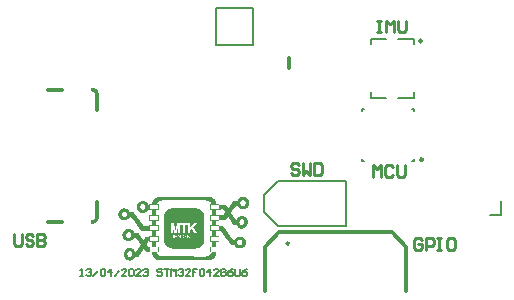
<source format=gbr>
%TF.GenerationSoftware,Altium Limited,DefaultClient, ()*%
G04 Layer_Color=65535*
%FSLAX26Y26*%
%MOIN*%
%TF.SameCoordinates,6A039D1A-918F-4F28-B2A4-8CF1FEB5A529*%
%TF.FilePolarity,Positive*%
%TF.FileFunction,Legend,Top*%
%TF.Part,Single*%
G01*
G75*
%TA.AperFunction,NonConductor*%
%ADD38C,0.011811*%
%ADD39C,0.010000*%
%ADD40C,0.009842*%
%ADD41C,0.007874*%
%ADD42C,0.006890*%
%ADD43C,0.005906*%
G36*
X-331368Y-136294D02*
X-321074D01*
Y-136454D01*
X-313997D01*
Y-136615D01*
X-306277D01*
Y-136776D01*
X-232289D01*
Y-136615D01*
X-192240D01*
Y-136776D01*
X-188379D01*
Y-136937D01*
X-186449D01*
Y-137098D01*
X-185002D01*
Y-137259D01*
X-183876D01*
Y-137420D01*
X-182750D01*
Y-137580D01*
X-181946D01*
Y-137741D01*
X-181142D01*
Y-137902D01*
X-180498D01*
Y-138063D01*
X-179855D01*
Y-138224D01*
X-179211D01*
Y-138385D01*
X-178568D01*
Y-138545D01*
X-178085D01*
Y-138706D01*
X-177603D01*
Y-138867D01*
X-177120D01*
Y-139028D01*
X-176638D01*
Y-139189D01*
X-176155D01*
Y-139350D01*
X-175834D01*
Y-139511D01*
X-175351D01*
Y-139671D01*
X-175030D01*
Y-139832D01*
X-174708D01*
Y-139993D01*
X-174386D01*
Y-140154D01*
X-174064D01*
Y-140315D01*
X-173743D01*
Y-140476D01*
X-173421D01*
Y-140636D01*
X-173099D01*
Y-140797D01*
X-172778D01*
Y-140958D01*
X-172456D01*
Y-141119D01*
X-172295D01*
Y-141280D01*
X-171974D01*
Y-141441D01*
X-171652D01*
Y-141601D01*
X-171491D01*
Y-141762D01*
X-171330D01*
Y-141923D01*
X-171008D01*
Y-142084D01*
X-170848D01*
Y-142245D01*
X-170526D01*
Y-142406D01*
X-170365D01*
Y-142566D01*
X-170204D01*
Y-142727D01*
X-169882D01*
Y-142888D01*
X-169722D01*
Y-143049D01*
X-169561D01*
Y-143210D01*
X-169400D01*
Y-143371D01*
X-169239D01*
Y-143532D01*
X-169078D01*
Y-143692D01*
X-168917D01*
Y-143853D01*
X-168757D01*
Y-144014D01*
X-168435D01*
Y-144175D01*
X-168274D01*
Y-144336D01*
X-168113D01*
Y-144657D01*
X-167952D01*
Y-144818D01*
X-167792D01*
Y-144979D01*
X-167631D01*
Y-145140D01*
X-167470D01*
Y-145301D01*
X-167309D01*
Y-145462D01*
X-167148D01*
Y-145623D01*
X-166987D01*
Y-145944D01*
X-166827D01*
Y-146105D01*
X-166666D01*
Y-146266D01*
X-166505D01*
Y-146427D01*
X-166344D01*
Y-146748D01*
X-166183D01*
Y-146909D01*
X-166022D01*
Y-147231D01*
X-165862D01*
Y-147392D01*
X-165701D01*
Y-147713D01*
X-165540D01*
Y-147874D01*
X-165379D01*
Y-148196D01*
X-165218D01*
Y-148518D01*
X-165057D01*
Y-148839D01*
X-164896D01*
Y-149000D01*
X-164736D01*
Y-149322D01*
X-164575D01*
Y-149644D01*
X-164414D01*
Y-149965D01*
X-164253D01*
Y-150287D01*
X-164092D01*
Y-150769D01*
X-163931D01*
Y-151091D01*
X-163770D01*
Y-151413D01*
X-163610D01*
Y-151895D01*
X-163449D01*
Y-152378D01*
X-163288D01*
Y-152860D01*
X-163127D01*
Y-153343D01*
X-162966D01*
Y-153825D01*
X-162805D01*
Y-154308D01*
X-162645D01*
Y-154951D01*
X-162484D01*
Y-155595D01*
X-162323D01*
Y-156399D01*
X-162162D01*
Y-157364D01*
X-162001D01*
Y-159294D01*
X-161840D01*
Y-161224D01*
X-151064D01*
Y-162672D01*
X-137714D01*
Y-162511D01*
X-131120D01*
Y-162672D01*
X-130798D01*
Y-162833D01*
X-130637D01*
Y-162993D01*
X-130476D01*
Y-163154D01*
X-130155D01*
Y-163315D01*
X-129994D01*
Y-163476D01*
X-129833D01*
Y-163637D01*
X-129672D01*
Y-163798D01*
X-129511D01*
Y-163958D01*
X-129350D01*
Y-164119D01*
X-129190D01*
Y-164280D01*
X-129029D01*
Y-164441D01*
X-128868D01*
Y-164602D01*
X-128707D01*
Y-164923D01*
X-128546D01*
Y-165084D01*
X-128385D01*
Y-165245D01*
X-128225D01*
Y-165406D01*
X-128064D01*
Y-165728D01*
X-127903D01*
Y-165889D01*
X-127742D01*
Y-166049D01*
X-127581D01*
Y-166210D01*
X-127420D01*
Y-166532D01*
X-127259D01*
Y-166693D01*
X-127099D01*
Y-166854D01*
X-126938D01*
Y-167175D01*
X-126777D01*
Y-167336D01*
X-126616D01*
Y-167658D01*
X-126455D01*
Y-167819D01*
X-126294D01*
Y-167980D01*
X-126133D01*
Y-168301D01*
X-125973D01*
Y-168462D01*
X-125812D01*
Y-168784D01*
X-125651D01*
Y-168945D01*
X-125490D01*
Y-169105D01*
X-125329D01*
Y-169427D01*
X-125168D01*
Y-169588D01*
X-125008D01*
Y-169910D01*
X-124847D01*
Y-170071D01*
X-124686D01*
Y-170392D01*
X-124525D01*
Y-170553D01*
X-124364D01*
Y-170875D01*
X-124203D01*
Y-171036D01*
X-124043D01*
Y-171357D01*
X-123882D01*
Y-171518D01*
X-123721D01*
Y-171840D01*
X-123560D01*
Y-172001D01*
X-123399D01*
Y-172322D01*
X-123238D01*
Y-172483D01*
X-123078D01*
Y-172805D01*
X-122917D01*
Y-173126D01*
X-122756D01*
Y-173287D01*
X-122595D01*
Y-173609D01*
X-122434D01*
Y-173770D01*
X-122273D01*
Y-174091D01*
X-122112D01*
Y-174252D01*
X-121952D01*
Y-174574D01*
X-121791D01*
Y-174735D01*
X-121469D01*
Y-174413D01*
X-121308D01*
Y-174252D01*
X-121147D01*
Y-174091D01*
X-120987D01*
Y-173931D01*
X-120826D01*
Y-173609D01*
X-120665D01*
Y-173448D01*
X-120504D01*
Y-173287D01*
X-120343D01*
Y-172966D01*
X-120182D01*
Y-172805D01*
X-120022D01*
Y-172644D01*
X-119861D01*
Y-172483D01*
X-119700D01*
Y-172161D01*
X-119539D01*
Y-172001D01*
X-119378D01*
Y-171840D01*
X-119217D01*
Y-171518D01*
X-119056D01*
Y-171357D01*
X-118896D01*
Y-171196D01*
X-118735D01*
Y-171036D01*
X-118574D01*
Y-170714D01*
X-118413D01*
Y-170553D01*
X-118252D01*
Y-170392D01*
X-118091D01*
Y-170071D01*
X-117931D01*
Y-169910D01*
X-117770D01*
Y-169749D01*
X-117609D01*
Y-169588D01*
X-117448D01*
Y-169266D01*
X-117287D01*
Y-169105D01*
X-117126D01*
Y-168945D01*
X-116966D01*
Y-168623D01*
X-116805D01*
Y-168462D01*
X-116644D01*
Y-168301D01*
X-116483D01*
Y-167980D01*
X-116322D01*
Y-167819D01*
X-116161D01*
Y-167658D01*
X-116001D01*
Y-167497D01*
X-115840D01*
Y-167175D01*
X-115679D01*
Y-167014D01*
X-115518D01*
Y-166854D01*
X-115357D01*
Y-166532D01*
X-115196D01*
Y-166371D01*
X-115035D01*
Y-166210D01*
X-114875D01*
Y-165889D01*
X-114714D01*
Y-165728D01*
X-114553D01*
Y-165567D01*
X-114392D01*
Y-165245D01*
X-114231D01*
Y-165084D01*
X-114070D01*
Y-164923D01*
X-113909D01*
Y-164602D01*
X-113749D01*
Y-164441D01*
X-113588D01*
Y-164280D01*
X-113427D01*
Y-163958D01*
X-113266D01*
Y-163798D01*
X-113105D01*
Y-163637D01*
X-112945D01*
Y-163315D01*
X-112784D01*
Y-163154D01*
X-112623D01*
Y-162993D01*
X-112462D01*
Y-162672D01*
X-112301D01*
Y-162511D01*
X-112140D01*
Y-162350D01*
X-111979D01*
Y-162028D01*
X-111819D01*
Y-161868D01*
X-111658D01*
Y-161707D01*
X-111497D01*
Y-161385D01*
X-111336D01*
Y-161224D01*
X-111175D01*
Y-160903D01*
X-111014D01*
Y-160742D01*
X-110853D01*
Y-160581D01*
X-110693D01*
Y-160259D01*
X-110532D01*
Y-160098D01*
X-110371D01*
Y-159777D01*
X-110210D01*
Y-159616D01*
X-110049D01*
Y-159294D01*
X-109888D01*
Y-159133D01*
X-109728D01*
Y-158972D01*
X-109567D01*
Y-158651D01*
X-109406D01*
Y-158490D01*
X-109245D01*
Y-158168D01*
X-109084D01*
Y-158007D01*
X-108923D01*
Y-157686D01*
X-108763D01*
Y-157525D01*
X-108602D01*
Y-157203D01*
X-108441D01*
Y-157042D01*
X-108280D01*
Y-156721D01*
X-108119D01*
Y-156560D01*
X-107958D01*
Y-156238D01*
X-107797D01*
Y-155916D01*
X-107637D01*
Y-155756D01*
X-107476D01*
Y-155434D01*
X-107315D01*
Y-155273D01*
X-107154D01*
Y-154951D01*
X-106993D01*
Y-154791D01*
X-106832D01*
Y-154469D01*
X-106672D01*
Y-154308D01*
X-106511D01*
Y-153986D01*
X-106350D01*
Y-153825D01*
X-106189D01*
Y-153504D01*
X-106028D01*
Y-153343D01*
X-105867D01*
Y-153021D01*
X-105707D01*
Y-152860D01*
X-105546D01*
Y-152700D01*
X-105385D01*
Y-152378D01*
X-105224D01*
Y-152217D01*
X-105063D01*
Y-152056D01*
X-104902D01*
Y-151734D01*
X-104742D01*
Y-151574D01*
X-104581D01*
Y-151413D01*
X-104420D01*
Y-151252D01*
X-104259D01*
Y-151091D01*
X-104098D01*
Y-150930D01*
X-103937D01*
Y-150769D01*
X-103776D01*
Y-150609D01*
X-103616D01*
Y-150448D01*
X-103294D01*
Y-150287D01*
X-103133D01*
Y-150126D01*
X-102811D01*
Y-149965D01*
X-102490D01*
Y-149804D01*
X-102168D01*
Y-149644D01*
X-101686D01*
Y-149483D01*
X-100881D01*
Y-149322D01*
X-96539D01*
Y-149483D01*
X-94287D01*
Y-149644D01*
X-92196D01*
Y-149804D01*
X-90266D01*
Y-149161D01*
X-90105D01*
Y-148679D01*
X-89944D01*
Y-148196D01*
X-89783D01*
Y-147874D01*
X-89622D01*
Y-147392D01*
X-89462D01*
Y-147070D01*
X-89301D01*
Y-146748D01*
X-89140D01*
Y-146427D01*
X-88979D01*
Y-146105D01*
X-88818D01*
Y-145783D01*
X-88657D01*
Y-145623D01*
X-88496D01*
Y-145301D01*
X-88336D01*
Y-145140D01*
X-88175D01*
Y-144818D01*
X-88014D01*
Y-144657D01*
X-87853D01*
Y-144336D01*
X-87692D01*
Y-144175D01*
X-87531D01*
Y-144014D01*
X-87371D01*
Y-143692D01*
X-87210D01*
Y-143532D01*
X-87049D01*
Y-143371D01*
X-86888D01*
Y-143210D01*
X-86727D01*
Y-143049D01*
X-86566D01*
Y-142888D01*
X-86406D01*
Y-142727D01*
X-86245D01*
Y-142566D01*
X-86084D01*
Y-142406D01*
X-85923D01*
Y-142245D01*
X-85762D01*
Y-142084D01*
X-85601D01*
Y-141923D01*
X-85441D01*
Y-141762D01*
X-85280D01*
Y-141601D01*
X-85119D01*
Y-141441D01*
X-84958D01*
Y-141280D01*
X-84636D01*
Y-141119D01*
X-84475D01*
Y-140958D01*
X-84315D01*
Y-140797D01*
X-83993D01*
Y-140636D01*
X-83832D01*
Y-140476D01*
X-83510D01*
Y-140315D01*
X-83350D01*
Y-140154D01*
X-83028D01*
Y-139993D01*
X-82867D01*
Y-139832D01*
X-82545D01*
Y-139671D01*
X-82224D01*
Y-139511D01*
X-81902D01*
Y-139350D01*
X-81580D01*
Y-139189D01*
X-81259D01*
Y-139028D01*
X-80937D01*
Y-138867D01*
X-80454D01*
Y-138706D01*
X-80133D01*
Y-138545D01*
X-79650D01*
Y-138385D01*
X-79168D01*
Y-138224D01*
X-78685D01*
Y-138063D01*
X-78203D01*
Y-137902D01*
X-77559D01*
Y-137741D01*
X-76755D01*
Y-137580D01*
X-75790D01*
Y-137420D01*
X-74342D01*
Y-137259D01*
X-70643D01*
Y-137420D01*
X-69195D01*
Y-137580D01*
X-68230D01*
Y-137741D01*
X-67426D01*
Y-137902D01*
X-66783D01*
Y-138063D01*
X-66139D01*
Y-138224D01*
X-65657D01*
Y-138385D01*
X-65174D01*
Y-138545D01*
X-64692D01*
Y-138706D01*
X-64209D01*
Y-138867D01*
X-63888D01*
Y-139028D01*
X-63405D01*
Y-139189D01*
X-63083D01*
Y-139350D01*
X-62762D01*
Y-139511D01*
X-62440D01*
Y-139671D01*
X-62118D01*
Y-139832D01*
X-61797D01*
Y-139993D01*
X-61475D01*
Y-140154D01*
X-61153D01*
Y-140315D01*
X-60832D01*
Y-140476D01*
X-60671D01*
Y-140636D01*
X-60349D01*
Y-140797D01*
X-60027D01*
Y-140958D01*
X-59867D01*
Y-141119D01*
X-59545D01*
Y-141280D01*
X-59384D01*
Y-141441D01*
X-59223D01*
Y-141601D01*
X-58901D01*
Y-141762D01*
X-58741D01*
Y-141923D01*
X-58580D01*
Y-142084D01*
X-58258D01*
Y-142245D01*
X-58097D01*
Y-142406D01*
X-57937D01*
Y-142566D01*
X-57776D01*
Y-142727D01*
X-57615D01*
Y-142888D01*
X-57454D01*
Y-143049D01*
X-57293D01*
Y-143210D01*
X-57132D01*
Y-143371D01*
X-56971D01*
Y-143532D01*
X-56811D01*
Y-143692D01*
X-56650D01*
Y-143853D01*
X-56489D01*
Y-144014D01*
X-56328D01*
Y-144175D01*
X-56167D01*
Y-144336D01*
X-56006D01*
Y-144497D01*
X-55846D01*
Y-144657D01*
X-55685D01*
Y-144818D01*
X-55524D01*
Y-145140D01*
X-55363D01*
Y-145301D01*
X-55202D01*
Y-145462D01*
X-55041D01*
Y-145623D01*
X-54880D01*
Y-145944D01*
X-54720D01*
Y-146105D01*
X-54559D01*
Y-146427D01*
X-54398D01*
Y-146588D01*
X-54237D01*
Y-146909D01*
X-54076D01*
Y-147070D01*
X-53915D01*
Y-147392D01*
X-53755D01*
Y-147713D01*
X-53594D01*
Y-148035D01*
X-53433D01*
Y-148357D01*
X-53272D01*
Y-148679D01*
X-53111D01*
Y-149000D01*
X-52950D01*
Y-149322D01*
X-52789D01*
Y-149804D01*
X-52629D01*
Y-150126D01*
X-52468D01*
Y-150609D01*
X-52307D01*
Y-151091D01*
X-52146D01*
Y-151574D01*
X-51985D01*
Y-152217D01*
X-51825D01*
Y-152860D01*
X-51664D01*
Y-153665D01*
X-51503D01*
Y-154791D01*
X-51342D01*
Y-157042D01*
X-51181D01*
Y-158168D01*
X-51342D01*
Y-160420D01*
X-51503D01*
Y-161546D01*
X-51664D01*
Y-162350D01*
X-51825D01*
Y-162993D01*
X-51985D01*
Y-163637D01*
X-52146D01*
Y-164119D01*
X-52307D01*
Y-164602D01*
X-52468D01*
Y-165084D01*
X-52629D01*
Y-165567D01*
X-52789D01*
Y-165889D01*
X-52950D01*
Y-166210D01*
X-53111D01*
Y-166693D01*
X-53272D01*
Y-167014D01*
X-53433D01*
Y-167336D01*
X-53594D01*
Y-167497D01*
X-53755D01*
Y-167819D01*
X-53915D01*
Y-168140D01*
X-54076D01*
Y-168462D01*
X-54237D01*
Y-168623D01*
X-54398D01*
Y-168945D01*
X-54559D01*
Y-169105D01*
X-54720D01*
Y-169427D01*
X-54880D01*
Y-169588D01*
X-55041D01*
Y-169749D01*
X-55202D01*
Y-170071D01*
X-55363D01*
Y-170231D01*
X-55524D01*
Y-170392D01*
X-55685D01*
Y-170714D01*
X-55846D01*
Y-170875D01*
X-56006D01*
Y-171036D01*
X-56167D01*
Y-171196D01*
X-56328D01*
Y-171357D01*
X-56489D01*
Y-171518D01*
X-56650D01*
Y-171679D01*
X-56811D01*
Y-171840D01*
X-56971D01*
Y-172001D01*
X-57132D01*
Y-172161D01*
X-57293D01*
Y-172322D01*
X-57454D01*
Y-172483D01*
X-57615D01*
Y-172644D01*
X-57776D01*
Y-172805D01*
X-57937D01*
Y-172966D01*
X-58097D01*
Y-173126D01*
X-58419D01*
Y-173287D01*
X-58580D01*
Y-173448D01*
X-58741D01*
Y-173609D01*
X-58901D01*
Y-173770D01*
X-59223D01*
Y-173931D01*
X-59384D01*
Y-174091D01*
X-59706D01*
Y-174252D01*
X-59867D01*
Y-174413D01*
X-60188D01*
Y-174574D01*
X-60349D01*
Y-174735D01*
X-60671D01*
Y-174896D01*
X-60832D01*
Y-175057D01*
X-61153D01*
Y-175217D01*
X-61475D01*
Y-175378D01*
X-61797D01*
Y-175539D01*
X-62118D01*
Y-175700D01*
X-62440D01*
Y-175861D01*
X-62762D01*
Y-176022D01*
X-63083D01*
Y-176183D01*
X-63566D01*
Y-176343D01*
X-63888D01*
Y-176504D01*
X-64370D01*
Y-176665D01*
X-64853D01*
Y-176826D01*
X-65335D01*
Y-176987D01*
X-65818D01*
Y-177148D01*
X-66461D01*
Y-177308D01*
X-67105D01*
Y-177469D01*
X-67909D01*
Y-177630D01*
X-69035D01*
Y-177791D01*
X-70804D01*
Y-177952D01*
X-72734D01*
Y-177791D01*
X-74664D01*
Y-177630D01*
X-75629D01*
Y-177469D01*
X-76433D01*
Y-177308D01*
X-77237D01*
Y-177148D01*
X-77720D01*
Y-176987D01*
X-78363D01*
Y-176826D01*
X-78846D01*
Y-176665D01*
X-79329D01*
Y-176504D01*
X-79650D01*
Y-176343D01*
X-80133D01*
Y-176183D01*
X-80454D01*
Y-176022D01*
X-80937D01*
Y-175861D01*
X-81259D01*
Y-175700D01*
X-81580D01*
Y-175539D01*
X-81902D01*
Y-175378D01*
X-82224D01*
Y-175217D01*
X-82545D01*
Y-175057D01*
X-82706D01*
Y-174896D01*
X-83028D01*
Y-174735D01*
X-83350D01*
Y-174574D01*
X-83510D01*
Y-174413D01*
X-83832D01*
Y-174252D01*
X-83993D01*
Y-174091D01*
X-84315D01*
Y-173931D01*
X-84475D01*
Y-173770D01*
X-84797D01*
Y-173609D01*
X-84958D01*
Y-173448D01*
X-85280D01*
Y-173287D01*
X-85441D01*
Y-173126D01*
X-85601D01*
Y-172966D01*
X-85762D01*
Y-172805D01*
X-85923D01*
Y-172644D01*
X-86245D01*
Y-172483D01*
X-86406D01*
Y-172322D01*
X-86566D01*
Y-172161D01*
X-86727D01*
Y-172001D01*
X-86888D01*
Y-171840D01*
X-87049D01*
Y-171679D01*
X-87210D01*
Y-171518D01*
X-87371D01*
Y-171357D01*
X-87531D01*
Y-171196D01*
X-87692D01*
Y-171036D01*
X-87853D01*
Y-170875D01*
X-88014D01*
Y-170714D01*
X-88175D01*
Y-170392D01*
X-88336D01*
Y-170231D01*
X-88496D01*
Y-170071D01*
X-88657D01*
Y-169910D01*
X-88818D01*
Y-169749D01*
X-88979D01*
Y-169427D01*
X-89140D01*
Y-169266D01*
X-89301D01*
Y-169105D01*
X-89462D01*
Y-168945D01*
X-89622D01*
Y-168623D01*
X-89783D01*
Y-168462D01*
X-89944D01*
Y-168301D01*
X-90105D01*
Y-168140D01*
X-90266D01*
Y-167819D01*
X-90427D01*
Y-167658D01*
X-90587D01*
Y-167497D01*
X-90748D01*
Y-167336D01*
X-90909D01*
Y-167014D01*
X-91070D01*
Y-166854D01*
X-91231D01*
Y-166693D01*
X-91392D01*
Y-166532D01*
X-91552D01*
Y-166371D01*
X-91713D01*
Y-166210D01*
X-91874D01*
Y-166049D01*
X-92035D01*
Y-165889D01*
X-92196D01*
Y-165728D01*
X-92357D01*
Y-165567D01*
X-92517D01*
Y-165406D01*
X-92678D01*
Y-165245D01*
X-93161D01*
Y-165406D01*
X-93483D01*
Y-165567D01*
X-93643D01*
Y-165728D01*
X-93804D01*
Y-165889D01*
X-94126D01*
Y-166049D01*
X-94287D01*
Y-166210D01*
X-94448D01*
Y-166371D01*
X-94609D01*
Y-166532D01*
X-94769D01*
Y-166693D01*
X-94930D01*
Y-166854D01*
X-95091D01*
Y-167014D01*
X-95252D01*
Y-167175D01*
X-95413D01*
Y-167336D01*
X-95573D01*
Y-167497D01*
X-95734D01*
Y-167658D01*
X-95895D01*
Y-167819D01*
X-96056D01*
Y-167980D01*
X-96217D01*
Y-168140D01*
X-96378D01*
Y-168301D01*
X-96539D01*
Y-168462D01*
X-96699D01*
Y-168623D01*
X-96860D01*
Y-168784D01*
X-97021D01*
Y-168945D01*
X-97182D01*
Y-169105D01*
X-97343D01*
Y-169266D01*
X-97504D01*
Y-169427D01*
X-97665D01*
Y-169588D01*
X-97825D01*
Y-169910D01*
X-97986D01*
Y-170071D01*
X-98147D01*
Y-170231D01*
X-98308D01*
Y-170392D01*
X-98469D01*
Y-170553D01*
X-98629D01*
Y-170714D01*
X-98790D01*
Y-171036D01*
X-98951D01*
Y-171196D01*
X-99112D01*
Y-171357D01*
X-99273D01*
Y-171518D01*
X-99434D01*
Y-171679D01*
X-99595D01*
Y-171840D01*
X-99755D01*
Y-172161D01*
X-99916D01*
Y-172322D01*
X-100077D01*
Y-172483D01*
X-100238D01*
Y-172644D01*
X-100399D01*
Y-172966D01*
X-100560D01*
Y-173126D01*
X-100721D01*
Y-173287D01*
X-100881D01*
Y-173448D01*
X-101042D01*
Y-173770D01*
X-101203D01*
Y-173931D01*
X-101364D01*
Y-174091D01*
X-101525D01*
Y-174413D01*
X-101686D01*
Y-174574D01*
X-101846D01*
Y-174735D01*
X-102007D01*
Y-174896D01*
X-102168D01*
Y-175217D01*
X-102329D01*
Y-175378D01*
X-102490D01*
Y-175539D01*
X-102651D01*
Y-175861D01*
X-102811D01*
Y-176022D01*
X-102972D01*
Y-176183D01*
X-103133D01*
Y-176504D01*
X-103294D01*
Y-176665D01*
X-103455D01*
Y-176826D01*
X-103616D01*
Y-177148D01*
X-103776D01*
Y-177308D01*
X-103937D01*
Y-177469D01*
X-104098D01*
Y-177791D01*
X-104259D01*
Y-177952D01*
X-104420D01*
Y-178113D01*
X-104581D01*
Y-178434D01*
X-104742D01*
Y-178595D01*
X-104902D01*
Y-178917D01*
X-105063D01*
Y-179078D01*
X-105224D01*
Y-179238D01*
X-105385D01*
Y-179560D01*
X-105546D01*
Y-179721D01*
X-105707D01*
Y-179882D01*
X-105867D01*
Y-180203D01*
X-106028D01*
Y-180364D01*
X-106189D01*
Y-180686D01*
X-106350D01*
Y-180847D01*
X-106511D01*
Y-181008D01*
X-106672D01*
Y-181329D01*
X-106832D01*
Y-181490D01*
X-106993D01*
Y-181812D01*
X-107154D01*
Y-181973D01*
X-107315D01*
Y-182134D01*
X-107476D01*
Y-182455D01*
X-107637D01*
Y-182616D01*
X-107797D01*
Y-182938D01*
X-107958D01*
Y-183099D01*
X-108119D01*
Y-183420D01*
X-108280D01*
Y-183581D01*
X-108441D01*
Y-183742D01*
X-108602D01*
Y-184064D01*
X-108763D01*
Y-184225D01*
X-108923D01*
Y-184546D01*
X-109084D01*
Y-184707D01*
X-109245D01*
Y-185029D01*
X-109406D01*
Y-185190D01*
X-109567D01*
Y-185351D01*
X-109728D01*
Y-185672D01*
X-109888D01*
Y-185833D01*
X-110049D01*
Y-186155D01*
X-110210D01*
Y-186315D01*
X-110371D01*
Y-186637D01*
X-110532D01*
Y-186798D01*
X-110693D01*
Y-186959D01*
X-110853D01*
Y-187281D01*
X-111014D01*
Y-187441D01*
X-111175D01*
Y-187763D01*
X-111336D01*
Y-187924D01*
X-111497D01*
Y-188246D01*
X-111658D01*
Y-188406D01*
X-111819D01*
Y-188728D01*
X-111979D01*
Y-188889D01*
X-112140D01*
Y-189211D01*
X-112301D01*
Y-189371D01*
X-112462D01*
Y-190015D01*
X-112301D01*
Y-190176D01*
X-112140D01*
Y-190497D01*
X-111979D01*
Y-190819D01*
X-111819D01*
Y-190980D01*
X-111658D01*
Y-191302D01*
X-111497D01*
Y-191463D01*
X-111336D01*
Y-191784D01*
X-111175D01*
Y-192106D01*
X-111014D01*
Y-192267D01*
X-110853D01*
Y-192588D01*
X-110693D01*
Y-192749D01*
X-110532D01*
Y-193071D01*
X-110371D01*
Y-193393D01*
X-110210D01*
Y-193553D01*
X-110049D01*
Y-193875D01*
X-109888D01*
Y-194036D01*
X-109728D01*
Y-194358D01*
X-109567D01*
Y-194679D01*
X-109406D01*
Y-194840D01*
X-109245D01*
Y-195162D01*
X-109084D01*
Y-195323D01*
X-108923D01*
Y-195644D01*
X-108763D01*
Y-195966D01*
X-108602D01*
Y-196127D01*
X-108441D01*
Y-196449D01*
X-108280D01*
Y-196609D01*
X-108119D01*
Y-196931D01*
X-107958D01*
Y-197253D01*
X-107797D01*
Y-197414D01*
X-107637D01*
Y-197735D01*
X-107476D01*
Y-197896D01*
X-107315D01*
Y-198218D01*
X-107154D01*
Y-198379D01*
X-106993D01*
Y-198700D01*
X-106832D01*
Y-198861D01*
X-106672D01*
Y-199183D01*
X-106511D01*
Y-199505D01*
X-106350D01*
Y-199665D01*
X-106189D01*
Y-199987D01*
X-106028D01*
Y-200148D01*
X-105867D01*
Y-200470D01*
X-105707D01*
Y-200631D01*
X-105546D01*
Y-200952D01*
X-105385D01*
Y-201113D01*
X-105224D01*
Y-201435D01*
X-105063D01*
Y-201595D01*
X-104902D01*
Y-201917D01*
X-104742D01*
Y-202078D01*
X-104581D01*
Y-202400D01*
X-104420D01*
Y-202561D01*
X-104259D01*
Y-202882D01*
X-104098D01*
Y-203043D01*
X-103937D01*
Y-203365D01*
X-103776D01*
Y-203526D01*
X-103616D01*
Y-203847D01*
X-103455D01*
Y-204008D01*
X-103294D01*
Y-204169D01*
X-103133D01*
Y-204491D01*
X-102972D01*
Y-204651D01*
X-102811D01*
Y-204973D01*
X-102651D01*
Y-205134D01*
X-102490D01*
Y-205456D01*
X-102329D01*
Y-205617D01*
X-102168D01*
Y-205777D01*
X-102007D01*
Y-206099D01*
X-101846D01*
Y-206260D01*
X-101686D01*
Y-206582D01*
X-101525D01*
Y-206743D01*
X-101364D01*
Y-206903D01*
X-101203D01*
Y-207225D01*
X-101042D01*
Y-207386D01*
X-100881D01*
Y-207547D01*
X-100721D01*
Y-207868D01*
X-100560D01*
Y-208029D01*
X-100399D01*
Y-208190D01*
X-100238D01*
Y-208512D01*
X-100077D01*
Y-208673D01*
X-99916D01*
Y-208833D01*
X-99755D01*
Y-208994D01*
X-99595D01*
Y-209316D01*
X-99434D01*
Y-209477D01*
X-99273D01*
Y-209638D01*
X-99112D01*
Y-209798D01*
X-98951D01*
Y-210120D01*
X-98790D01*
Y-210281D01*
X-98629D01*
Y-210442D01*
X-98469D01*
Y-210603D01*
X-98308D01*
Y-210763D01*
X-98147D01*
Y-211085D01*
X-97986D01*
Y-211246D01*
X-97825D01*
Y-211407D01*
X-97665D01*
Y-211568D01*
X-97504D01*
Y-211729D01*
X-97343D01*
Y-211889D01*
X-97182D01*
Y-212050D01*
X-97021D01*
Y-212211D01*
X-96860D01*
Y-212372D01*
X-96699D01*
Y-212533D01*
X-96539D01*
Y-212694D01*
X-96378D01*
Y-212855D01*
X-96217D01*
Y-213015D01*
X-96056D01*
Y-213176D01*
X-95895D01*
Y-213337D01*
X-95734D01*
Y-213498D01*
X-95573D01*
Y-213659D01*
X-95252D01*
Y-213820D01*
X-95091D01*
Y-213659D01*
X-94930D01*
Y-213498D01*
X-94769D01*
Y-213337D01*
X-94609D01*
Y-213176D01*
X-94448D01*
Y-213015D01*
X-94287D01*
Y-212855D01*
X-94126D01*
Y-212694D01*
X-93965D01*
Y-212372D01*
X-93804D01*
Y-212211D01*
X-93643D01*
Y-212050D01*
X-93483D01*
Y-211889D01*
X-93322D01*
Y-211568D01*
X-93161D01*
Y-211407D01*
X-93000D01*
Y-211246D01*
X-92839D01*
Y-210924D01*
X-92678D01*
Y-210763D01*
X-92517D01*
Y-210442D01*
X-92357D01*
Y-210281D01*
X-92196D01*
Y-210120D01*
X-92035D01*
Y-209798D01*
X-91874D01*
Y-209638D01*
X-91713D01*
Y-209316D01*
X-91552D01*
Y-209155D01*
X-91392D01*
Y-208994D01*
X-91231D01*
Y-208673D01*
X-91070D01*
Y-208512D01*
X-90909D01*
Y-208351D01*
X-90748D01*
Y-208029D01*
X-90587D01*
Y-207868D01*
X-90427D01*
Y-207708D01*
X-90266D01*
Y-207547D01*
X-90105D01*
Y-207225D01*
X-89944D01*
Y-207064D01*
X-89783D01*
Y-206903D01*
X-89622D01*
Y-206743D01*
X-89462D01*
Y-206582D01*
X-89301D01*
Y-206421D01*
X-89140D01*
Y-206260D01*
X-88979D01*
Y-206099D01*
X-88818D01*
Y-205938D01*
X-88657D01*
Y-205777D01*
X-88496D01*
Y-205617D01*
X-88336D01*
Y-205456D01*
X-88175D01*
Y-205295D01*
X-88014D01*
Y-205134D01*
X-87692D01*
Y-204973D01*
X-87531D01*
Y-204812D01*
X-87371D01*
Y-204651D01*
X-87210D01*
Y-204491D01*
X-86888D01*
Y-204330D01*
X-86727D01*
Y-204169D01*
X-86406D01*
Y-204008D01*
X-86245D01*
Y-203847D01*
X-85923D01*
Y-203686D01*
X-85762D01*
Y-203526D01*
X-85441D01*
Y-203365D01*
X-85280D01*
Y-203204D01*
X-84958D01*
Y-203043D01*
X-84636D01*
Y-202882D01*
X-84315D01*
Y-202721D01*
X-83993D01*
Y-202561D01*
X-83671D01*
Y-202400D01*
X-83350D01*
Y-202239D01*
X-83028D01*
Y-202078D01*
X-82706D01*
Y-201917D01*
X-82224D01*
Y-201756D01*
X-81902D01*
Y-201595D01*
X-81419D01*
Y-201435D01*
X-80937D01*
Y-201274D01*
X-80293D01*
Y-201113D01*
X-79650D01*
Y-200952D01*
X-78846D01*
Y-200791D01*
X-77881D01*
Y-200631D01*
X-73377D01*
Y-200791D01*
X-72251D01*
Y-200952D01*
X-71447D01*
Y-201113D01*
X-70804D01*
Y-201274D01*
X-70321D01*
Y-201435D01*
X-69839D01*
Y-201595D01*
X-69356D01*
Y-201756D01*
X-68874D01*
Y-201917D01*
X-68552D01*
Y-202078D01*
X-68070D01*
Y-202239D01*
X-67748D01*
Y-202400D01*
X-67426D01*
Y-202561D01*
X-67105D01*
Y-202721D01*
X-66783D01*
Y-202882D01*
X-66461D01*
Y-203043D01*
X-66300D01*
Y-203204D01*
X-65979D01*
Y-203365D01*
X-65657D01*
Y-203526D01*
X-65496D01*
Y-203686D01*
X-65174D01*
Y-203847D01*
X-65013D01*
Y-204008D01*
X-64692D01*
Y-204169D01*
X-64531D01*
Y-204330D01*
X-64370D01*
Y-204491D01*
X-64209D01*
Y-204651D01*
X-63888D01*
Y-204812D01*
X-63727D01*
Y-204973D01*
X-63566D01*
Y-205134D01*
X-63405D01*
Y-205295D01*
X-63244D01*
Y-205456D01*
X-63083D01*
Y-205617D01*
X-62762D01*
Y-205777D01*
X-62601D01*
Y-205938D01*
X-62440D01*
Y-206099D01*
X-62279D01*
Y-206260D01*
X-62118D01*
Y-206421D01*
X-61958D01*
Y-206743D01*
X-61797D01*
Y-206903D01*
X-61636D01*
Y-207064D01*
X-61475D01*
Y-207225D01*
X-61314D01*
Y-207386D01*
X-61153D01*
Y-207547D01*
X-60992D01*
Y-207868D01*
X-60832D01*
Y-208029D01*
X-60671D01*
Y-208190D01*
X-60510D01*
Y-208512D01*
X-60349D01*
Y-208673D01*
X-60188D01*
Y-208994D01*
X-60027D01*
Y-209155D01*
X-59867D01*
Y-209477D01*
X-59706D01*
Y-209638D01*
X-59545D01*
Y-209959D01*
X-59384D01*
Y-210281D01*
X-59223D01*
Y-210603D01*
X-59062D01*
Y-210924D01*
X-58901D01*
Y-211246D01*
X-58741D01*
Y-211568D01*
X-58580D01*
Y-211889D01*
X-58419D01*
Y-212211D01*
X-58258D01*
Y-212533D01*
X-58097D01*
Y-213015D01*
X-57937D01*
Y-213498D01*
X-57776D01*
Y-213980D01*
X-57615D01*
Y-214463D01*
X-57454D01*
Y-214945D01*
X-57293D01*
Y-215589D01*
X-57132D01*
Y-216393D01*
X-56971D01*
Y-217197D01*
X-56811D01*
Y-218162D01*
X-56650D01*
Y-219771D01*
X-56489D01*
Y-223470D01*
X-56650D01*
Y-225078D01*
X-56811D01*
Y-226204D01*
X-56971D01*
Y-227009D01*
X-57132D01*
Y-227652D01*
X-57293D01*
Y-228295D01*
X-57454D01*
Y-228778D01*
X-57615D01*
Y-229421D01*
X-57776D01*
Y-229743D01*
X-57937D01*
Y-230225D01*
X-58097D01*
Y-230708D01*
X-58258D01*
Y-231030D01*
X-58419D01*
Y-231351D01*
X-58580D01*
Y-231673D01*
X-58741D01*
Y-231995D01*
X-58901D01*
Y-232316D01*
X-59062D01*
Y-232638D01*
X-59223D01*
Y-232960D01*
X-59384D01*
Y-233281D01*
X-59545D01*
Y-233442D01*
X-59706D01*
Y-233764D01*
X-59867D01*
Y-234086D01*
X-60027D01*
Y-234246D01*
X-60188D01*
Y-234568D01*
X-60349D01*
Y-234729D01*
X-60510D01*
Y-234890D01*
X-60671D01*
Y-235212D01*
X-60832D01*
Y-235372D01*
X-60992D01*
Y-235533D01*
X-61153D01*
Y-235694D01*
X-61314D01*
Y-236016D01*
X-61475D01*
Y-236177D01*
X-61636D01*
Y-236337D01*
X-61797D01*
Y-236498D01*
X-61958D01*
Y-236659D01*
X-62118D01*
Y-236820D01*
X-62279D01*
Y-236981D01*
X-62440D01*
Y-237142D01*
X-62601D01*
Y-237303D01*
X-62762D01*
Y-237463D01*
X-62923D01*
Y-237624D01*
X-63083D01*
Y-237785D01*
X-63244D01*
Y-237946D01*
X-63405D01*
Y-238107D01*
X-63566D01*
Y-238268D01*
X-63888D01*
Y-238428D01*
X-64049D01*
Y-238589D01*
X-64209D01*
Y-238750D01*
X-64370D01*
Y-238911D01*
X-64692D01*
Y-239072D01*
X-64853D01*
Y-239233D01*
X-65174D01*
Y-239393D01*
X-65335D01*
Y-239554D01*
X-65657D01*
Y-239715D01*
X-65818D01*
Y-239876D01*
X-66139D01*
Y-240037D01*
X-66300D01*
Y-240198D01*
X-66622D01*
Y-240358D01*
X-66944D01*
Y-240519D01*
X-67265D01*
Y-240680D01*
X-67587D01*
Y-240841D01*
X-67909D01*
Y-241002D01*
X-68230D01*
Y-241163D01*
X-68552D01*
Y-241323D01*
X-69035D01*
Y-241484D01*
X-69356D01*
Y-241645D01*
X-69839D01*
Y-241806D01*
X-70321D01*
Y-241967D01*
X-70965D01*
Y-242128D01*
X-71447D01*
Y-242289D01*
X-72251D01*
Y-242449D01*
X-73056D01*
Y-242610D01*
X-74181D01*
Y-242771D01*
X-78203D01*
Y-242610D01*
X-79329D01*
Y-242449D01*
X-80133D01*
Y-242289D01*
X-80937D01*
Y-242128D01*
X-81419D01*
Y-241967D01*
X-81902D01*
Y-241806D01*
X-82385D01*
Y-241645D01*
X-82867D01*
Y-241484D01*
X-83189D01*
Y-241323D01*
X-83671D01*
Y-241163D01*
X-83993D01*
Y-241002D01*
X-84315D01*
Y-240841D01*
X-84636D01*
Y-240680D01*
X-84958D01*
Y-240519D01*
X-85119D01*
Y-240358D01*
X-85441D01*
Y-240198D01*
X-85601D01*
Y-240037D01*
X-85923D01*
Y-239876D01*
X-86084D01*
Y-239715D01*
X-86406D01*
Y-239554D01*
X-86566D01*
Y-239393D01*
X-86888D01*
Y-239233D01*
X-87049D01*
Y-239072D01*
X-87210D01*
Y-238911D01*
X-87371D01*
Y-238750D01*
X-87531D01*
Y-238589D01*
X-87692D01*
Y-238428D01*
X-88014D01*
Y-238268D01*
X-88175D01*
Y-238107D01*
X-88336D01*
Y-237946D01*
X-88496D01*
Y-237785D01*
X-88657D01*
Y-237624D01*
X-88818D01*
Y-237303D01*
X-88979D01*
Y-237142D01*
X-89140D01*
Y-236981D01*
X-89301D01*
Y-236820D01*
X-89462D01*
Y-236659D01*
X-89622D01*
Y-236337D01*
X-89783D01*
Y-236177D01*
X-89944D01*
Y-236016D01*
X-90105D01*
Y-235694D01*
X-90266D01*
Y-235533D01*
X-90427D01*
Y-235212D01*
X-90587D01*
Y-235051D01*
X-90748D01*
Y-234729D01*
X-90909D01*
Y-234407D01*
X-91070D01*
Y-234086D01*
X-91231D01*
Y-233764D01*
X-91392D01*
Y-233442D01*
X-91552D01*
Y-233121D01*
X-91713D01*
Y-232799D01*
X-91874D01*
Y-232477D01*
X-92035D01*
Y-231995D01*
X-92196D01*
Y-231512D01*
X-92357D01*
Y-231030D01*
X-92517D01*
Y-230547D01*
X-92678D01*
Y-229904D01*
X-92839D01*
Y-229743D01*
X-94287D01*
Y-229904D01*
X-96217D01*
Y-230065D01*
X-98147D01*
Y-230225D01*
X-102811D01*
Y-230065D01*
X-103455D01*
Y-229904D01*
X-103776D01*
Y-229743D01*
X-104098D01*
Y-229582D01*
X-104420D01*
Y-229421D01*
X-104581D01*
Y-229260D01*
X-104902D01*
Y-229100D01*
X-105063D01*
Y-228939D01*
X-105224D01*
Y-228778D01*
X-105385D01*
Y-228617D01*
X-105546D01*
Y-228456D01*
X-105707D01*
Y-228295D01*
X-105867D01*
Y-227974D01*
X-106028D01*
Y-227813D01*
X-106189D01*
Y-227652D01*
X-106350D01*
Y-227330D01*
X-106511D01*
Y-227169D01*
X-106672D01*
Y-226848D01*
X-106832D01*
Y-226687D01*
X-106993D01*
Y-226365D01*
X-107154D01*
Y-226043D01*
X-107315D01*
Y-225883D01*
X-107476D01*
Y-225561D01*
X-107637D01*
Y-225400D01*
X-107797D01*
Y-225078D01*
X-107958D01*
Y-224757D01*
X-108119D01*
Y-224435D01*
X-108280D01*
Y-224274D01*
X-108441D01*
Y-223953D01*
X-108602D01*
Y-223631D01*
X-108763D01*
Y-223470D01*
X-108923D01*
Y-223148D01*
X-109084D01*
Y-222827D01*
X-109245D01*
Y-222505D01*
X-109406D01*
Y-222344D01*
X-109567D01*
Y-222023D01*
X-109728D01*
Y-221701D01*
X-109888D01*
Y-221540D01*
X-110049D01*
Y-221218D01*
X-110210D01*
Y-220897D01*
X-110371D01*
Y-220736D01*
X-110532D01*
Y-220414D01*
X-110693D01*
Y-220092D01*
X-110853D01*
Y-219931D01*
X-111014D01*
Y-219610D01*
X-111175D01*
Y-219449D01*
X-111336D01*
Y-219127D01*
X-111497D01*
Y-218806D01*
X-111658D01*
Y-218645D01*
X-111819D01*
Y-218323D01*
X-111979D01*
Y-218162D01*
X-112140D01*
Y-217841D01*
X-112301D01*
Y-217680D01*
X-112462D01*
Y-217358D01*
X-112623D01*
Y-217036D01*
X-112784D01*
Y-216875D01*
X-112945D01*
Y-216554D01*
X-113105D01*
Y-216393D01*
X-113266D01*
Y-216071D01*
X-113427D01*
Y-215911D01*
X-113588D01*
Y-215589D01*
X-113749D01*
Y-215428D01*
X-113909D01*
Y-215106D01*
X-114070D01*
Y-214945D01*
X-114231D01*
Y-214624D01*
X-114392D01*
Y-214463D01*
X-114553D01*
Y-214141D01*
X-114714D01*
Y-213980D01*
X-114875D01*
Y-213659D01*
X-115035D01*
Y-213498D01*
X-115196D01*
Y-213176D01*
X-115357D01*
Y-213015D01*
X-115518D01*
Y-212694D01*
X-115679D01*
Y-212533D01*
X-115840D01*
Y-212211D01*
X-116001D01*
Y-212050D01*
X-116161D01*
Y-211729D01*
X-116322D01*
Y-211568D01*
X-116483D01*
Y-211407D01*
X-116644D01*
Y-211085D01*
X-116805D01*
Y-210924D01*
X-116966D01*
Y-210603D01*
X-117126D01*
Y-210442D01*
X-117287D01*
Y-210120D01*
X-117448D01*
Y-209959D01*
X-117609D01*
Y-209638D01*
X-117770D01*
Y-209477D01*
X-117931D01*
Y-209155D01*
X-118091D01*
Y-208994D01*
X-118252D01*
Y-208833D01*
X-118413D01*
Y-208512D01*
X-118574D01*
Y-208351D01*
X-118735D01*
Y-208029D01*
X-118896D01*
Y-207868D01*
X-119056D01*
Y-207547D01*
X-119217D01*
Y-207386D01*
X-119378D01*
Y-207225D01*
X-119539D01*
Y-206903D01*
X-119700D01*
Y-206743D01*
X-119861D01*
Y-206421D01*
X-120022D01*
Y-206260D01*
X-120182D01*
Y-205938D01*
X-120343D01*
Y-205777D01*
X-120504D01*
Y-205456D01*
X-120665D01*
Y-205295D01*
X-120826D01*
Y-205134D01*
X-120987D01*
Y-204812D01*
X-121147D01*
Y-204651D01*
X-121308D01*
Y-204330D01*
X-121469D01*
Y-204169D01*
X-121630D01*
Y-203847D01*
X-121791D01*
Y-203686D01*
X-121952D01*
Y-203526D01*
X-122273D01*
Y-203686D01*
X-122434D01*
Y-204008D01*
X-122595D01*
Y-204169D01*
X-122756D01*
Y-204491D01*
X-122917D01*
Y-204651D01*
X-123078D01*
Y-204812D01*
X-123238D01*
Y-205134D01*
X-123399D01*
Y-205295D01*
X-123560D01*
Y-205456D01*
X-123721D01*
Y-205777D01*
X-123882D01*
Y-205938D01*
X-124043D01*
Y-206260D01*
X-124203D01*
Y-206421D01*
X-124364D01*
Y-206582D01*
X-124525D01*
Y-206903D01*
X-124686D01*
Y-207064D01*
X-124847D01*
Y-207225D01*
X-125008D01*
Y-207547D01*
X-125168D01*
Y-207708D01*
X-125329D01*
Y-207868D01*
X-125490D01*
Y-208029D01*
X-125651D01*
Y-208351D01*
X-125812D01*
Y-208512D01*
X-125973D01*
Y-208673D01*
X-126133D01*
Y-208994D01*
X-126294D01*
Y-209155D01*
X-126455D01*
Y-209316D01*
X-126616D01*
Y-209477D01*
X-126777D01*
Y-209798D01*
X-126938D01*
Y-209959D01*
X-127099D01*
Y-210120D01*
X-127259D01*
Y-210281D01*
X-127420D01*
Y-210442D01*
X-127581D01*
Y-210763D01*
X-127742D01*
Y-210924D01*
X-127903D01*
Y-211085D01*
X-128064D01*
Y-211246D01*
X-128225D01*
Y-211407D01*
X-128385D01*
Y-211568D01*
X-128546D01*
Y-211729D01*
X-128707D01*
Y-212050D01*
X-128868D01*
Y-212211D01*
X-129029D01*
Y-212372D01*
X-129190D01*
Y-212533D01*
X-129350D01*
Y-212694D01*
X-129511D01*
Y-212855D01*
X-129672D01*
Y-213015D01*
X-129833D01*
Y-213176D01*
X-129994D01*
Y-213337D01*
X-130315D01*
Y-213498D01*
X-130476D01*
Y-213659D01*
X-130637D01*
Y-213820D01*
X-130798D01*
Y-213980D01*
X-131120D01*
Y-214141D01*
X-131280D01*
Y-214302D01*
X-131602D01*
Y-214463D01*
X-151064D01*
Y-216232D01*
X-161358D01*
Y-232155D01*
X-151064D01*
Y-234086D01*
X-139966D01*
Y-234246D01*
X-139644D01*
Y-234407D01*
X-139483D01*
Y-234568D01*
X-139162D01*
Y-234729D01*
X-139001D01*
Y-234890D01*
X-138840D01*
Y-235051D01*
X-138679D01*
Y-235212D01*
X-138518D01*
Y-235372D01*
X-138357D01*
Y-235533D01*
X-138197D01*
Y-235694D01*
X-138036D01*
Y-235855D01*
X-137875D01*
Y-236016D01*
X-137714D01*
Y-236177D01*
X-137553D01*
Y-236337D01*
X-137392D01*
Y-236498D01*
X-137232D01*
Y-236659D01*
X-137071D01*
Y-236820D01*
X-136910D01*
Y-236981D01*
X-136749D01*
Y-237142D01*
X-136588D01*
Y-237463D01*
X-136427D01*
Y-237624D01*
X-136267D01*
Y-237785D01*
X-136106D01*
Y-237946D01*
X-135945D01*
Y-238107D01*
X-135784D01*
Y-238268D01*
X-135623D01*
Y-238589D01*
X-135462D01*
Y-238750D01*
X-135302D01*
Y-238911D01*
X-135141D01*
Y-239072D01*
X-134980D01*
Y-239393D01*
X-134819D01*
Y-239554D01*
X-134658D01*
Y-239715D01*
X-134497D01*
Y-239876D01*
X-134336D01*
Y-240198D01*
X-134176D01*
Y-240358D01*
X-134015D01*
Y-240519D01*
X-133854D01*
Y-240841D01*
X-133693D01*
Y-241002D01*
X-133532D01*
Y-241163D01*
X-133371D01*
Y-241484D01*
X-133211D01*
Y-241645D01*
X-133050D01*
Y-241806D01*
X-132889D01*
Y-242128D01*
X-132728D01*
Y-242289D01*
X-132567D01*
Y-242449D01*
X-132406D01*
Y-242771D01*
X-132245D01*
Y-242932D01*
X-132085D01*
Y-243093D01*
X-131924D01*
Y-243415D01*
X-131763D01*
Y-243575D01*
X-131602D01*
Y-243897D01*
X-131441D01*
Y-244058D01*
X-131280D01*
Y-244219D01*
X-131120D01*
Y-244540D01*
X-130959D01*
Y-244701D01*
X-130798D01*
Y-245023D01*
X-130637D01*
Y-245184D01*
X-130476D01*
Y-245345D01*
X-130315D01*
Y-245666D01*
X-130155D01*
Y-245827D01*
X-129994D01*
Y-246149D01*
X-129833D01*
Y-246310D01*
X-129672D01*
Y-246470D01*
X-129511D01*
Y-246792D01*
X-129350D01*
Y-246953D01*
X-129190D01*
Y-247275D01*
X-129029D01*
Y-247435D01*
X-128868D01*
Y-247757D01*
X-128707D01*
Y-247918D01*
X-128546D01*
Y-248079D01*
X-128385D01*
Y-248401D01*
X-128225D01*
Y-248561D01*
X-128064D01*
Y-248883D01*
X-127903D01*
Y-249044D01*
X-127742D01*
Y-249366D01*
X-127581D01*
Y-249526D01*
X-127420D01*
Y-249848D01*
X-127259D01*
Y-250009D01*
X-127099D01*
Y-250170D01*
X-126938D01*
Y-250492D01*
X-126777D01*
Y-250652D01*
X-126616D01*
Y-250974D01*
X-126455D01*
Y-251135D01*
X-126294D01*
Y-251457D01*
X-126133D01*
Y-251617D01*
X-125973D01*
Y-251939D01*
X-125812D01*
Y-252100D01*
X-125651D01*
Y-252422D01*
X-125490D01*
Y-252583D01*
X-125329D01*
Y-252743D01*
X-125168D01*
Y-253065D01*
X-125008D01*
Y-253226D01*
X-124847D01*
Y-253548D01*
X-124686D01*
Y-253708D01*
X-124525D01*
Y-254030D01*
X-124364D01*
Y-254191D01*
X-124203D01*
Y-254513D01*
X-124043D01*
Y-254673D01*
X-123882D01*
Y-254995D01*
X-123721D01*
Y-255156D01*
X-123560D01*
Y-255317D01*
X-123399D01*
Y-255638D01*
X-123238D01*
Y-255799D01*
X-123078D01*
Y-256121D01*
X-122917D01*
Y-256282D01*
X-122756D01*
Y-256603D01*
X-122595D01*
Y-256764D01*
X-122434D01*
Y-257086D01*
X-122273D01*
Y-257247D01*
X-122112D01*
Y-257569D01*
X-121952D01*
Y-257729D01*
X-121791D01*
Y-258051D01*
X-121630D01*
Y-258212D01*
X-121469D01*
Y-258373D01*
X-121308D01*
Y-258695D01*
X-121147D01*
Y-258855D01*
X-120987D01*
Y-259177D01*
X-120826D01*
Y-259338D01*
X-120665D01*
Y-259659D01*
X-120504D01*
Y-259820D01*
X-120343D01*
Y-260142D01*
X-120182D01*
Y-260303D01*
X-120022D01*
Y-260464D01*
X-119861D01*
Y-260785D01*
X-119700D01*
Y-260946D01*
X-119539D01*
Y-261268D01*
X-119378D01*
Y-261429D01*
X-119217D01*
Y-261750D01*
X-119056D01*
Y-261911D01*
X-118896D01*
Y-262233D01*
X-118735D01*
Y-262394D01*
X-118574D01*
Y-262555D01*
X-118413D01*
Y-262876D01*
X-118252D01*
Y-263037D01*
X-118091D01*
Y-263359D01*
X-117931D01*
Y-263520D01*
X-117770D01*
Y-263841D01*
X-117609D01*
Y-264002D01*
X-117448D01*
Y-264163D01*
X-117287D01*
Y-264485D01*
X-117126D01*
Y-264646D01*
X-116966D01*
Y-264967D01*
X-116805D01*
Y-265128D01*
X-116644D01*
Y-265289D01*
X-116483D01*
Y-265611D01*
X-116322D01*
Y-265772D01*
X-116161D01*
Y-266093D01*
X-116001D01*
Y-266254D01*
X-115840D01*
Y-266576D01*
X-115679D01*
Y-266737D01*
X-115518D01*
Y-266897D01*
X-115357D01*
Y-267219D01*
X-115196D01*
Y-267380D01*
X-115035D01*
Y-267541D01*
X-114875D01*
Y-267863D01*
X-114714D01*
Y-268023D01*
X-114553D01*
Y-268345D01*
X-114392D01*
Y-268506D01*
X-114231D01*
Y-268667D01*
X-114070D01*
Y-268988D01*
X-113909D01*
Y-269149D01*
X-113749D01*
Y-269310D01*
X-113588D01*
Y-269632D01*
X-113427D01*
Y-269793D01*
X-113266D01*
Y-269953D01*
X-113105D01*
Y-270275D01*
X-112945D01*
Y-270436D01*
X-112784D01*
Y-270597D01*
X-112623D01*
Y-270918D01*
X-112462D01*
Y-271079D01*
X-112301D01*
Y-271240D01*
X-112140D01*
Y-271562D01*
X-111979D01*
Y-271723D01*
X-111819D01*
Y-271884D01*
X-111658D01*
Y-272205D01*
X-111497D01*
Y-272366D01*
X-111336D01*
Y-272527D01*
X-111175D01*
Y-272849D01*
X-111014D01*
Y-273009D01*
X-110853D01*
Y-273170D01*
X-110693D01*
Y-273331D01*
X-110532D01*
Y-273653D01*
X-110371D01*
Y-273814D01*
X-110210D01*
Y-273974D01*
X-110049D01*
Y-274296D01*
X-109888D01*
Y-274457D01*
X-109728D01*
Y-274618D01*
X-109567D01*
Y-274779D01*
X-109406D01*
Y-274940D01*
X-109245D01*
Y-275261D01*
X-109084D01*
Y-275422D01*
X-108923D01*
Y-275583D01*
X-108763D01*
Y-275744D01*
X-108602D01*
Y-276065D01*
X-108441D01*
Y-276226D01*
X-108280D01*
Y-276387D01*
X-108119D01*
Y-276548D01*
X-107958D01*
Y-276709D01*
X-107797D01*
Y-276870D01*
X-107637D01*
Y-277191D01*
X-107476D01*
Y-277352D01*
X-107315D01*
Y-277513D01*
X-107154D01*
Y-277674D01*
X-106993D01*
Y-277835D01*
X-106832D01*
Y-277995D01*
X-106672D01*
Y-278156D01*
X-106511D01*
Y-278317D01*
X-106350D01*
Y-278478D01*
X-106189D01*
Y-278639D01*
X-106028D01*
Y-278961D01*
X-105867D01*
Y-279121D01*
X-105707D01*
Y-279282D01*
X-105546D01*
Y-279443D01*
X-105385D01*
Y-279604D01*
X-105224D01*
Y-279765D01*
X-105063D01*
Y-279926D01*
X-104902D01*
Y-280087D01*
X-104581D01*
Y-280247D01*
X-104420D01*
Y-280408D01*
X-104259D01*
Y-280569D01*
X-104098D01*
Y-280730D01*
X-103937D01*
Y-280891D01*
X-103776D01*
Y-281051D01*
X-103616D01*
Y-281212D01*
X-103294D01*
Y-281373D01*
X-103133D01*
Y-281534D01*
X-102972D01*
Y-281695D01*
X-102329D01*
Y-281534D01*
X-102168D01*
Y-281373D01*
X-102007D01*
Y-281212D01*
X-101846D01*
Y-281051D01*
X-101686D01*
Y-280891D01*
X-101525D01*
Y-280730D01*
X-101364D01*
Y-280569D01*
X-101203D01*
Y-280408D01*
X-101042D01*
Y-280247D01*
X-100881D01*
Y-280087D01*
X-100721D01*
Y-279765D01*
X-100560D01*
Y-279604D01*
X-100399D01*
Y-279443D01*
X-100238D01*
Y-279282D01*
X-100077D01*
Y-279121D01*
X-99916D01*
Y-278800D01*
X-99755D01*
Y-278639D01*
X-99595D01*
Y-278478D01*
X-99434D01*
Y-278317D01*
X-99273D01*
Y-277995D01*
X-99112D01*
Y-277835D01*
X-98951D01*
Y-277674D01*
X-98790D01*
Y-277352D01*
X-98629D01*
Y-277191D01*
X-98469D01*
Y-277031D01*
X-98308D01*
Y-276870D01*
X-98147D01*
Y-276709D01*
X-97986D01*
Y-276387D01*
X-97825D01*
Y-276226D01*
X-97665D01*
Y-276065D01*
X-97504D01*
Y-275905D01*
X-97343D01*
Y-275744D01*
X-97182D01*
Y-275583D01*
X-97021D01*
Y-275422D01*
X-96860D01*
Y-275261D01*
X-96699D01*
Y-275100D01*
X-96539D01*
Y-274940D01*
X-96378D01*
Y-274779D01*
X-96217D01*
Y-274618D01*
X-95895D01*
Y-274457D01*
X-95734D01*
Y-274296D01*
X-95573D01*
Y-274135D01*
X-95413D01*
Y-273974D01*
X-95252D01*
Y-273814D01*
X-94930D01*
Y-273653D01*
X-94769D01*
Y-273492D01*
X-94609D01*
Y-273331D01*
X-94287D01*
Y-273170D01*
X-94126D01*
Y-273009D01*
X-93804D01*
Y-272849D01*
X-93643D01*
Y-272688D01*
X-93322D01*
Y-272527D01*
X-93000D01*
Y-272366D01*
X-92839D01*
Y-272205D01*
X-92517D01*
Y-272044D01*
X-92196D01*
Y-271884D01*
X-91874D01*
Y-271723D01*
X-91552D01*
Y-271562D01*
X-91231D01*
Y-271401D01*
X-90909D01*
Y-271240D01*
X-90587D01*
Y-271079D01*
X-90105D01*
Y-270918D01*
X-89783D01*
Y-270758D01*
X-89301D01*
Y-270597D01*
X-88818D01*
Y-270436D01*
X-88336D01*
Y-270275D01*
X-87692D01*
Y-270114D01*
X-87210D01*
Y-269953D01*
X-86406D01*
Y-269793D01*
X-85601D01*
Y-269632D01*
X-84315D01*
Y-269471D01*
X-79972D01*
Y-269632D01*
X-78685D01*
Y-269793D01*
X-77881D01*
Y-269953D01*
X-77077D01*
Y-270114D01*
X-76433D01*
Y-270275D01*
X-75951D01*
Y-270436D01*
X-75468D01*
Y-270597D01*
X-74986D01*
Y-270758D01*
X-74503D01*
Y-270918D01*
X-74181D01*
Y-271079D01*
X-73699D01*
Y-271240D01*
X-73377D01*
Y-271401D01*
X-73056D01*
Y-271562D01*
X-72734D01*
Y-271723D01*
X-72412D01*
Y-271884D01*
X-72091D01*
Y-272044D01*
X-71769D01*
Y-272205D01*
X-71447D01*
Y-272366D01*
X-71286D01*
Y-272527D01*
X-70965D01*
Y-272688D01*
X-70804D01*
Y-272849D01*
X-70482D01*
Y-273009D01*
X-70321D01*
Y-273170D01*
X-70000D01*
Y-273331D01*
X-69839D01*
Y-273492D01*
X-69517D01*
Y-273653D01*
X-69356D01*
Y-273814D01*
X-69195D01*
Y-273974D01*
X-69035D01*
Y-274135D01*
X-68713D01*
Y-274296D01*
X-68552D01*
Y-274457D01*
X-68391D01*
Y-274618D01*
X-68230D01*
Y-274779D01*
X-68070D01*
Y-274940D01*
X-67909D01*
Y-275100D01*
X-67748D01*
Y-275261D01*
X-67587D01*
Y-275422D01*
X-67426D01*
Y-275583D01*
X-67265D01*
Y-275744D01*
X-67105D01*
Y-275905D01*
X-66944D01*
Y-276065D01*
X-66783D01*
Y-276226D01*
X-66622D01*
Y-276548D01*
X-66461D01*
Y-276709D01*
X-66300D01*
Y-276870D01*
X-66139D01*
Y-277031D01*
X-65979D01*
Y-277352D01*
X-65818D01*
Y-277513D01*
X-65657D01*
Y-277835D01*
X-65496D01*
Y-277995D01*
X-65335D01*
Y-278317D01*
X-65174D01*
Y-278478D01*
X-65013D01*
Y-278800D01*
X-64853D01*
Y-278961D01*
X-64692D01*
Y-279282D01*
X-64531D01*
Y-279604D01*
X-64370D01*
Y-279926D01*
X-64209D01*
Y-280247D01*
X-64049D01*
Y-280569D01*
X-63888D01*
Y-280891D01*
X-63727D01*
Y-281373D01*
X-63566D01*
Y-281695D01*
X-63405D01*
Y-282177D01*
X-63244D01*
Y-282660D01*
X-63083D01*
Y-283142D01*
X-62923D01*
Y-283786D01*
X-62762D01*
Y-284429D01*
X-62601D01*
Y-285233D01*
X-62440D01*
Y-286359D01*
X-62279D01*
Y-288450D01*
X-62118D01*
Y-289898D01*
X-62279D01*
Y-291989D01*
X-62440D01*
Y-292954D01*
X-62601D01*
Y-293758D01*
X-62762D01*
Y-294401D01*
X-62923D01*
Y-295045D01*
X-63083D01*
Y-295527D01*
X-63244D01*
Y-296010D01*
X-63405D01*
Y-296492D01*
X-63566D01*
Y-296814D01*
X-63727D01*
Y-297297D01*
X-63888D01*
Y-297618D01*
X-64049D01*
Y-297940D01*
X-64209D01*
Y-298262D01*
X-64370D01*
Y-298583D01*
X-64531D01*
Y-298905D01*
X-64692D01*
Y-299066D01*
X-64853D01*
Y-299387D01*
X-65013D01*
Y-299709D01*
X-65174D01*
Y-299870D01*
X-65335D01*
Y-300192D01*
X-65496D01*
Y-300353D01*
X-65657D01*
Y-300674D01*
X-65818D01*
Y-300835D01*
X-65979D01*
Y-300996D01*
X-66139D01*
Y-301157D01*
X-66300D01*
Y-301478D01*
X-66461D01*
Y-301639D01*
X-66622D01*
Y-301800D01*
X-66783D01*
Y-301961D01*
X-66944D01*
Y-302122D01*
X-67105D01*
Y-302283D01*
X-67265D01*
Y-302443D01*
X-67426D01*
Y-302765D01*
X-67587D01*
Y-302926D01*
X-67909D01*
Y-303087D01*
X-68070D01*
Y-303248D01*
X-68230D01*
Y-303409D01*
X-68391D01*
Y-303569D01*
X-68552D01*
Y-303730D01*
X-68713D01*
Y-303891D01*
X-68874D01*
Y-304052D01*
X-69035D01*
Y-304213D01*
X-69356D01*
Y-304374D01*
X-69517D01*
Y-304534D01*
X-69678D01*
Y-304695D01*
X-70000D01*
Y-304856D01*
X-70160D01*
Y-305017D01*
X-70321D01*
Y-305178D01*
X-70643D01*
Y-305339D01*
X-70804D01*
Y-305500D01*
X-71126D01*
Y-305660D01*
X-71447D01*
Y-305821D01*
X-71608D01*
Y-305982D01*
X-71930D01*
Y-306143D01*
X-72251D01*
Y-306304D01*
X-72573D01*
Y-306465D01*
X-72895D01*
Y-306625D01*
X-73216D01*
Y-306786D01*
X-73538D01*
Y-306947D01*
X-73860D01*
Y-307108D01*
X-74342D01*
Y-307269D01*
X-74664D01*
Y-307430D01*
X-75147D01*
Y-307591D01*
X-75629D01*
Y-307751D01*
X-76112D01*
Y-307912D01*
X-76594D01*
Y-308073D01*
X-77237D01*
Y-308234D01*
X-77881D01*
Y-308395D01*
X-78685D01*
Y-308555D01*
X-79650D01*
Y-308716D01*
X-81259D01*
Y-308877D01*
X-84475D01*
Y-308716D01*
X-85923D01*
Y-308555D01*
X-86888D01*
Y-308395D01*
X-87692D01*
Y-308234D01*
X-88336D01*
Y-308073D01*
X-88818D01*
Y-307912D01*
X-89301D01*
Y-307751D01*
X-89783D01*
Y-307591D01*
X-90266D01*
Y-307430D01*
X-90587D01*
Y-307269D01*
X-91070D01*
Y-307108D01*
X-91392D01*
Y-306947D01*
X-91713D01*
Y-306786D01*
X-92035D01*
Y-306625D01*
X-92357D01*
Y-306465D01*
X-92678D01*
Y-306304D01*
X-92839D01*
Y-306143D01*
X-93161D01*
Y-305982D01*
X-93483D01*
Y-305821D01*
X-93643D01*
Y-305660D01*
X-93965D01*
Y-305500D01*
X-94126D01*
Y-305339D01*
X-94287D01*
Y-305178D01*
X-94609D01*
Y-305017D01*
X-94769D01*
Y-304856D01*
X-94930D01*
Y-304695D01*
X-95091D01*
Y-304534D01*
X-95413D01*
Y-304374D01*
X-95573D01*
Y-304213D01*
X-95734D01*
Y-304052D01*
X-95895D01*
Y-303891D01*
X-96056D01*
Y-303730D01*
X-96217D01*
Y-303569D01*
X-96378D01*
Y-303409D01*
X-96539D01*
Y-303248D01*
X-96699D01*
Y-302926D01*
X-96860D01*
Y-302765D01*
X-97021D01*
Y-302604D01*
X-97182D01*
Y-302443D01*
X-97343D01*
Y-302283D01*
X-97504D01*
Y-301961D01*
X-97665D01*
Y-301800D01*
X-97825D01*
Y-301478D01*
X-97986D01*
Y-301318D01*
X-98147D01*
Y-300996D01*
X-98308D01*
Y-300835D01*
X-98469D01*
Y-300513D01*
X-98629D01*
Y-300192D01*
X-98790D01*
Y-299870D01*
X-98951D01*
Y-299548D01*
X-99112D01*
Y-299227D01*
X-99273D01*
Y-298905D01*
X-99434D01*
Y-298423D01*
X-99595D01*
Y-298101D01*
X-99755D01*
Y-297618D01*
X-99916D01*
Y-297136D01*
X-100077D01*
Y-296653D01*
X-101364D01*
Y-296814D01*
X-103455D01*
Y-296975D01*
X-105546D01*
Y-297136D01*
X-110693D01*
Y-296975D01*
X-111336D01*
Y-296814D01*
X-111658D01*
Y-296653D01*
X-111979D01*
Y-296492D01*
X-112301D01*
Y-296332D01*
X-112623D01*
Y-296171D01*
X-112784D01*
Y-296010D01*
X-112945D01*
Y-295849D01*
X-113266D01*
Y-295688D01*
X-113427D01*
Y-295527D01*
X-113588D01*
Y-295366D01*
X-113749D01*
Y-295045D01*
X-113909D01*
Y-294884D01*
X-114070D01*
Y-294723D01*
X-114231D01*
Y-294562D01*
X-114392D01*
Y-294401D01*
X-114553D01*
Y-294080D01*
X-114714D01*
Y-293919D01*
X-114875D01*
Y-293758D01*
X-115035D01*
Y-293436D01*
X-115196D01*
Y-293276D01*
X-115357D01*
Y-292954D01*
X-115518D01*
Y-292793D01*
X-115679D01*
Y-292471D01*
X-115840D01*
Y-292310D01*
X-116001D01*
Y-291989D01*
X-116161D01*
Y-291828D01*
X-116322D01*
Y-291506D01*
X-116483D01*
Y-291345D01*
X-116644D01*
Y-291024D01*
X-116805D01*
Y-290863D01*
X-116966D01*
Y-290541D01*
X-117126D01*
Y-290380D01*
X-117287D01*
Y-290059D01*
X-117448D01*
Y-289737D01*
X-117609D01*
Y-289576D01*
X-117770D01*
Y-289255D01*
X-117931D01*
Y-289094D01*
X-118091D01*
Y-288772D01*
X-118252D01*
Y-288611D01*
X-118413D01*
Y-288289D01*
X-118574D01*
Y-288129D01*
X-118735D01*
Y-287968D01*
X-118896D01*
Y-287646D01*
X-119056D01*
Y-287485D01*
X-119217D01*
Y-287163D01*
X-119378D01*
Y-287003D01*
X-119539D01*
Y-286681D01*
X-119700D01*
Y-286520D01*
X-119861D01*
Y-286199D01*
X-120022D01*
Y-286038D01*
X-120182D01*
Y-285877D01*
X-120343D01*
Y-285555D01*
X-120504D01*
Y-285394D01*
X-120665D01*
Y-285233D01*
X-120826D01*
Y-284912D01*
X-120987D01*
Y-284751D01*
X-121147D01*
Y-284429D01*
X-121308D01*
Y-284268D01*
X-121469D01*
Y-284108D01*
X-121630D01*
Y-283786D01*
X-121791D01*
Y-283625D01*
X-121952D01*
Y-283464D01*
X-122112D01*
Y-283142D01*
X-122273D01*
Y-282982D01*
X-122434D01*
Y-282821D01*
X-122595D01*
Y-282499D01*
X-122756D01*
Y-282338D01*
X-122917D01*
Y-282177D01*
X-123078D01*
Y-281856D01*
X-123238D01*
Y-281695D01*
X-123399D01*
Y-281534D01*
X-123560D01*
Y-281212D01*
X-123721D01*
Y-281051D01*
X-123882D01*
Y-280891D01*
X-124043D01*
Y-280569D01*
X-124203D01*
Y-280408D01*
X-124364D01*
Y-280247D01*
X-124525D01*
Y-279926D01*
X-124686D01*
Y-279765D01*
X-124847D01*
Y-279604D01*
X-125008D01*
Y-279443D01*
X-125168D01*
Y-279121D01*
X-125329D01*
Y-278961D01*
X-125490D01*
Y-278800D01*
X-125651D01*
Y-278478D01*
X-125812D01*
Y-278317D01*
X-125973D01*
Y-278156D01*
X-126133D01*
Y-277835D01*
X-126294D01*
Y-277674D01*
X-126455D01*
Y-277513D01*
X-126616D01*
Y-277352D01*
X-126777D01*
Y-277031D01*
X-126938D01*
Y-276870D01*
X-127099D01*
Y-276709D01*
X-127259D01*
Y-276387D01*
X-127420D01*
Y-276226D01*
X-127581D01*
Y-276065D01*
X-127742D01*
Y-275905D01*
X-127903D01*
Y-275583D01*
X-128064D01*
Y-275422D01*
X-128225D01*
Y-275261D01*
X-128385D01*
Y-274940D01*
X-128546D01*
Y-274779D01*
X-128707D01*
Y-274618D01*
X-128868D01*
Y-274457D01*
X-129029D01*
Y-274135D01*
X-129190D01*
Y-273974D01*
X-129350D01*
Y-273814D01*
X-129511D01*
Y-273653D01*
X-129672D01*
Y-273331D01*
X-129833D01*
Y-273170D01*
X-129994D01*
Y-273009D01*
X-130155D01*
Y-272688D01*
X-130315D01*
Y-272527D01*
X-130476D01*
Y-272366D01*
X-130637D01*
Y-272205D01*
X-130798D01*
Y-271884D01*
X-130959D01*
Y-271723D01*
X-131120D01*
Y-271562D01*
X-131280D01*
Y-271240D01*
X-131441D01*
Y-271079D01*
X-131602D01*
Y-270918D01*
X-131763D01*
Y-270758D01*
X-131924D01*
Y-270436D01*
X-132085D01*
Y-270275D01*
X-132245D01*
Y-270114D01*
X-132406D01*
Y-269793D01*
X-132567D01*
Y-269632D01*
X-132728D01*
Y-269471D01*
X-132889D01*
Y-269149D01*
X-133050D01*
Y-268988D01*
X-133211D01*
Y-268827D01*
X-133371D01*
Y-268667D01*
X-133532D01*
Y-268345D01*
X-133693D01*
Y-268184D01*
X-133854D01*
Y-268023D01*
X-134015D01*
Y-267702D01*
X-134176D01*
Y-267541D01*
X-134336D01*
Y-267380D01*
X-134497D01*
Y-267058D01*
X-134658D01*
Y-266897D01*
X-134819D01*
Y-266737D01*
X-134980D01*
Y-266576D01*
X-135141D01*
Y-266254D01*
X-135302D01*
Y-266093D01*
X-135462D01*
Y-265932D01*
X-135623D01*
Y-265611D01*
X-135784D01*
Y-265450D01*
X-135945D01*
Y-265289D01*
X-136106D01*
Y-264967D01*
X-136267D01*
Y-264807D01*
X-136427D01*
Y-264646D01*
X-136588D01*
Y-264324D01*
X-136749D01*
Y-264163D01*
X-136910D01*
Y-264002D01*
X-137071D01*
Y-263681D01*
X-137232D01*
Y-263520D01*
X-137392D01*
Y-263359D01*
X-137553D01*
Y-263037D01*
X-137714D01*
Y-262876D01*
X-137875D01*
Y-262555D01*
X-138036D01*
Y-262394D01*
X-138197D01*
Y-262233D01*
X-138357D01*
Y-261911D01*
X-138518D01*
Y-261750D01*
X-138679D01*
Y-261590D01*
X-138840D01*
Y-261268D01*
X-139001D01*
Y-261107D01*
X-139162D01*
Y-260785D01*
X-139323D01*
Y-260625D01*
X-139483D01*
Y-260464D01*
X-139644D01*
Y-260142D01*
X-139805D01*
Y-259981D01*
X-139966D01*
Y-259659D01*
X-140127D01*
Y-259499D01*
X-140288D01*
Y-259338D01*
X-140448D01*
Y-259016D01*
X-140609D01*
Y-258855D01*
X-140770D01*
Y-258534D01*
X-140931D01*
Y-258373D01*
X-141092D01*
Y-258051D01*
X-141253D01*
Y-257890D01*
X-141413D01*
Y-257569D01*
X-141574D01*
Y-257408D01*
X-141735D01*
Y-257247D01*
X-141896D01*
Y-256925D01*
X-142057D01*
Y-256764D01*
X-142218D01*
Y-256443D01*
X-142379D01*
Y-256282D01*
X-142539D01*
Y-255960D01*
X-142700D01*
Y-255799D01*
X-142861D01*
Y-255478D01*
X-143022D01*
Y-255156D01*
X-143183D01*
Y-254995D01*
X-143344D01*
Y-254673D01*
X-143504D01*
Y-254513D01*
X-143665D01*
Y-254191D01*
X-143826D01*
Y-254030D01*
X-143987D01*
Y-253708D01*
X-144148D01*
Y-253387D01*
X-144309D01*
Y-253226D01*
X-144470D01*
Y-252904D01*
X-144630D01*
Y-252743D01*
X-144791D01*
Y-252422D01*
X-144952D01*
Y-252100D01*
X-145113D01*
Y-251939D01*
X-145274D01*
Y-251617D01*
X-145435D01*
Y-251296D01*
X-145595D01*
Y-250974D01*
X-145756D01*
Y-250813D01*
X-145917D01*
Y-250492D01*
X-146078D01*
Y-250170D01*
X-146239D01*
Y-249848D01*
X-146400D01*
Y-249687D01*
X-146560D01*
Y-249366D01*
X-146721D01*
Y-249205D01*
X-151064D01*
Y-251617D01*
X-161358D01*
Y-251778D01*
X-161519D01*
Y-267541D01*
X-151064D01*
Y-287163D01*
X-161680D01*
Y-302443D01*
X-151064D01*
Y-321905D01*
X-161840D01*
Y-322227D01*
X-162001D01*
Y-324318D01*
X-162162D01*
Y-325605D01*
X-162323D01*
Y-326892D01*
X-162484D01*
Y-327857D01*
X-162645D01*
Y-328661D01*
X-162805D01*
Y-329465D01*
X-162966D01*
Y-330108D01*
X-163127D01*
Y-330752D01*
X-163288D01*
Y-331395D01*
X-163449D01*
Y-331878D01*
X-163610D01*
Y-332360D01*
X-163770D01*
Y-333003D01*
X-163931D01*
Y-333325D01*
X-164092D01*
Y-333808D01*
X-164253D01*
Y-334290D01*
X-164414D01*
Y-334612D01*
X-164575D01*
Y-334934D01*
X-164736D01*
Y-335416D01*
X-164896D01*
Y-335738D01*
X-165057D01*
Y-336060D01*
X-165218D01*
Y-336381D01*
X-165379D01*
Y-336703D01*
X-165540D01*
Y-336864D01*
X-165701D01*
Y-337185D01*
X-165862D01*
Y-337507D01*
X-166022D01*
Y-337668D01*
X-166183D01*
Y-337990D01*
X-166344D01*
Y-338311D01*
X-166505D01*
Y-338472D01*
X-166666D01*
Y-338794D01*
X-166827D01*
Y-338955D01*
X-166987D01*
Y-339115D01*
X-167148D01*
Y-339437D01*
X-167309D01*
Y-339598D01*
X-167470D01*
Y-339759D01*
X-167631D01*
Y-339920D01*
X-167792D01*
Y-340241D01*
X-167952D01*
Y-340402D01*
X-168113D01*
Y-340563D01*
X-168274D01*
Y-340724D01*
X-168435D01*
Y-340885D01*
X-168596D01*
Y-341046D01*
X-168757D01*
Y-341207D01*
X-168917D01*
Y-341367D01*
X-169078D01*
Y-341528D01*
X-169239D01*
Y-341689D01*
X-169400D01*
Y-341850D01*
X-169561D01*
Y-342011D01*
X-169722D01*
Y-342171D01*
X-169882D01*
Y-342332D01*
X-170043D01*
Y-342493D01*
X-170365D01*
Y-342654D01*
X-170526D01*
Y-342815D01*
X-170687D01*
Y-342976D01*
X-170848D01*
Y-343137D01*
X-171169D01*
Y-343297D01*
X-171330D01*
Y-343458D01*
X-171491D01*
Y-343619D01*
X-171813D01*
Y-343780D01*
X-171974D01*
Y-343941D01*
X-172295D01*
Y-344102D01*
X-172456D01*
Y-344262D01*
X-172778D01*
Y-344423D01*
X-173099D01*
Y-344584D01*
X-173260D01*
Y-344745D01*
X-173582D01*
Y-344906D01*
X-173904D01*
Y-345067D01*
X-174225D01*
Y-345228D01*
X-174547D01*
Y-345388D01*
X-174869D01*
Y-345549D01*
X-175190D01*
Y-345710D01*
X-175512D01*
Y-345871D01*
X-175994D01*
Y-346032D01*
X-176316D01*
Y-346193D01*
X-176799D01*
Y-346353D01*
X-177120D01*
Y-346514D01*
X-177603D01*
Y-346675D01*
X-178085D01*
Y-346836D01*
X-178568D01*
Y-346997D01*
X-179211D01*
Y-347158D01*
X-179694D01*
Y-347318D01*
X-180337D01*
Y-347479D01*
X-180981D01*
Y-347640D01*
X-181785D01*
Y-347801D01*
X-182750D01*
Y-347962D01*
X-183876D01*
Y-348123D01*
X-185162D01*
Y-348284D01*
X-187093D01*
Y-348444D01*
X-189988D01*
Y-348605D01*
X-195296D01*
Y-348766D01*
X-208485D01*
Y-348605D01*
X-217814D01*
Y-348444D01*
X-225212D01*
Y-348284D01*
X-347935D01*
Y-348123D01*
X-351795D01*
Y-347962D01*
X-353403D01*
Y-347801D01*
X-354529D01*
Y-347640D01*
X-355494D01*
Y-347479D01*
X-356298D01*
Y-347318D01*
X-356942D01*
Y-347158D01*
X-357424D01*
Y-346997D01*
X-358068D01*
Y-346836D01*
X-358550D01*
Y-346675D01*
X-359033D01*
Y-346514D01*
X-359354D01*
Y-346353D01*
X-359837D01*
Y-346193D01*
X-360159D01*
Y-346032D01*
X-360480D01*
Y-345871D01*
X-360963D01*
Y-345710D01*
X-361285D01*
Y-345549D01*
X-361606D01*
Y-345388D01*
X-361928D01*
Y-345228D01*
X-362250D01*
Y-345067D01*
X-362411D01*
Y-344906D01*
X-362732D01*
Y-344745D01*
X-363054D01*
Y-344584D01*
X-363376D01*
Y-344423D01*
X-363536D01*
Y-344262D01*
X-363858D01*
Y-344102D01*
X-364180D01*
Y-343941D01*
X-364341D01*
Y-343780D01*
X-364662D01*
Y-343619D01*
X-364823D01*
Y-343458D01*
X-365145D01*
Y-343297D01*
X-365306D01*
Y-343137D01*
X-365466D01*
Y-342976D01*
X-365788D01*
Y-342815D01*
X-365949D01*
Y-342654D01*
X-366110D01*
Y-342493D01*
X-366432D01*
Y-342332D01*
X-366592D01*
Y-342171D01*
X-366753D01*
Y-342011D01*
X-366914D01*
Y-341850D01*
X-367075D01*
Y-341689D01*
X-367236D01*
Y-341528D01*
X-367557D01*
Y-341367D01*
X-367718D01*
Y-341207D01*
X-367879D01*
Y-341046D01*
X-368040D01*
Y-340885D01*
X-368201D01*
Y-340724D01*
X-368362D01*
Y-340563D01*
X-368522D01*
Y-340402D01*
X-368683D01*
Y-340241D01*
X-368844D01*
Y-340081D01*
X-369005D01*
Y-339759D01*
X-369166D01*
Y-339598D01*
X-369327D01*
Y-339437D01*
X-369488D01*
Y-339276D01*
X-369648D01*
Y-339115D01*
X-369809D01*
Y-338955D01*
X-369970D01*
Y-338633D01*
X-370131D01*
Y-338472D01*
X-370292D01*
Y-338311D01*
X-370453D01*
Y-337990D01*
X-370613D01*
Y-337829D01*
X-370774D01*
Y-337507D01*
X-370935D01*
Y-337346D01*
X-371096D01*
Y-337025D01*
X-371257D01*
Y-336864D01*
X-371418D01*
Y-336542D01*
X-371579D01*
Y-336381D01*
X-371739D01*
Y-336060D01*
X-371900D01*
Y-335738D01*
X-372061D01*
Y-335416D01*
X-372222D01*
Y-335094D01*
X-372383D01*
Y-334934D01*
X-372544D01*
Y-334612D01*
X-372704D01*
Y-334129D01*
X-372865D01*
Y-333808D01*
X-373026D01*
Y-333486D01*
X-373187D01*
Y-333164D01*
X-373348D01*
Y-332682D01*
X-373509D01*
Y-332199D01*
X-373669D01*
Y-331878D01*
X-373830D01*
Y-331395D01*
X-373991D01*
Y-330752D01*
X-374152D01*
Y-330269D01*
X-374313D01*
Y-329626D01*
X-374474D01*
Y-328983D01*
X-374635D01*
Y-328178D01*
X-374795D01*
Y-327213D01*
X-374956D01*
Y-325122D01*
X-375117D01*
Y-322066D01*
X-375278D01*
Y-321905D01*
X-384928D01*
Y-320940D01*
X-393775D01*
Y-320779D01*
X-394096D01*
Y-320619D01*
X-394418D01*
Y-320458D01*
X-394579D01*
Y-320297D01*
X-394740D01*
Y-320136D01*
X-395061D01*
Y-319975D01*
X-395222D01*
Y-319815D01*
X-395383D01*
Y-319654D01*
X-395544D01*
Y-319493D01*
X-395705D01*
Y-319332D01*
X-395866D01*
Y-319171D01*
X-396026D01*
Y-319010D01*
X-396187D01*
Y-318849D01*
X-396348D01*
Y-318689D01*
X-396509D01*
Y-318528D01*
X-396670D01*
Y-318367D01*
X-396831D01*
Y-318206D01*
X-396991D01*
Y-317884D01*
X-397152D01*
Y-317724D01*
X-397313D01*
Y-317563D01*
X-397474D01*
Y-317402D01*
X-397635D01*
Y-317241D01*
X-397796D01*
Y-317080D01*
X-397957D01*
Y-316759D01*
X-398117D01*
Y-316598D01*
X-398278D01*
Y-316437D01*
X-398439D01*
Y-316276D01*
X-398600D01*
Y-316115D01*
X-398761D01*
Y-315793D01*
X-398922D01*
Y-315633D01*
X-399082D01*
Y-315472D01*
X-399243D01*
Y-315311D01*
X-399404D01*
Y-314989D01*
X-399565D01*
Y-314828D01*
X-399726D01*
Y-314668D01*
X-399887D01*
Y-314346D01*
X-400048D01*
Y-314185D01*
X-400208D01*
Y-314024D01*
X-400369D01*
Y-313702D01*
X-400530D01*
Y-313542D01*
X-400691D01*
Y-313381D01*
X-400852D01*
Y-313220D01*
X-401013D01*
Y-312898D01*
X-401173D01*
Y-312737D01*
X-401334D01*
Y-312416D01*
X-401495D01*
Y-312255D01*
X-401656D01*
Y-312094D01*
X-401817D01*
Y-311772D01*
X-401978D01*
Y-311611D01*
X-402139D01*
Y-311451D01*
X-402299D01*
Y-311129D01*
X-402460D01*
Y-310968D01*
X-402621D01*
Y-310647D01*
X-402782D01*
Y-310486D01*
X-402943D01*
Y-310325D01*
X-403103D01*
Y-310003D01*
X-403425D01*
Y-310164D01*
X-403586D01*
Y-310486D01*
X-403747D01*
Y-310647D01*
X-403908D01*
Y-310807D01*
X-404069D01*
Y-311129D01*
X-404229D01*
Y-311290D01*
X-404390D01*
Y-311611D01*
X-404551D01*
Y-311772D01*
X-404712D01*
Y-312094D01*
X-404873D01*
Y-312255D01*
X-405034D01*
Y-312577D01*
X-405195D01*
Y-312737D01*
X-405355D01*
Y-312898D01*
X-405516D01*
Y-313220D01*
X-405677D01*
Y-313381D01*
X-405838D01*
Y-313702D01*
X-405999D01*
Y-313863D01*
X-406159D01*
Y-314185D01*
X-406320D01*
Y-314346D01*
X-406481D01*
Y-314507D01*
X-406642D01*
Y-314828D01*
X-406803D01*
Y-314989D01*
X-406964D01*
Y-315311D01*
X-407125D01*
Y-315472D01*
X-407285D01*
Y-315793D01*
X-407446D01*
Y-315954D01*
X-407607D01*
Y-316276D01*
X-407768D01*
Y-316437D01*
X-407929D01*
Y-316598D01*
X-408090D01*
Y-316919D01*
X-408250D01*
Y-317080D01*
X-408411D01*
Y-317402D01*
X-408572D01*
Y-317563D01*
X-408733D01*
Y-317884D01*
X-408894D01*
Y-318045D01*
X-409055D01*
Y-318367D01*
X-409216D01*
Y-318528D01*
X-409376D01*
Y-318849D01*
X-409537D01*
Y-319010D01*
X-409698D01*
Y-319332D01*
X-409859D01*
Y-319493D01*
X-410020D01*
Y-319815D01*
X-410181D01*
Y-319975D01*
X-410341D01*
Y-320136D01*
X-410502D01*
Y-320458D01*
X-410663D01*
Y-320619D01*
X-410824D01*
Y-320940D01*
X-410985D01*
Y-321101D01*
X-411146D01*
Y-321423D01*
X-411307D01*
Y-321584D01*
X-411467D01*
Y-321905D01*
X-411628D01*
Y-322066D01*
X-411789D01*
Y-322388D01*
X-411950D01*
Y-322710D01*
X-412111D01*
Y-322870D01*
X-412272D01*
Y-323192D01*
X-412432D01*
Y-323353D01*
X-412593D01*
Y-323675D01*
X-412754D01*
Y-323836D01*
X-412915D01*
Y-324157D01*
X-413076D01*
Y-324318D01*
X-413237D01*
Y-324640D01*
X-413397D01*
Y-324801D01*
X-413558D01*
Y-325122D01*
X-413719D01*
Y-325444D01*
X-413880D01*
Y-325605D01*
X-414041D01*
Y-325926D01*
X-414202D01*
Y-326087D01*
X-414363D01*
Y-326409D01*
X-414523D01*
Y-326731D01*
X-414684D01*
Y-326892D01*
X-414845D01*
Y-327213D01*
X-415006D01*
Y-327374D01*
X-415167D01*
Y-327696D01*
X-415327D01*
Y-328017D01*
X-415488D01*
Y-328339D01*
X-415649D01*
Y-328500D01*
X-415810D01*
Y-328822D01*
X-415971D01*
Y-329143D01*
X-416132D01*
Y-329304D01*
X-416293D01*
Y-329626D01*
X-416453D01*
Y-329947D01*
X-416614D01*
Y-330108D01*
X-416775D01*
Y-330430D01*
X-416936D01*
Y-330752D01*
X-417097D01*
Y-331073D01*
X-417258D01*
Y-331234D01*
X-417418D01*
Y-331556D01*
X-417579D01*
Y-331878D01*
X-417740D01*
Y-332038D01*
X-417901D01*
Y-332360D01*
X-418062D01*
Y-332682D01*
X-418223D01*
Y-332843D01*
X-418384D01*
Y-333164D01*
X-418544D01*
Y-333325D01*
X-418705D01*
Y-333647D01*
X-418866D01*
Y-333808D01*
X-419027D01*
Y-334129D01*
X-419188D01*
Y-334290D01*
X-419349D01*
Y-334451D01*
X-419509D01*
Y-334773D01*
X-419670D01*
Y-334934D01*
X-419831D01*
Y-335094D01*
X-419992D01*
Y-335255D01*
X-420153D01*
Y-335416D01*
X-420314D01*
Y-335577D01*
X-420474D01*
Y-335738D01*
X-420635D01*
Y-335899D01*
X-420957D01*
Y-336060D01*
X-421118D01*
Y-336220D01*
X-421440D01*
Y-336381D01*
X-421922D01*
Y-336542D01*
X-422405D01*
Y-336703D01*
X-423531D01*
Y-336864D01*
X-425461D01*
Y-336703D01*
X-427712D01*
Y-336542D01*
X-429642D01*
Y-336381D01*
X-431573D01*
Y-336220D01*
X-432538D01*
Y-336381D01*
X-432699D01*
Y-337025D01*
X-432859D01*
Y-337507D01*
X-433020D01*
Y-337990D01*
X-433181D01*
Y-338472D01*
X-433342D01*
Y-338955D01*
X-433503D01*
Y-339276D01*
X-433663D01*
Y-339598D01*
X-433824D01*
Y-339920D01*
X-433985D01*
Y-340402D01*
X-434146D01*
Y-340563D01*
X-434307D01*
Y-340885D01*
X-434468D01*
Y-341207D01*
X-434629D01*
Y-341528D01*
X-434789D01*
Y-341689D01*
X-434950D01*
Y-342011D01*
X-435111D01*
Y-342171D01*
X-435272D01*
Y-342493D01*
X-435433D01*
Y-342654D01*
X-435594D01*
Y-342976D01*
X-435755D01*
Y-343137D01*
X-435915D01*
Y-343297D01*
X-436076D01*
Y-343458D01*
X-436237D01*
Y-343619D01*
X-436398D01*
Y-343941D01*
X-436559D01*
Y-344102D01*
X-436719D01*
Y-344262D01*
X-436880D01*
Y-344423D01*
X-437041D01*
Y-344584D01*
X-437202D01*
Y-344745D01*
X-437363D01*
Y-344906D01*
X-437524D01*
Y-345067D01*
X-437685D01*
Y-345228D01*
X-438006D01*
Y-345388D01*
X-438167D01*
Y-345549D01*
X-438328D01*
Y-345710D01*
X-438489D01*
Y-345871D01*
X-438810D01*
Y-346032D01*
X-438971D01*
Y-346193D01*
X-439132D01*
Y-346353D01*
X-439454D01*
Y-346514D01*
X-439615D01*
Y-346675D01*
X-439936D01*
Y-346836D01*
X-440097D01*
Y-346997D01*
X-440419D01*
Y-347158D01*
X-440741D01*
Y-347318D01*
X-441062D01*
Y-347479D01*
X-441384D01*
Y-347640D01*
X-441706D01*
Y-347801D01*
X-442027D01*
Y-347962D01*
X-442510D01*
Y-348123D01*
X-442832D01*
Y-348284D01*
X-443314D01*
Y-348444D01*
X-443797D01*
Y-348605D01*
X-444440D01*
Y-348766D01*
X-444923D01*
Y-348927D01*
X-445727D01*
Y-349088D01*
X-446853D01*
Y-349249D01*
X-451517D01*
Y-349088D01*
X-452482D01*
Y-348927D01*
X-453286D01*
Y-348766D01*
X-454091D01*
Y-348605D01*
X-454573D01*
Y-348444D01*
X-455055D01*
Y-348284D01*
X-455538D01*
Y-348123D01*
X-456021D01*
Y-347962D01*
X-456503D01*
Y-347801D01*
X-456825D01*
Y-347640D01*
X-457147D01*
Y-347479D01*
X-457629D01*
Y-347318D01*
X-457951D01*
Y-347158D01*
X-458272D01*
Y-346997D01*
X-458433D01*
Y-346836D01*
X-458755D01*
Y-346675D01*
X-459077D01*
Y-346514D01*
X-459398D01*
Y-346353D01*
X-459559D01*
Y-346193D01*
X-459881D01*
Y-346032D01*
X-460042D01*
Y-345871D01*
X-460363D01*
Y-345710D01*
X-460524D01*
Y-345549D01*
X-460846D01*
Y-345388D01*
X-461007D01*
Y-345228D01*
X-461168D01*
Y-345067D01*
X-461328D01*
Y-344906D01*
X-461650D01*
Y-344745D01*
X-461811D01*
Y-344584D01*
X-461972D01*
Y-344423D01*
X-462133D01*
Y-344262D01*
X-462293D01*
Y-344102D01*
X-462454D01*
Y-343941D01*
X-462615D01*
Y-343780D01*
X-462776D01*
Y-343619D01*
X-462937D01*
Y-343458D01*
X-463098D01*
Y-343297D01*
X-463259D01*
Y-343137D01*
X-463419D01*
Y-342976D01*
X-463580D01*
Y-342815D01*
X-463741D01*
Y-342654D01*
X-463902D01*
Y-342493D01*
X-464063D01*
Y-342332D01*
X-464224D01*
Y-342171D01*
X-464384D01*
Y-341850D01*
X-464545D01*
Y-341689D01*
X-464706D01*
Y-341528D01*
X-464867D01*
Y-341207D01*
X-465028D01*
Y-341046D01*
X-465189D01*
Y-340724D01*
X-465349D01*
Y-340563D01*
X-465510D01*
Y-340241D01*
X-465671D01*
Y-340081D01*
X-465832D01*
Y-339759D01*
X-465993D01*
Y-339437D01*
X-466154D01*
Y-339276D01*
X-466315D01*
Y-338955D01*
X-466475D01*
Y-338633D01*
X-466636D01*
Y-338311D01*
X-466797D01*
Y-337990D01*
X-466958D01*
Y-337507D01*
X-467119D01*
Y-337185D01*
X-467279D01*
Y-336703D01*
X-467440D01*
Y-336381D01*
X-467601D01*
Y-335899D01*
X-467762D01*
Y-335416D01*
X-467923D01*
Y-334773D01*
X-468084D01*
Y-334129D01*
X-468245D01*
Y-333486D01*
X-468405D01*
Y-332682D01*
X-468566D01*
Y-331717D01*
X-468727D01*
Y-330108D01*
X-468888D01*
Y-326248D01*
X-468727D01*
Y-324640D01*
X-468566D01*
Y-323675D01*
X-468405D01*
Y-322870D01*
X-468245D01*
Y-322066D01*
X-468084D01*
Y-321423D01*
X-467923D01*
Y-320940D01*
X-467762D01*
Y-320458D01*
X-467601D01*
Y-319975D01*
X-467440D01*
Y-319493D01*
X-467279D01*
Y-319171D01*
X-467119D01*
Y-318689D01*
X-466958D01*
Y-318367D01*
X-466797D01*
Y-318045D01*
X-466636D01*
Y-317724D01*
X-466475D01*
Y-317402D01*
X-466315D01*
Y-317080D01*
X-466154D01*
Y-316759D01*
X-465993D01*
Y-316437D01*
X-465832D01*
Y-316276D01*
X-465671D01*
Y-315954D01*
X-465510D01*
Y-315633D01*
X-465349D01*
Y-315472D01*
X-465189D01*
Y-315150D01*
X-465028D01*
Y-314989D01*
X-464867D01*
Y-314828D01*
X-464706D01*
Y-314507D01*
X-464545D01*
Y-314346D01*
X-464384D01*
Y-314185D01*
X-464224D01*
Y-313863D01*
X-464063D01*
Y-313702D01*
X-463902D01*
Y-313542D01*
X-463741D01*
Y-313381D01*
X-463580D01*
Y-313220D01*
X-463419D01*
Y-313059D01*
X-463259D01*
Y-312898D01*
X-463098D01*
Y-312737D01*
X-462937D01*
Y-312577D01*
X-462776D01*
Y-312416D01*
X-462615D01*
Y-312255D01*
X-462454D01*
Y-312094D01*
X-462293D01*
Y-311933D01*
X-462133D01*
Y-311772D01*
X-461972D01*
Y-311611D01*
X-461811D01*
Y-311451D01*
X-461650D01*
Y-311290D01*
X-461328D01*
Y-311129D01*
X-461168D01*
Y-310968D01*
X-461007D01*
Y-310807D01*
X-460846D01*
Y-310647D01*
X-460524D01*
Y-310486D01*
X-460363D01*
Y-310325D01*
X-460042D01*
Y-310164D01*
X-459881D01*
Y-310003D01*
X-459559D01*
Y-309842D01*
X-459398D01*
Y-309681D01*
X-459077D01*
Y-309521D01*
X-458755D01*
Y-309360D01*
X-458433D01*
Y-309199D01*
X-458272D01*
Y-309038D01*
X-457951D01*
Y-308877D01*
X-457468D01*
Y-308716D01*
X-457147D01*
Y-308555D01*
X-456825D01*
Y-308395D01*
X-456342D01*
Y-308234D01*
X-456021D01*
Y-308073D01*
X-455538D01*
Y-307912D01*
X-454895D01*
Y-307751D01*
X-454412D01*
Y-307591D01*
X-453769D01*
Y-307430D01*
X-452965D01*
Y-307269D01*
X-451678D01*
Y-307108D01*
X-447818D01*
Y-307269D01*
X-446692D01*
Y-307430D01*
X-445887D01*
Y-307591D01*
X-445244D01*
Y-307751D01*
X-444601D01*
Y-307912D01*
X-444118D01*
Y-308073D01*
X-443636D01*
Y-308234D01*
X-443153D01*
Y-308395D01*
X-442832D01*
Y-308555D01*
X-442349D01*
Y-308716D01*
X-442027D01*
Y-308877D01*
X-441706D01*
Y-309038D01*
X-441384D01*
Y-309199D01*
X-441062D01*
Y-309360D01*
X-440741D01*
Y-309521D01*
X-440419D01*
Y-309681D01*
X-440258D01*
Y-309842D01*
X-439936D01*
Y-310003D01*
X-439615D01*
Y-310164D01*
X-439454D01*
Y-310325D01*
X-439132D01*
Y-310486D01*
X-438971D01*
Y-310647D01*
X-438810D01*
Y-310807D01*
X-438489D01*
Y-310968D01*
X-438328D01*
Y-311129D01*
X-438167D01*
Y-311290D01*
X-437845D01*
Y-311451D01*
X-437685D01*
Y-311611D01*
X-437524D01*
Y-311772D01*
X-437363D01*
Y-311933D01*
X-437041D01*
Y-312094D01*
X-436880D01*
Y-312255D01*
X-436719D01*
Y-312416D01*
X-436559D01*
Y-312577D01*
X-436398D01*
Y-312737D01*
X-436237D01*
Y-312898D01*
X-436076D01*
Y-313059D01*
X-435915D01*
Y-313220D01*
X-435755D01*
Y-313381D01*
X-435594D01*
Y-313542D01*
X-435433D01*
Y-313863D01*
X-435272D01*
Y-314024D01*
X-435111D01*
Y-314185D01*
X-434950D01*
Y-314346D01*
X-434789D01*
Y-314668D01*
X-434629D01*
Y-314828D01*
X-434468D01*
Y-314989D01*
X-434307D01*
Y-315150D01*
X-434146D01*
Y-315472D01*
X-433985D01*
Y-315633D01*
X-433824D01*
Y-315954D01*
X-433663D01*
Y-316115D01*
X-433503D01*
Y-316276D01*
X-433342D01*
Y-316598D01*
X-433181D01*
Y-316759D01*
X-433020D01*
Y-317080D01*
X-432859D01*
Y-317241D01*
X-432699D01*
Y-317402D01*
X-432538D01*
Y-317724D01*
X-432377D01*
Y-317884D01*
X-432216D01*
Y-318206D01*
X-432055D01*
Y-318367D01*
X-431894D01*
Y-318528D01*
X-431733D01*
Y-318689D01*
X-431573D01*
Y-319010D01*
X-431412D01*
Y-319171D01*
X-431251D01*
Y-319332D01*
X-431090D01*
Y-319493D01*
X-430929D01*
Y-319654D01*
X-430768D01*
Y-319815D01*
X-430608D01*
Y-319975D01*
X-430447D01*
Y-320136D01*
X-430286D01*
Y-320297D01*
X-429964D01*
Y-320136D01*
X-429803D01*
Y-319975D01*
X-429642D01*
Y-319815D01*
X-429482D01*
Y-319654D01*
X-429321D01*
Y-319493D01*
X-429160D01*
Y-319332D01*
X-428999D01*
Y-319171D01*
X-428838D01*
Y-319010D01*
X-428677D01*
Y-318849D01*
X-428517D01*
Y-318689D01*
X-428356D01*
Y-318528D01*
X-428195D01*
Y-318367D01*
X-428034D01*
Y-318206D01*
X-427873D01*
Y-318045D01*
X-427712D01*
Y-317884D01*
X-427551D01*
Y-317724D01*
X-427391D01*
Y-317563D01*
X-427230D01*
Y-317402D01*
X-427069D01*
Y-317080D01*
X-426908D01*
Y-316919D01*
X-426747D01*
Y-316759D01*
X-426587D01*
Y-316598D01*
X-426426D01*
Y-316437D01*
X-426265D01*
Y-316115D01*
X-426104D01*
Y-315954D01*
X-425943D01*
Y-315793D01*
X-425782D01*
Y-315633D01*
X-425621D01*
Y-315311D01*
X-425461D01*
Y-315150D01*
X-425300D01*
Y-314989D01*
X-425139D01*
Y-314828D01*
X-424978D01*
Y-314507D01*
X-424817D01*
Y-314346D01*
X-424656D01*
Y-314185D01*
X-424495D01*
Y-313863D01*
X-424335D01*
Y-313702D01*
X-424174D01*
Y-313542D01*
X-424013D01*
Y-313220D01*
X-423852D01*
Y-313059D01*
X-423691D01*
Y-312737D01*
X-423531D01*
Y-312577D01*
X-423370D01*
Y-312416D01*
X-423209D01*
Y-312094D01*
X-423048D01*
Y-311933D01*
X-422887D01*
Y-311611D01*
X-422726D01*
Y-311451D01*
X-422565D01*
Y-311290D01*
X-422405D01*
Y-310968D01*
X-422244D01*
Y-310807D01*
X-422083D01*
Y-310486D01*
X-421922D01*
Y-310325D01*
X-421761D01*
Y-310003D01*
X-421600D01*
Y-309842D01*
X-421440D01*
Y-309521D01*
X-421279D01*
Y-309360D01*
X-421118D01*
Y-309038D01*
X-420957D01*
Y-308877D01*
X-420796D01*
Y-308555D01*
X-420635D01*
Y-308395D01*
X-420474D01*
Y-308073D01*
X-420314D01*
Y-307912D01*
X-420153D01*
Y-307591D01*
X-419992D01*
Y-307430D01*
X-419831D01*
Y-307108D01*
X-419670D01*
Y-306947D01*
X-419509D01*
Y-306625D01*
X-419349D01*
Y-306465D01*
X-419188D01*
Y-306143D01*
X-419027D01*
Y-305982D01*
X-418866D01*
Y-305660D01*
X-418705D01*
Y-305500D01*
X-418544D01*
Y-305178D01*
X-418384D01*
Y-305017D01*
X-418223D01*
Y-304695D01*
X-418062D01*
Y-304374D01*
X-417901D01*
Y-304213D01*
X-417740D01*
Y-303891D01*
X-417579D01*
Y-303730D01*
X-417418D01*
Y-303409D01*
X-417258D01*
Y-303248D01*
X-417097D01*
Y-302926D01*
X-416936D01*
Y-302604D01*
X-416775D01*
Y-302443D01*
X-416614D01*
Y-302122D01*
X-416453D01*
Y-301961D01*
X-416293D01*
Y-301639D01*
X-416132D01*
Y-301318D01*
X-415971D01*
Y-301157D01*
X-415810D01*
Y-300835D01*
X-415649D01*
Y-300674D01*
X-415488D01*
Y-300353D01*
X-415327D01*
Y-300031D01*
X-415167D01*
Y-299870D01*
X-415006D01*
Y-299548D01*
X-414845D01*
Y-299387D01*
X-414684D01*
Y-299066D01*
X-414523D01*
Y-298744D01*
X-414363D01*
Y-298583D01*
X-414202D01*
Y-298262D01*
X-414041D01*
Y-298101D01*
X-413880D01*
Y-297779D01*
X-413719D01*
Y-297457D01*
X-413558D01*
Y-297297D01*
X-413397D01*
Y-296975D01*
X-413237D01*
Y-296653D01*
X-413076D01*
Y-296492D01*
X-412915D01*
Y-295849D01*
X-413076D01*
Y-295688D01*
X-413237D01*
Y-295366D01*
X-413397D01*
Y-295206D01*
X-413558D01*
Y-294884D01*
X-413719D01*
Y-294723D01*
X-413880D01*
Y-294562D01*
X-414041D01*
Y-294241D01*
X-414202D01*
Y-294080D01*
X-414363D01*
Y-293758D01*
X-414523D01*
Y-293597D01*
X-414684D01*
Y-293276D01*
X-414845D01*
Y-293115D01*
X-415006D01*
Y-292793D01*
X-415167D01*
Y-292632D01*
X-415327D01*
Y-292471D01*
X-415488D01*
Y-292150D01*
X-415649D01*
Y-291989D01*
X-415810D01*
Y-291667D01*
X-415971D01*
Y-291506D01*
X-416132D01*
Y-291185D01*
X-416293D01*
Y-291024D01*
X-416453D01*
Y-290863D01*
X-416614D01*
Y-290541D01*
X-416775D01*
Y-290380D01*
X-416936D01*
Y-290059D01*
X-417097D01*
Y-289898D01*
X-417258D01*
Y-289576D01*
X-417418D01*
Y-289415D01*
X-417579D01*
Y-289255D01*
X-417740D01*
Y-288933D01*
X-417901D01*
Y-288772D01*
X-418062D01*
Y-288450D01*
X-418223D01*
Y-288289D01*
X-418384D01*
Y-287968D01*
X-418544D01*
Y-287807D01*
X-418705D01*
Y-287646D01*
X-418866D01*
Y-287324D01*
X-419027D01*
Y-287163D01*
X-419188D01*
Y-286842D01*
X-419349D01*
Y-286681D01*
X-419509D01*
Y-286520D01*
X-419670D01*
Y-286199D01*
X-419831D01*
Y-286038D01*
X-419992D01*
Y-285877D01*
X-420153D01*
Y-285555D01*
X-420314D01*
Y-285394D01*
X-420474D01*
Y-285073D01*
X-420635D01*
Y-284912D01*
X-420796D01*
Y-284751D01*
X-420957D01*
Y-284429D01*
X-421118D01*
Y-284268D01*
X-421279D01*
Y-284108D01*
X-421440D01*
Y-283786D01*
X-421600D01*
Y-283625D01*
X-421761D01*
Y-283464D01*
X-421922D01*
Y-283142D01*
X-422083D01*
Y-282982D01*
X-422244D01*
Y-282821D01*
X-422405D01*
Y-282499D01*
X-422565D01*
Y-282338D01*
X-422726D01*
Y-282177D01*
X-422887D01*
Y-281856D01*
X-423048D01*
Y-281695D01*
X-423209D01*
Y-281534D01*
X-423370D01*
Y-281212D01*
X-423531D01*
Y-281051D01*
X-423691D01*
Y-280891D01*
X-423852D01*
Y-280730D01*
X-424013D01*
Y-280408D01*
X-424174D01*
Y-280247D01*
X-424335D01*
Y-280087D01*
X-424495D01*
Y-279765D01*
X-424656D01*
Y-279604D01*
X-424817D01*
Y-279443D01*
X-424978D01*
Y-279282D01*
X-425139D01*
Y-278961D01*
X-425300D01*
Y-278800D01*
X-425461D01*
Y-278639D01*
X-425621D01*
Y-278478D01*
X-425782D01*
Y-278317D01*
X-425943D01*
Y-277995D01*
X-426104D01*
Y-277835D01*
X-426265D01*
Y-277674D01*
X-426426D01*
Y-277513D01*
X-426587D01*
Y-277352D01*
X-426747D01*
Y-277031D01*
X-426908D01*
Y-276870D01*
X-427069D01*
Y-276709D01*
X-427230D01*
Y-276548D01*
X-427391D01*
Y-276387D01*
X-427551D01*
Y-276226D01*
X-427712D01*
Y-276065D01*
X-427873D01*
Y-275744D01*
X-428034D01*
Y-275583D01*
X-428195D01*
Y-275422D01*
X-428356D01*
Y-275261D01*
X-428517D01*
Y-275100D01*
X-428677D01*
Y-274940D01*
X-428838D01*
Y-274779D01*
X-428999D01*
Y-274618D01*
X-429160D01*
Y-274457D01*
X-429321D01*
Y-274296D01*
X-429482D01*
Y-274135D01*
X-429642D01*
Y-273974D01*
X-429803D01*
Y-273814D01*
X-429964D01*
Y-273653D01*
X-430125D01*
Y-273492D01*
X-430286D01*
Y-273331D01*
X-430447D01*
Y-273170D01*
X-430608D01*
Y-273009D01*
X-430768D01*
Y-272849D01*
X-430929D01*
Y-272688D01*
X-431251D01*
Y-272527D01*
X-431412D01*
Y-272366D01*
X-431573D01*
Y-272205D01*
X-431733D01*
Y-272044D01*
X-431894D01*
Y-271884D01*
X-432216D01*
Y-271723D01*
X-432538D01*
Y-271884D01*
X-432859D01*
Y-272044D01*
X-433020D01*
Y-272205D01*
X-433181D01*
Y-272366D01*
X-433342D01*
Y-272527D01*
X-433503D01*
Y-272688D01*
X-433663D01*
Y-272849D01*
X-433824D01*
Y-273009D01*
X-433985D01*
Y-273170D01*
X-434146D01*
Y-273492D01*
X-434307D01*
Y-273653D01*
X-434468D01*
Y-273814D01*
X-434629D01*
Y-273974D01*
X-434789D01*
Y-274135D01*
X-434950D01*
Y-274296D01*
X-435111D01*
Y-274618D01*
X-435272D01*
Y-274779D01*
X-435433D01*
Y-274940D01*
X-435594D01*
Y-275100D01*
X-435755D01*
Y-275422D01*
X-435915D01*
Y-275583D01*
X-436076D01*
Y-275744D01*
X-436237D01*
Y-276065D01*
X-436398D01*
Y-276226D01*
X-436559D01*
Y-276387D01*
X-436719D01*
Y-276548D01*
X-436880D01*
Y-276709D01*
X-437041D01*
Y-277031D01*
X-437202D01*
Y-277191D01*
X-437363D01*
Y-277352D01*
X-437524D01*
Y-277513D01*
X-437685D01*
Y-277674D01*
X-437845D01*
Y-277835D01*
X-438006D01*
Y-277995D01*
X-438167D01*
Y-278156D01*
X-438328D01*
Y-278317D01*
X-438489D01*
Y-278478D01*
X-438650D01*
Y-278639D01*
X-438810D01*
Y-278800D01*
X-438971D01*
Y-278961D01*
X-439132D01*
Y-279121D01*
X-439293D01*
Y-279282D01*
X-439454D01*
Y-279443D01*
X-439776D01*
Y-279604D01*
X-439936D01*
Y-279765D01*
X-440097D01*
Y-279926D01*
X-440419D01*
Y-280087D01*
X-440580D01*
Y-280247D01*
X-440741D01*
Y-280408D01*
X-441062D01*
Y-280569D01*
X-441223D01*
Y-280730D01*
X-441545D01*
Y-280891D01*
X-441706D01*
Y-281051D01*
X-442027D01*
Y-281212D01*
X-442349D01*
Y-281373D01*
X-442510D01*
Y-281534D01*
X-442832D01*
Y-281695D01*
X-443153D01*
Y-281856D01*
X-443475D01*
Y-282017D01*
X-443797D01*
Y-282177D01*
X-444118D01*
Y-282338D01*
X-444440D01*
Y-282499D01*
X-444762D01*
Y-282660D01*
X-445083D01*
Y-282821D01*
X-445566D01*
Y-282982D01*
X-446048D01*
Y-283142D01*
X-446370D01*
Y-283303D01*
X-446853D01*
Y-283464D01*
X-447496D01*
Y-283625D01*
X-447978D01*
Y-283786D01*
X-448783D01*
Y-283947D01*
X-449426D01*
Y-284108D01*
X-450391D01*
Y-284268D01*
X-452000D01*
Y-284429D01*
X-455216D01*
Y-284268D01*
X-456664D01*
Y-284108D01*
X-457629D01*
Y-283947D01*
X-458433D01*
Y-283786D01*
X-459077D01*
Y-283625D01*
X-459720D01*
Y-283464D01*
X-460202D01*
Y-283303D01*
X-460685D01*
Y-283142D01*
X-461168D01*
Y-282982D01*
X-461489D01*
Y-282821D01*
X-461972D01*
Y-282660D01*
X-462293D01*
Y-282499D01*
X-462776D01*
Y-282338D01*
X-463098D01*
Y-282177D01*
X-463419D01*
Y-282017D01*
X-463741D01*
Y-281856D01*
X-463902D01*
Y-281695D01*
X-464224D01*
Y-281534D01*
X-464545D01*
Y-281373D01*
X-464867D01*
Y-281212D01*
X-465028D01*
Y-281051D01*
X-465349D01*
Y-280891D01*
X-465510D01*
Y-280730D01*
X-465832D01*
Y-280569D01*
X-465993D01*
Y-280408D01*
X-466315D01*
Y-280247D01*
X-466475D01*
Y-280087D01*
X-466636D01*
Y-279926D01*
X-466797D01*
Y-279765D01*
X-467119D01*
Y-279604D01*
X-467279D01*
Y-279443D01*
X-467440D01*
Y-279282D01*
X-467601D01*
Y-279121D01*
X-467762D01*
Y-278961D01*
X-467923D01*
Y-278800D01*
X-468084D01*
Y-278639D01*
X-468245D01*
Y-278478D01*
X-468405D01*
Y-278317D01*
X-468566D01*
Y-278156D01*
X-468727D01*
Y-277995D01*
X-468888D01*
Y-277835D01*
X-469049D01*
Y-277674D01*
X-469210D01*
Y-277513D01*
X-469370D01*
Y-277352D01*
X-469531D01*
Y-277191D01*
X-469692D01*
Y-277031D01*
X-469853D01*
Y-276709D01*
X-470014D01*
Y-276548D01*
X-470175D01*
Y-276387D01*
X-470336D01*
Y-276065D01*
X-470496D01*
Y-275905D01*
X-470657D01*
Y-275744D01*
X-470818D01*
Y-275422D01*
X-470979D01*
Y-275100D01*
X-471140D01*
Y-274940D01*
X-471301D01*
Y-274618D01*
X-471461D01*
Y-274296D01*
X-471622D01*
Y-274135D01*
X-471783D01*
Y-273814D01*
X-471944D01*
Y-273492D01*
X-472105D01*
Y-273170D01*
X-472266D01*
Y-272849D01*
X-472426D01*
Y-272366D01*
X-472587D01*
Y-272044D01*
X-472748D01*
Y-271562D01*
X-472909D01*
Y-271240D01*
X-473070D01*
Y-270758D01*
X-473231D01*
Y-270114D01*
X-473392D01*
Y-269632D01*
X-473552D01*
Y-268827D01*
X-473713D01*
Y-268023D01*
X-473874D01*
Y-267058D01*
X-474035D01*
Y-264967D01*
X-474196D01*
Y-263359D01*
X-474035D01*
Y-261268D01*
X-473874D01*
Y-260142D01*
X-473713D01*
Y-259338D01*
X-473552D01*
Y-258695D01*
X-473392D01*
Y-258051D01*
X-473231D01*
Y-257569D01*
X-473070D01*
Y-257086D01*
X-472909D01*
Y-256603D01*
X-472748D01*
Y-256282D01*
X-472587D01*
Y-255799D01*
X-472426D01*
Y-255478D01*
X-472266D01*
Y-255156D01*
X-472105D01*
Y-254834D01*
X-471944D01*
Y-254513D01*
X-471783D01*
Y-254191D01*
X-471622D01*
Y-253869D01*
X-471461D01*
Y-253708D01*
X-471301D01*
Y-253387D01*
X-471140D01*
Y-253065D01*
X-470979D01*
Y-252904D01*
X-470818D01*
Y-252583D01*
X-470657D01*
Y-252422D01*
X-470496D01*
Y-252261D01*
X-470336D01*
Y-251939D01*
X-470175D01*
Y-251778D01*
X-470014D01*
Y-251617D01*
X-469853D01*
Y-251296D01*
X-469692D01*
Y-251135D01*
X-469531D01*
Y-250974D01*
X-469370D01*
Y-250813D01*
X-469210D01*
Y-250652D01*
X-469049D01*
Y-250492D01*
X-468888D01*
Y-250331D01*
X-468727D01*
Y-250170D01*
X-468566D01*
Y-250009D01*
X-468405D01*
Y-249848D01*
X-468245D01*
Y-249687D01*
X-468084D01*
Y-249526D01*
X-467923D01*
Y-249366D01*
X-467762D01*
Y-249205D01*
X-467601D01*
Y-249044D01*
X-467440D01*
Y-248883D01*
X-467279D01*
Y-248722D01*
X-466958D01*
Y-248561D01*
X-466797D01*
Y-248401D01*
X-466636D01*
Y-248240D01*
X-466315D01*
Y-248079D01*
X-466154D01*
Y-247918D01*
X-465993D01*
Y-247757D01*
X-465671D01*
Y-247596D01*
X-465510D01*
Y-247435D01*
X-465189D01*
Y-247275D01*
X-465028D01*
Y-247114D01*
X-464706D01*
Y-246953D01*
X-464384D01*
Y-246792D01*
X-464224D01*
Y-246631D01*
X-463902D01*
Y-246470D01*
X-463580D01*
Y-246310D01*
X-463259D01*
Y-246149D01*
X-462937D01*
Y-245988D01*
X-462615D01*
Y-245827D01*
X-462293D01*
Y-245666D01*
X-461811D01*
Y-245505D01*
X-461489D01*
Y-245345D01*
X-461007D01*
Y-245184D01*
X-460685D01*
Y-245023D01*
X-460202D01*
Y-244862D01*
X-459720D01*
Y-244701D01*
X-459077D01*
Y-244540D01*
X-458433D01*
Y-244380D01*
X-457790D01*
Y-244219D01*
X-456986D01*
Y-244058D01*
X-455860D01*
Y-243897D01*
X-454251D01*
Y-243736D01*
X-451517D01*
Y-243897D01*
X-449909D01*
Y-244058D01*
X-448783D01*
Y-244219D01*
X-447978D01*
Y-244380D01*
X-447335D01*
Y-244540D01*
X-446853D01*
Y-244701D01*
X-446209D01*
Y-244862D01*
X-445727D01*
Y-245023D01*
X-445405D01*
Y-245184D01*
X-444923D01*
Y-245345D01*
X-444601D01*
Y-245505D01*
X-444118D01*
Y-245666D01*
X-443797D01*
Y-245827D01*
X-443475D01*
Y-245988D01*
X-443153D01*
Y-246149D01*
X-442992D01*
Y-246310D01*
X-442671D01*
Y-246470D01*
X-442349D01*
Y-246631D01*
X-442027D01*
Y-246792D01*
X-441866D01*
Y-246953D01*
X-441545D01*
Y-247114D01*
X-441384D01*
Y-247275D01*
X-441223D01*
Y-247435D01*
X-440901D01*
Y-247596D01*
X-440741D01*
Y-247757D01*
X-440580D01*
Y-247918D01*
X-440258D01*
Y-248079D01*
X-440097D01*
Y-248240D01*
X-439936D01*
Y-248401D01*
X-439776D01*
Y-248561D01*
X-439615D01*
Y-248722D01*
X-439454D01*
Y-248883D01*
X-439293D01*
Y-249044D01*
X-439132D01*
Y-249205D01*
X-438971D01*
Y-249366D01*
X-438810D01*
Y-249526D01*
X-438650D01*
Y-249687D01*
X-438489D01*
Y-249848D01*
X-438328D01*
Y-250009D01*
X-438167D01*
Y-250331D01*
X-438006D01*
Y-250492D01*
X-437845D01*
Y-250652D01*
X-437685D01*
Y-250813D01*
X-437524D01*
Y-251135D01*
X-437363D01*
Y-251296D01*
X-437202D01*
Y-251617D01*
X-437041D01*
Y-251778D01*
X-436880D01*
Y-252100D01*
X-436719D01*
Y-252422D01*
X-436559D01*
Y-252743D01*
X-436398D01*
Y-252904D01*
X-436237D01*
Y-253226D01*
X-436076D01*
Y-253708D01*
X-435915D01*
Y-254030D01*
X-435755D01*
Y-254352D01*
X-435594D01*
Y-254834D01*
X-435433D01*
Y-255317D01*
X-435272D01*
Y-255638D01*
X-435111D01*
Y-256282D01*
X-434950D01*
Y-256443D01*
X-434789D01*
Y-256282D01*
X-432538D01*
Y-256121D01*
X-430608D01*
Y-255960D01*
X-428356D01*
Y-255799D01*
X-424656D01*
Y-255960D01*
X-423852D01*
Y-256121D01*
X-423209D01*
Y-256282D01*
X-422887D01*
Y-256443D01*
X-422565D01*
Y-256603D01*
X-422244D01*
Y-256764D01*
X-422083D01*
Y-256925D01*
X-421922D01*
Y-257086D01*
X-421600D01*
Y-257247D01*
X-421440D01*
Y-257408D01*
X-421279D01*
Y-257569D01*
X-421118D01*
Y-257729D01*
X-420957D01*
Y-257890D01*
X-420796D01*
Y-258051D01*
X-420635D01*
Y-258373D01*
X-420474D01*
Y-258534D01*
X-420314D01*
Y-258695D01*
X-420153D01*
Y-259016D01*
X-419992D01*
Y-259177D01*
X-419831D01*
Y-259338D01*
X-419670D01*
Y-259659D01*
X-419509D01*
Y-259820D01*
X-419349D01*
Y-260142D01*
X-419188D01*
Y-260303D01*
X-419027D01*
Y-260625D01*
X-418866D01*
Y-260785D01*
X-418705D01*
Y-261107D01*
X-418544D01*
Y-261268D01*
X-418384D01*
Y-261590D01*
X-418223D01*
Y-261750D01*
X-418062D01*
Y-262072D01*
X-417901D01*
Y-262233D01*
X-417740D01*
Y-262555D01*
X-417579D01*
Y-262716D01*
X-417418D01*
Y-263037D01*
X-417258D01*
Y-263198D01*
X-417097D01*
Y-263520D01*
X-416936D01*
Y-263681D01*
X-416775D01*
Y-264002D01*
X-416614D01*
Y-264163D01*
X-416453D01*
Y-264485D01*
X-416293D01*
Y-264646D01*
X-416132D01*
Y-264967D01*
X-415971D01*
Y-265128D01*
X-415810D01*
Y-265450D01*
X-415649D01*
Y-265611D01*
X-415488D01*
Y-265932D01*
X-415327D01*
Y-266093D01*
X-415167D01*
Y-266415D01*
X-415006D01*
Y-266576D01*
X-414845D01*
Y-266737D01*
X-414684D01*
Y-267058D01*
X-414523D01*
Y-267219D01*
X-414363D01*
Y-267541D01*
X-414202D01*
Y-267702D01*
X-414041D01*
Y-267863D01*
X-413880D01*
Y-268184D01*
X-413719D01*
Y-268345D01*
X-413558D01*
Y-268667D01*
X-413397D01*
Y-268827D01*
X-413237D01*
Y-268988D01*
X-413076D01*
Y-269310D01*
X-412915D01*
Y-269471D01*
X-412754D01*
Y-269632D01*
X-412593D01*
Y-269953D01*
X-412432D01*
Y-270114D01*
X-412272D01*
Y-270275D01*
X-412111D01*
Y-270597D01*
X-411950D01*
Y-270758D01*
X-411789D01*
Y-270918D01*
X-411628D01*
Y-271240D01*
X-411467D01*
Y-271401D01*
X-411307D01*
Y-271562D01*
X-411146D01*
Y-271884D01*
X-410985D01*
Y-272044D01*
X-410824D01*
Y-272205D01*
X-410663D01*
Y-272527D01*
X-410502D01*
Y-272688D01*
X-410341D01*
Y-272849D01*
X-410181D01*
Y-273170D01*
X-410020D01*
Y-273331D01*
X-409859D01*
Y-273492D01*
X-409698D01*
Y-273814D01*
X-409537D01*
Y-273974D01*
X-409376D01*
Y-274135D01*
X-409216D01*
Y-274296D01*
X-409055D01*
Y-274618D01*
X-408894D01*
Y-274779D01*
X-408733D01*
Y-274940D01*
X-408572D01*
Y-275261D01*
X-408411D01*
Y-275422D01*
X-408250D01*
Y-275583D01*
X-408090D01*
Y-275905D01*
X-407929D01*
Y-276065D01*
X-407768D01*
Y-276226D01*
X-407607D01*
Y-276387D01*
X-407446D01*
Y-276709D01*
X-407285D01*
Y-276870D01*
X-407125D01*
Y-277031D01*
X-406964D01*
Y-277352D01*
X-406803D01*
Y-277513D01*
X-406642D01*
Y-277674D01*
X-406481D01*
Y-277835D01*
X-406320D01*
Y-278156D01*
X-406159D01*
Y-278317D01*
X-405999D01*
Y-278478D01*
X-405838D01*
Y-278800D01*
X-405677D01*
Y-278961D01*
X-405516D01*
Y-279121D01*
X-405355D01*
Y-279282D01*
X-405195D01*
Y-279604D01*
X-405034D01*
Y-279765D01*
X-404873D01*
Y-279926D01*
X-404712D01*
Y-280087D01*
X-404551D01*
Y-280408D01*
X-404390D01*
Y-280569D01*
X-404229D01*
Y-280730D01*
X-404069D01*
Y-281051D01*
X-403908D01*
Y-281212D01*
X-403747D01*
Y-281373D01*
X-403586D01*
Y-281051D01*
X-403425D01*
Y-280891D01*
X-403264D01*
Y-280569D01*
X-403103D01*
Y-280247D01*
X-402943D01*
Y-280087D01*
X-402782D01*
Y-279765D01*
X-402621D01*
Y-279604D01*
X-402460D01*
Y-279282D01*
X-402299D01*
Y-279121D01*
X-402139D01*
Y-278800D01*
X-401978D01*
Y-278639D01*
X-401817D01*
Y-278317D01*
X-401656D01*
Y-278156D01*
X-401495D01*
Y-277835D01*
X-401334D01*
Y-277674D01*
X-401173D01*
Y-277352D01*
X-401013D01*
Y-277031D01*
X-400852D01*
Y-276870D01*
X-400691D01*
Y-276709D01*
X-400530D01*
Y-276387D01*
X-400369D01*
Y-276226D01*
X-400208D01*
Y-275905D01*
X-400048D01*
Y-275744D01*
X-399887D01*
Y-275422D01*
X-399726D01*
Y-275261D01*
X-399565D01*
Y-274940D01*
X-399404D01*
Y-274779D01*
X-399243D01*
Y-274457D01*
X-399082D01*
Y-274296D01*
X-398922D01*
Y-274135D01*
X-398761D01*
Y-273814D01*
X-398600D01*
Y-273653D01*
X-398439D01*
Y-273492D01*
X-398278D01*
Y-273170D01*
X-398117D01*
Y-273009D01*
X-397957D01*
Y-272849D01*
X-397796D01*
Y-272527D01*
X-397635D01*
Y-272366D01*
X-397474D01*
Y-272205D01*
X-397313D01*
Y-272044D01*
X-397152D01*
Y-271723D01*
X-396991D01*
Y-271562D01*
X-396831D01*
Y-271401D01*
X-396670D01*
Y-271240D01*
X-396509D01*
Y-271079D01*
X-396348D01*
Y-270758D01*
X-396187D01*
Y-270597D01*
X-396026D01*
Y-270436D01*
X-395866D01*
Y-270275D01*
X-395705D01*
Y-270114D01*
X-395544D01*
Y-269953D01*
X-395383D01*
Y-269793D01*
X-395061D01*
Y-269632D01*
X-394901D01*
Y-269471D01*
X-394740D01*
Y-269310D01*
X-394418D01*
Y-269149D01*
X-385089D01*
Y-268988D01*
X-384928D01*
Y-267541D01*
X-375600D01*
Y-251778D01*
X-384928D01*
Y-250170D01*
X-410341D01*
Y-250009D01*
X-410502D01*
Y-249848D01*
X-410824D01*
Y-249687D01*
X-410985D01*
Y-249526D01*
X-411307D01*
Y-249366D01*
X-411467D01*
Y-249205D01*
X-411628D01*
Y-249044D01*
X-411789D01*
Y-248883D01*
X-411950D01*
Y-248722D01*
X-412111D01*
Y-248561D01*
X-412272D01*
Y-248401D01*
X-412432D01*
Y-248240D01*
X-412593D01*
Y-248079D01*
X-412754D01*
Y-247918D01*
X-412915D01*
Y-247757D01*
X-413076D01*
Y-247596D01*
X-413237D01*
Y-247435D01*
X-413397D01*
Y-247275D01*
X-413558D01*
Y-246953D01*
X-413719D01*
Y-246792D01*
X-413880D01*
Y-246631D01*
X-414041D01*
Y-246470D01*
X-414202D01*
Y-246310D01*
X-414363D01*
Y-246149D01*
X-414523D01*
Y-245827D01*
X-414684D01*
Y-245666D01*
X-414845D01*
Y-245505D01*
X-415006D01*
Y-245345D01*
X-415167D01*
Y-245023D01*
X-415327D01*
Y-244862D01*
X-415488D01*
Y-244701D01*
X-415649D01*
Y-244540D01*
X-415810D01*
Y-244219D01*
X-415971D01*
Y-244058D01*
X-416132D01*
Y-243897D01*
X-416293D01*
Y-243575D01*
X-416453D01*
Y-243415D01*
X-416614D01*
Y-243254D01*
X-416775D01*
Y-242932D01*
X-416936D01*
Y-242771D01*
X-417097D01*
Y-242610D01*
X-417258D01*
Y-242289D01*
X-417418D01*
Y-242128D01*
X-417579D01*
Y-241967D01*
X-417740D01*
Y-241645D01*
X-417901D01*
Y-241484D01*
X-418062D01*
Y-241323D01*
X-418223D01*
Y-241002D01*
X-418384D01*
Y-240841D01*
X-418544D01*
Y-240680D01*
X-418705D01*
Y-240358D01*
X-418866D01*
Y-240198D01*
X-419027D01*
Y-239876D01*
X-419188D01*
Y-239715D01*
X-419349D01*
Y-239554D01*
X-419509D01*
Y-239233D01*
X-419670D01*
Y-239072D01*
X-419831D01*
Y-238750D01*
X-419992D01*
Y-238589D01*
X-420153D01*
Y-238428D01*
X-420314D01*
Y-238107D01*
X-420474D01*
Y-237946D01*
X-420635D01*
Y-237624D01*
X-420796D01*
Y-237463D01*
X-420957D01*
Y-237142D01*
X-421118D01*
Y-236981D01*
X-421279D01*
Y-236820D01*
X-421440D01*
Y-236498D01*
X-421600D01*
Y-236337D01*
X-421761D01*
Y-236016D01*
X-421922D01*
Y-235855D01*
X-422083D01*
Y-235533D01*
X-422244D01*
Y-235372D01*
X-422405D01*
Y-235212D01*
X-422565D01*
Y-234890D01*
X-422726D01*
Y-234729D01*
X-422887D01*
Y-234407D01*
X-423048D01*
Y-234246D01*
X-423209D01*
Y-233925D01*
X-423370D01*
Y-233764D01*
X-423531D01*
Y-233442D01*
X-423691D01*
Y-233281D01*
X-423852D01*
Y-233121D01*
X-424013D01*
Y-232799D01*
X-424174D01*
Y-232638D01*
X-424335D01*
Y-232316D01*
X-424495D01*
Y-232155D01*
X-424656D01*
Y-231834D01*
X-424817D01*
Y-231673D01*
X-424978D01*
Y-231351D01*
X-425139D01*
Y-231190D01*
X-425300D01*
Y-230869D01*
X-425461D01*
Y-230708D01*
X-425621D01*
Y-230547D01*
X-425782D01*
Y-230225D01*
X-425943D01*
Y-230065D01*
X-426104D01*
Y-229743D01*
X-426265D01*
Y-229582D01*
X-426426D01*
Y-229260D01*
X-426587D01*
Y-229100D01*
X-426747D01*
Y-228778D01*
X-426908D01*
Y-228617D01*
X-427069D01*
Y-228295D01*
X-427230D01*
Y-228135D01*
X-427391D01*
Y-227813D01*
X-427551D01*
Y-227652D01*
X-427712D01*
Y-227491D01*
X-427873D01*
Y-227169D01*
X-428034D01*
Y-227009D01*
X-428195D01*
Y-226687D01*
X-428356D01*
Y-226526D01*
X-428517D01*
Y-226204D01*
X-428677D01*
Y-226043D01*
X-428838D01*
Y-225722D01*
X-428999D01*
Y-225561D01*
X-429160D01*
Y-225239D01*
X-429321D01*
Y-225078D01*
X-429482D01*
Y-224918D01*
X-429642D01*
Y-224596D01*
X-429803D01*
Y-224435D01*
X-429964D01*
Y-224113D01*
X-430125D01*
Y-223953D01*
X-430286D01*
Y-223631D01*
X-430447D01*
Y-223470D01*
X-430608D01*
Y-223148D01*
X-430768D01*
Y-222988D01*
X-430929D01*
Y-222827D01*
X-431090D01*
Y-222505D01*
X-431251D01*
Y-222344D01*
X-431412D01*
Y-222023D01*
X-431573D01*
Y-221862D01*
X-431733D01*
Y-221540D01*
X-431894D01*
Y-221379D01*
X-432055D01*
Y-221218D01*
X-432216D01*
Y-220897D01*
X-432377D01*
Y-220736D01*
X-432538D01*
Y-220414D01*
X-432699D01*
Y-220253D01*
X-432859D01*
Y-219931D01*
X-433020D01*
Y-219771D01*
X-433181D01*
Y-219610D01*
X-433342D01*
Y-219288D01*
X-433503D01*
Y-219127D01*
X-433663D01*
Y-218806D01*
X-433824D01*
Y-218645D01*
X-433985D01*
Y-218484D01*
X-434146D01*
Y-218162D01*
X-434307D01*
Y-218001D01*
X-434468D01*
Y-217680D01*
X-434629D01*
Y-217519D01*
X-434789D01*
Y-217358D01*
X-434950D01*
Y-217036D01*
X-435111D01*
Y-216875D01*
X-435272D01*
Y-216554D01*
X-435433D01*
Y-216393D01*
X-435594D01*
Y-216232D01*
X-435755D01*
Y-215911D01*
X-435915D01*
Y-215750D01*
X-436076D01*
Y-215428D01*
X-436237D01*
Y-215267D01*
X-436398D01*
Y-215106D01*
X-436559D01*
Y-214785D01*
X-436719D01*
Y-214624D01*
X-436880D01*
Y-214463D01*
X-437041D01*
Y-214141D01*
X-437202D01*
Y-213980D01*
X-437363D01*
Y-213820D01*
X-437524D01*
Y-213498D01*
X-437685D01*
Y-213337D01*
X-437845D01*
Y-213176D01*
X-438006D01*
Y-212855D01*
X-438167D01*
Y-212694D01*
X-438328D01*
Y-212533D01*
X-438489D01*
Y-212211D01*
X-438650D01*
Y-212050D01*
X-438810D01*
Y-211889D01*
X-438971D01*
Y-211568D01*
X-439132D01*
Y-211407D01*
X-439293D01*
Y-211246D01*
X-439454D01*
Y-211085D01*
X-439615D01*
Y-210763D01*
X-439776D01*
Y-210603D01*
X-439936D01*
Y-210442D01*
X-440097D01*
Y-210281D01*
X-440258D01*
Y-209959D01*
X-440419D01*
Y-209798D01*
X-440580D01*
Y-209638D01*
X-440741D01*
Y-209477D01*
X-440901D01*
Y-209155D01*
X-441062D01*
Y-208994D01*
X-441223D01*
Y-208833D01*
X-441384D01*
Y-208673D01*
X-441545D01*
Y-208351D01*
X-441706D01*
Y-208190D01*
X-441866D01*
Y-208029D01*
X-442027D01*
Y-207868D01*
X-442188D01*
Y-207708D01*
X-442349D01*
Y-207547D01*
X-442510D01*
Y-207225D01*
X-442671D01*
Y-207064D01*
X-442832D01*
Y-206903D01*
X-442992D01*
Y-206743D01*
X-443153D01*
Y-206582D01*
X-443314D01*
Y-206421D01*
X-443475D01*
Y-206260D01*
X-443636D01*
Y-206099D01*
X-443797D01*
Y-205777D01*
X-443957D01*
Y-205617D01*
X-444118D01*
Y-205456D01*
X-444279D01*
Y-205295D01*
X-444440D01*
Y-205134D01*
X-444601D01*
Y-204973D01*
X-444762D01*
Y-204812D01*
X-444923D01*
Y-204651D01*
X-445083D01*
Y-204491D01*
X-445244D01*
Y-204330D01*
X-445405D01*
Y-204169D01*
X-445566D01*
Y-204008D01*
X-445727D01*
Y-203847D01*
X-445887D01*
Y-203686D01*
X-446209D01*
Y-203526D01*
X-446370D01*
Y-203365D01*
X-446531D01*
Y-203204D01*
X-446692D01*
Y-203043D01*
X-446853D01*
Y-202882D01*
X-447174D01*
Y-202721D01*
X-447335D01*
Y-202561D01*
X-447496D01*
Y-202400D01*
X-447818D01*
Y-202561D01*
X-447978D01*
Y-202721D01*
X-448139D01*
Y-202882D01*
X-448300D01*
Y-203043D01*
X-448461D01*
Y-203204D01*
X-448622D01*
Y-203365D01*
X-448783D01*
Y-203526D01*
X-448943D01*
Y-203686D01*
X-449104D01*
Y-203847D01*
X-449265D01*
Y-204008D01*
X-449426D01*
Y-204169D01*
X-449587D01*
Y-204330D01*
X-449748D01*
Y-204651D01*
X-449909D01*
Y-204812D01*
X-450069D01*
Y-204973D01*
X-450230D01*
Y-205134D01*
X-450391D01*
Y-205456D01*
X-450552D01*
Y-205617D01*
X-450713D01*
Y-205777D01*
X-450874D01*
Y-205938D01*
X-451034D01*
Y-206260D01*
X-451195D01*
Y-206421D01*
X-451356D01*
Y-206582D01*
X-451517D01*
Y-206743D01*
X-451678D01*
Y-207064D01*
X-451839D01*
Y-207225D01*
X-452000D01*
Y-207386D01*
X-452160D01*
Y-207547D01*
X-452321D01*
Y-207708D01*
X-452482D01*
Y-207868D01*
X-452643D01*
Y-208190D01*
X-452804D01*
Y-208351D01*
X-452965D01*
Y-208512D01*
X-453125D01*
Y-208673D01*
X-453286D01*
Y-208833D01*
X-453447D01*
Y-208994D01*
X-453608D01*
Y-209155D01*
X-453769D01*
Y-209316D01*
X-453930D01*
Y-209477D01*
X-454251D01*
Y-209638D01*
X-454412D01*
Y-209798D01*
X-454573D01*
Y-209959D01*
X-454734D01*
Y-210120D01*
X-454895D01*
Y-210281D01*
X-455216D01*
Y-210442D01*
X-455377D01*
Y-210603D01*
X-455538D01*
Y-210763D01*
X-455860D01*
Y-210924D01*
X-456021D01*
Y-211085D01*
X-456342D01*
Y-211246D01*
X-456503D01*
Y-211407D01*
X-456825D01*
Y-211568D01*
X-456986D01*
Y-211729D01*
X-457307D01*
Y-211889D01*
X-457629D01*
Y-212050D01*
X-457951D01*
Y-212211D01*
X-458111D01*
Y-212372D01*
X-458433D01*
Y-212533D01*
X-458755D01*
Y-212694D01*
X-459077D01*
Y-212855D01*
X-459559D01*
Y-213015D01*
X-459881D01*
Y-213176D01*
X-460202D01*
Y-213337D01*
X-460685D01*
Y-213498D01*
X-461168D01*
Y-213659D01*
X-461650D01*
Y-213820D01*
X-462133D01*
Y-213980D01*
X-462615D01*
Y-214141D01*
X-463259D01*
Y-214302D01*
X-464063D01*
Y-214463D01*
X-464867D01*
Y-214624D01*
X-466315D01*
Y-214785D01*
X-470175D01*
Y-214624D01*
X-471461D01*
Y-214463D01*
X-472426D01*
Y-214302D01*
X-473070D01*
Y-214141D01*
X-473713D01*
Y-213980D01*
X-474357D01*
Y-213820D01*
X-474839D01*
Y-213659D01*
X-475322D01*
Y-213498D01*
X-475643D01*
Y-213337D01*
X-476126D01*
Y-213176D01*
X-476447D01*
Y-213015D01*
X-476930D01*
Y-212855D01*
X-477252D01*
Y-212694D01*
X-477573D01*
Y-212533D01*
X-477895D01*
Y-212372D01*
X-478217D01*
Y-212211D01*
X-478538D01*
Y-212050D01*
X-478699D01*
Y-211889D01*
X-479021D01*
Y-211729D01*
X-479343D01*
Y-211568D01*
X-479503D01*
Y-211407D01*
X-479825D01*
Y-211246D01*
X-479986D01*
Y-211085D01*
X-480308D01*
Y-210924D01*
X-480469D01*
Y-210763D01*
X-480629D01*
Y-210603D01*
X-480951D01*
Y-210442D01*
X-481112D01*
Y-210281D01*
X-481273D01*
Y-210120D01*
X-481434D01*
Y-209959D01*
X-481594D01*
Y-209798D01*
X-481916D01*
Y-209638D01*
X-482077D01*
Y-209477D01*
X-482238D01*
Y-209316D01*
X-482399D01*
Y-209155D01*
X-482560D01*
Y-208994D01*
X-482720D01*
Y-208833D01*
X-482881D01*
Y-208673D01*
X-483042D01*
Y-208512D01*
X-483203D01*
Y-208351D01*
X-483364D01*
Y-208190D01*
X-483525D01*
Y-207868D01*
X-483685D01*
Y-207708D01*
X-483846D01*
Y-207547D01*
X-484007D01*
Y-207386D01*
X-484168D01*
Y-207064D01*
X-484329D01*
Y-206903D01*
X-484490D01*
Y-206743D01*
X-484651D01*
Y-206421D01*
X-484811D01*
Y-206260D01*
X-484972D01*
Y-205938D01*
X-485133D01*
Y-205777D01*
X-485294D01*
Y-205456D01*
X-485455D01*
Y-205134D01*
X-485615D01*
Y-204973D01*
X-485776D01*
Y-204651D01*
X-485937D01*
Y-204330D01*
X-486098D01*
Y-204008D01*
X-486259D01*
Y-203686D01*
X-486420D01*
Y-203204D01*
X-486581D01*
Y-202882D01*
X-486741D01*
Y-202561D01*
X-486902D01*
Y-202078D01*
X-487063D01*
Y-201595D01*
X-487224D01*
Y-201113D01*
X-487385D01*
Y-200470D01*
X-487546D01*
Y-199826D01*
X-487707D01*
Y-199022D01*
X-487867D01*
Y-197896D01*
X-488028D01*
Y-195805D01*
X-488189D01*
Y-194518D01*
X-488028D01*
Y-192267D01*
X-487867D01*
Y-191302D01*
X-487707D01*
Y-190497D01*
X-487546D01*
Y-189854D01*
X-487385D01*
Y-189211D01*
X-487224D01*
Y-188728D01*
X-487063D01*
Y-188246D01*
X-486902D01*
Y-187763D01*
X-486741D01*
Y-187441D01*
X-486581D01*
Y-186959D01*
X-486420D01*
Y-186637D01*
X-486259D01*
Y-186315D01*
X-486098D01*
Y-185994D01*
X-485937D01*
Y-185672D01*
X-485776D01*
Y-185351D01*
X-485615D01*
Y-185029D01*
X-485455D01*
Y-184868D01*
X-485294D01*
Y-184546D01*
X-485133D01*
Y-184385D01*
X-484972D01*
Y-184064D01*
X-484811D01*
Y-183903D01*
X-484651D01*
Y-183581D01*
X-484490D01*
Y-183420D01*
X-484329D01*
Y-183260D01*
X-484168D01*
Y-182938D01*
X-484007D01*
Y-182777D01*
X-483846D01*
Y-182616D01*
X-483685D01*
Y-182455D01*
X-483525D01*
Y-182294D01*
X-483364D01*
Y-181973D01*
X-483203D01*
Y-181812D01*
X-483042D01*
Y-181651D01*
X-482881D01*
Y-181490D01*
X-482720D01*
Y-181329D01*
X-482560D01*
Y-181169D01*
X-482399D01*
Y-181008D01*
X-482238D01*
Y-180847D01*
X-481916D01*
Y-180686D01*
X-481755D01*
Y-180525D01*
X-481594D01*
Y-180364D01*
X-481434D01*
Y-180203D01*
X-481273D01*
Y-180043D01*
X-481112D01*
Y-179882D01*
X-480790D01*
Y-179721D01*
X-480629D01*
Y-179560D01*
X-480469D01*
Y-179399D01*
X-480147D01*
Y-179238D01*
X-479986D01*
Y-179078D01*
X-479664D01*
Y-178917D01*
X-479503D01*
Y-178756D01*
X-479182D01*
Y-178595D01*
X-479021D01*
Y-178434D01*
X-478699D01*
Y-178273D01*
X-478378D01*
Y-178113D01*
X-478056D01*
Y-177952D01*
X-477734D01*
Y-177791D01*
X-477413D01*
Y-177630D01*
X-477091D01*
Y-177469D01*
X-476769D01*
Y-177308D01*
X-476447D01*
Y-177148D01*
X-476126D01*
Y-176987D01*
X-475643D01*
Y-176826D01*
X-475322D01*
Y-176665D01*
X-474839D01*
Y-176504D01*
X-474357D01*
Y-176343D01*
X-473713D01*
Y-176183D01*
X-473231D01*
Y-176022D01*
X-472587D01*
Y-175861D01*
X-471783D01*
Y-175700D01*
X-470818D01*
Y-175539D01*
X-469370D01*
Y-175378D01*
X-465510D01*
Y-175539D01*
X-464224D01*
Y-175700D01*
X-463259D01*
Y-175861D01*
X-462615D01*
Y-176022D01*
X-461972D01*
Y-176183D01*
X-461328D01*
Y-176343D01*
X-460846D01*
Y-176504D01*
X-460363D01*
Y-176665D01*
X-460042D01*
Y-176826D01*
X-459559D01*
Y-176987D01*
X-459237D01*
Y-177148D01*
X-458916D01*
Y-177308D01*
X-458594D01*
Y-177469D01*
X-458272D01*
Y-177630D01*
X-457951D01*
Y-177791D01*
X-457629D01*
Y-177952D01*
X-457307D01*
Y-178113D01*
X-457147D01*
Y-178273D01*
X-456825D01*
Y-178434D01*
X-456664D01*
Y-178595D01*
X-456342D01*
Y-178756D01*
X-456181D01*
Y-178917D01*
X-455860D01*
Y-179078D01*
X-455699D01*
Y-179238D01*
X-455538D01*
Y-179399D01*
X-455377D01*
Y-179560D01*
X-455055D01*
Y-179721D01*
X-454895D01*
Y-179882D01*
X-454734D01*
Y-180043D01*
X-454573D01*
Y-180203D01*
X-454412D01*
Y-180364D01*
X-454251D01*
Y-180525D01*
X-454091D01*
Y-180686D01*
X-453930D01*
Y-180847D01*
X-453769D01*
Y-181008D01*
X-453608D01*
Y-181169D01*
X-453447D01*
Y-181490D01*
X-453286D01*
Y-181651D01*
X-453125D01*
Y-181812D01*
X-452965D01*
Y-181973D01*
X-452804D01*
Y-182294D01*
X-452643D01*
Y-182455D01*
X-452482D01*
Y-182616D01*
X-452321D01*
Y-182938D01*
X-452160D01*
Y-183260D01*
X-452000D01*
Y-183420D01*
X-451839D01*
Y-183742D01*
X-451678D01*
Y-184064D01*
X-451517D01*
Y-184385D01*
X-451356D01*
Y-184707D01*
X-451195D01*
Y-185029D01*
X-451034D01*
Y-185351D01*
X-450874D01*
Y-185672D01*
X-450713D01*
Y-186155D01*
X-450552D01*
Y-186637D01*
X-450391D01*
Y-187120D01*
X-450230D01*
Y-187602D01*
X-449426D01*
Y-187441D01*
X-447174D01*
Y-187281D01*
X-445083D01*
Y-187120D01*
X-442671D01*
Y-186959D01*
X-440901D01*
Y-187120D01*
X-439615D01*
Y-187281D01*
X-438971D01*
Y-187441D01*
X-438489D01*
Y-187602D01*
X-438167D01*
Y-187763D01*
X-437845D01*
Y-187924D01*
X-437685D01*
Y-188085D01*
X-437524D01*
Y-188246D01*
X-437202D01*
Y-188406D01*
X-437041D01*
Y-188567D01*
X-436880D01*
Y-188728D01*
X-436719D01*
Y-188889D01*
X-436559D01*
Y-189050D01*
X-436398D01*
Y-189211D01*
X-436237D01*
Y-189532D01*
X-436076D01*
Y-189693D01*
X-435915D01*
Y-189854D01*
X-435755D01*
Y-190176D01*
X-435594D01*
Y-190337D01*
X-435433D01*
Y-190497D01*
X-435272D01*
Y-190819D01*
X-435111D01*
Y-190980D01*
X-434950D01*
Y-191302D01*
X-434789D01*
Y-191463D01*
X-434629D01*
Y-191784D01*
X-434468D01*
Y-191945D01*
X-434307D01*
Y-192267D01*
X-434146D01*
Y-192428D01*
X-433985D01*
Y-192749D01*
X-433824D01*
Y-192910D01*
X-433663D01*
Y-193232D01*
X-433503D01*
Y-193393D01*
X-433342D01*
Y-193714D01*
X-433181D01*
Y-193875D01*
X-433020D01*
Y-194197D01*
X-432859D01*
Y-194358D01*
X-432699D01*
Y-194679D01*
X-432538D01*
Y-194840D01*
X-432377D01*
Y-195162D01*
X-432216D01*
Y-195323D01*
X-432055D01*
Y-195644D01*
X-431894D01*
Y-195805D01*
X-431733D01*
Y-196127D01*
X-431573D01*
Y-196288D01*
X-431412D01*
Y-196609D01*
X-431251D01*
Y-196770D01*
X-431090D01*
Y-197092D01*
X-430929D01*
Y-197253D01*
X-430768D01*
Y-197414D01*
X-430608D01*
Y-197735D01*
X-430447D01*
Y-197896D01*
X-430286D01*
Y-198218D01*
X-430125D01*
Y-198379D01*
X-429964D01*
Y-198540D01*
X-429803D01*
Y-198861D01*
X-429642D01*
Y-199022D01*
X-429482D01*
Y-199344D01*
X-429321D01*
Y-199505D01*
X-429160D01*
Y-199665D01*
X-428999D01*
Y-199987D01*
X-428838D01*
Y-200148D01*
X-428677D01*
Y-200309D01*
X-428517D01*
Y-200631D01*
X-428356D01*
Y-200791D01*
X-428195D01*
Y-200952D01*
X-428034D01*
Y-201274D01*
X-427873D01*
Y-201435D01*
X-427712D01*
Y-201756D01*
X-427551D01*
Y-201917D01*
X-427391D01*
Y-202078D01*
X-427230D01*
Y-202400D01*
X-427069D01*
Y-202561D01*
X-426908D01*
Y-202721D01*
X-426747D01*
Y-202882D01*
X-426587D01*
Y-203204D01*
X-426426D01*
Y-203365D01*
X-426265D01*
Y-203526D01*
X-426104D01*
Y-203847D01*
X-425943D01*
Y-204008D01*
X-425782D01*
Y-204169D01*
X-425621D01*
Y-204491D01*
X-425461D01*
Y-204651D01*
X-425300D01*
Y-204812D01*
X-425139D01*
Y-205134D01*
X-424978D01*
Y-205295D01*
X-424817D01*
Y-205456D01*
X-424656D01*
Y-205617D01*
X-424495D01*
Y-205938D01*
X-424335D01*
Y-206099D01*
X-424174D01*
Y-206260D01*
X-424013D01*
Y-206582D01*
X-423852D01*
Y-206743D01*
X-423691D01*
Y-206903D01*
X-423531D01*
Y-207064D01*
X-423370D01*
Y-207386D01*
X-423209D01*
Y-207547D01*
X-423048D01*
Y-207708D01*
X-422887D01*
Y-208029D01*
X-422726D01*
Y-208190D01*
X-422565D01*
Y-208351D01*
X-422405D01*
Y-208512D01*
X-422244D01*
Y-208833D01*
X-422083D01*
Y-208994D01*
X-421922D01*
Y-209155D01*
X-421761D01*
Y-209477D01*
X-421600D01*
Y-209638D01*
X-421440D01*
Y-209798D01*
X-421279D01*
Y-209959D01*
X-421118D01*
Y-210281D01*
X-420957D01*
Y-210442D01*
X-420796D01*
Y-210603D01*
X-420635D01*
Y-210924D01*
X-420474D01*
Y-211085D01*
X-420314D01*
Y-211246D01*
X-420153D01*
Y-211407D01*
X-419992D01*
Y-211729D01*
X-419831D01*
Y-211889D01*
X-419670D01*
Y-212050D01*
X-419509D01*
Y-212372D01*
X-419349D01*
Y-212533D01*
X-419188D01*
Y-212694D01*
X-419027D01*
Y-212855D01*
X-418866D01*
Y-213176D01*
X-418705D01*
Y-213337D01*
X-418544D01*
Y-213498D01*
X-418384D01*
Y-213820D01*
X-418223D01*
Y-213980D01*
X-418062D01*
Y-214141D01*
X-417901D01*
Y-214302D01*
X-417740D01*
Y-214624D01*
X-417579D01*
Y-214785D01*
X-417418D01*
Y-214945D01*
X-417258D01*
Y-215267D01*
X-417097D01*
Y-215428D01*
X-416936D01*
Y-215589D01*
X-416775D01*
Y-215911D01*
X-416614D01*
Y-216071D01*
X-416453D01*
Y-216232D01*
X-416293D01*
Y-216393D01*
X-416132D01*
Y-216715D01*
X-415971D01*
Y-216875D01*
X-415810D01*
Y-217036D01*
X-415649D01*
Y-217358D01*
X-415488D01*
Y-217519D01*
X-415327D01*
Y-217680D01*
X-415167D01*
Y-218001D01*
X-415006D01*
Y-218162D01*
X-414845D01*
Y-218323D01*
X-414684D01*
Y-218645D01*
X-414523D01*
Y-218806D01*
X-414363D01*
Y-218966D01*
X-414202D01*
Y-219288D01*
X-414041D01*
Y-219449D01*
X-413880D01*
Y-219610D01*
X-413719D01*
Y-219931D01*
X-413558D01*
Y-220092D01*
X-413397D01*
Y-220253D01*
X-413237D01*
Y-220575D01*
X-413076D01*
Y-220736D01*
X-412915D01*
Y-220897D01*
X-412754D01*
Y-221218D01*
X-412593D01*
Y-221379D01*
X-412432D01*
Y-221540D01*
X-412272D01*
Y-221862D01*
X-412111D01*
Y-222023D01*
X-411950D01*
Y-222183D01*
X-411789D01*
Y-222505D01*
X-411628D01*
Y-222666D01*
X-411467D01*
Y-222988D01*
X-411307D01*
Y-223148D01*
X-411146D01*
Y-223309D01*
X-410985D01*
Y-223631D01*
X-410824D01*
Y-223792D01*
X-410663D01*
Y-224113D01*
X-410502D01*
Y-224274D01*
X-410341D01*
Y-224435D01*
X-410181D01*
Y-224757D01*
X-410020D01*
Y-224918D01*
X-409859D01*
Y-225239D01*
X-409698D01*
Y-225400D01*
X-409537D01*
Y-225722D01*
X-409376D01*
Y-225883D01*
X-409216D01*
Y-226043D01*
X-409055D01*
Y-226365D01*
X-408894D01*
Y-226526D01*
X-408733D01*
Y-226848D01*
X-408572D01*
Y-227009D01*
X-408411D01*
Y-227330D01*
X-408250D01*
Y-227491D01*
X-408090D01*
Y-227813D01*
X-407929D01*
Y-227974D01*
X-407768D01*
Y-228295D01*
X-407607D01*
Y-228456D01*
X-407446D01*
Y-228778D01*
X-407285D01*
Y-228939D01*
X-407125D01*
Y-229260D01*
X-406964D01*
Y-229421D01*
X-406803D01*
Y-229743D01*
X-406642D01*
Y-230065D01*
X-406481D01*
Y-230225D01*
X-406320D01*
Y-230547D01*
X-406159D01*
Y-230708D01*
X-405999D01*
Y-231030D01*
X-405838D01*
Y-231351D01*
X-405677D01*
Y-231512D01*
X-405516D01*
Y-231834D01*
X-405355D01*
Y-232155D01*
X-405195D01*
Y-232316D01*
X-405034D01*
Y-232638D01*
X-404873D01*
Y-232960D01*
X-404712D01*
Y-233121D01*
X-404551D01*
Y-233442D01*
X-404390D01*
Y-233764D01*
X-404229D01*
Y-234086D01*
X-404069D01*
Y-234246D01*
X-403908D01*
Y-234568D01*
X-403747D01*
Y-234890D01*
X-403586D01*
Y-235051D01*
X-394579D01*
Y-234890D01*
X-385089D01*
Y-234729D01*
X-384928D01*
Y-232155D01*
X-375439D01*
Y-216232D01*
X-384928D01*
Y-196609D01*
X-375278D01*
Y-180847D01*
X-384928D01*
Y-177952D01*
X-385089D01*
Y-177791D01*
X-385411D01*
Y-177952D01*
X-386054D01*
Y-178113D01*
X-386215D01*
Y-178273D01*
X-386376D01*
Y-178434D01*
X-386537D01*
Y-178595D01*
X-386698D01*
Y-178756D01*
X-386858D01*
Y-178917D01*
X-387019D01*
Y-179078D01*
X-387180D01*
Y-179238D01*
X-387341D01*
Y-179399D01*
X-387502D01*
Y-179560D01*
X-387663D01*
Y-179721D01*
X-387824D01*
Y-179882D01*
X-387984D01*
Y-180043D01*
X-388145D01*
Y-180364D01*
X-388306D01*
Y-180525D01*
X-388467D01*
Y-180686D01*
X-388628D01*
Y-180847D01*
X-388789D01*
Y-181169D01*
X-388949D01*
Y-181329D01*
X-389110D01*
Y-181490D01*
X-389271D01*
Y-181651D01*
X-389432D01*
Y-181973D01*
X-389593D01*
Y-182134D01*
X-389754D01*
Y-182294D01*
X-389914D01*
Y-182455D01*
X-390075D01*
Y-182777D01*
X-390236D01*
Y-182938D01*
X-390397D01*
Y-183099D01*
X-390558D01*
Y-183260D01*
X-390719D01*
Y-183420D01*
X-390880D01*
Y-183742D01*
X-391040D01*
Y-183903D01*
X-391201D01*
Y-184064D01*
X-391362D01*
Y-184225D01*
X-391523D01*
Y-184385D01*
X-391684D01*
Y-184546D01*
X-391845D01*
Y-184707D01*
X-392005D01*
Y-184868D01*
X-392166D01*
Y-185029D01*
X-392327D01*
Y-185190D01*
X-392649D01*
Y-185351D01*
X-392810D01*
Y-185511D01*
X-392971D01*
Y-185672D01*
X-393131D01*
Y-185833D01*
X-393292D01*
Y-185994D01*
X-393614D01*
Y-186155D01*
X-393775D01*
Y-186315D01*
X-393935D01*
Y-186476D01*
X-394257D01*
Y-186637D01*
X-394418D01*
Y-186798D01*
X-394740D01*
Y-186959D01*
X-394901D01*
Y-187120D01*
X-395222D01*
Y-187281D01*
X-395544D01*
Y-187441D01*
X-395705D01*
Y-187602D01*
X-396026D01*
Y-187763D01*
X-396348D01*
Y-187924D01*
X-396670D01*
Y-188085D01*
X-396991D01*
Y-188246D01*
X-397313D01*
Y-188406D01*
X-397635D01*
Y-188567D01*
X-397957D01*
Y-188728D01*
X-398439D01*
Y-188889D01*
X-398761D01*
Y-189050D01*
X-399243D01*
Y-189211D01*
X-399726D01*
Y-189371D01*
X-400208D01*
Y-189532D01*
X-400691D01*
Y-189693D01*
X-401334D01*
Y-189854D01*
X-402139D01*
Y-190015D01*
X-402943D01*
Y-190176D01*
X-404229D01*
Y-190337D01*
X-408572D01*
Y-190176D01*
X-409698D01*
Y-190015D01*
X-410663D01*
Y-189854D01*
X-411307D01*
Y-189693D01*
X-411950D01*
Y-189532D01*
X-412432D01*
Y-189371D01*
X-412915D01*
Y-189211D01*
X-413397D01*
Y-189050D01*
X-413880D01*
Y-188889D01*
X-414202D01*
Y-188728D01*
X-414684D01*
Y-188567D01*
X-415006D01*
Y-188406D01*
X-415327D01*
Y-188246D01*
X-415649D01*
Y-188085D01*
X-415971D01*
Y-187924D01*
X-416293D01*
Y-187763D01*
X-416614D01*
Y-187602D01*
X-416775D01*
Y-187441D01*
X-417097D01*
Y-187281D01*
X-417418D01*
Y-187120D01*
X-417579D01*
Y-186959D01*
X-417901D01*
Y-186798D01*
X-418062D01*
Y-186637D01*
X-418384D01*
Y-186476D01*
X-418544D01*
Y-186315D01*
X-418705D01*
Y-186155D01*
X-419027D01*
Y-185994D01*
X-419188D01*
Y-185833D01*
X-419349D01*
Y-185672D01*
X-419509D01*
Y-185511D01*
X-419670D01*
Y-185351D01*
X-419831D01*
Y-185190D01*
X-420153D01*
Y-185029D01*
X-420314D01*
Y-184868D01*
X-420474D01*
Y-184707D01*
X-420635D01*
Y-184546D01*
X-420796D01*
Y-184385D01*
X-420957D01*
Y-184225D01*
X-421118D01*
Y-184064D01*
X-421279D01*
Y-183742D01*
X-421440D01*
Y-183581D01*
X-421600D01*
Y-183420D01*
X-421761D01*
Y-183260D01*
X-421922D01*
Y-183099D01*
X-422083D01*
Y-182777D01*
X-422244D01*
Y-182616D01*
X-422405D01*
Y-182455D01*
X-422565D01*
Y-182134D01*
X-422726D01*
Y-181973D01*
X-422887D01*
Y-181651D01*
X-423048D01*
Y-181490D01*
X-423209D01*
Y-181329D01*
Y-181169D01*
X-423370D01*
Y-180847D01*
X-423531D01*
Y-180686D01*
X-423691D01*
Y-180364D01*
X-423852D01*
Y-180043D01*
X-424013D01*
Y-179721D01*
X-424174D01*
Y-179399D01*
X-424335D01*
Y-179078D01*
X-424495D01*
Y-178595D01*
X-424656D01*
Y-178273D01*
X-424817D01*
Y-177791D01*
X-424978D01*
Y-177308D01*
X-425139D01*
Y-176826D01*
X-425300D01*
Y-176183D01*
X-425461D01*
Y-175539D01*
X-425621D01*
Y-174896D01*
X-425782D01*
Y-173931D01*
X-425943D01*
Y-172322D01*
X-426104D01*
Y-169105D01*
X-425943D01*
Y-167497D01*
X-425782D01*
Y-166532D01*
X-425621D01*
Y-165889D01*
X-425461D01*
Y-165245D01*
X-425300D01*
Y-164602D01*
X-425139D01*
Y-164119D01*
X-424978D01*
Y-163637D01*
X-424817D01*
Y-163315D01*
X-424656D01*
Y-162833D01*
X-424495D01*
Y-162511D01*
X-424335D01*
Y-162189D01*
X-424174D01*
Y-161868D01*
X-424013D01*
Y-161546D01*
X-423852D01*
Y-161224D01*
X-423691D01*
Y-160903D01*
X-423531D01*
Y-160581D01*
X-423370D01*
Y-160259D01*
X-423209D01*
Y-160098D01*
X-423048D01*
Y-159777D01*
X-422887D01*
Y-159616D01*
X-422726D01*
Y-159294D01*
X-422565D01*
Y-159133D01*
X-422405D01*
Y-158972D01*
X-422244D01*
Y-158651D01*
X-422083D01*
Y-158490D01*
X-421922D01*
Y-158329D01*
X-421761D01*
Y-158168D01*
X-421600D01*
Y-157846D01*
X-421440D01*
Y-157686D01*
X-421279D01*
Y-157525D01*
X-421118D01*
Y-157364D01*
X-420957D01*
Y-157203D01*
X-420796D01*
Y-157042D01*
X-420635D01*
Y-156881D01*
X-420474D01*
Y-156721D01*
X-420314D01*
Y-156560D01*
X-420153D01*
Y-156399D01*
X-419992D01*
Y-156238D01*
X-419831D01*
Y-156077D01*
X-419509D01*
Y-155916D01*
X-419349D01*
Y-155756D01*
X-419188D01*
Y-155595D01*
X-419027D01*
Y-155434D01*
X-418705D01*
Y-155273D01*
X-418544D01*
Y-155112D01*
X-418384D01*
Y-154951D01*
X-418062D01*
Y-154791D01*
X-417901D01*
Y-154630D01*
X-417579D01*
Y-154469D01*
X-417418D01*
Y-154308D01*
X-417097D01*
Y-154147D01*
X-416936D01*
Y-153986D01*
X-416614D01*
Y-153825D01*
X-416293D01*
Y-153665D01*
X-415971D01*
Y-153504D01*
X-415649D01*
Y-153343D01*
X-415327D01*
Y-153182D01*
X-415006D01*
Y-153021D01*
X-414684D01*
Y-152860D01*
X-414363D01*
Y-152700D01*
X-414041D01*
Y-152539D01*
X-413558D01*
Y-152378D01*
X-413076D01*
Y-152217D01*
X-412593D01*
Y-152056D01*
X-412111D01*
Y-151895D01*
X-411628D01*
Y-151734D01*
X-410985D01*
Y-151574D01*
X-410341D01*
Y-151413D01*
X-409537D01*
Y-151252D01*
X-408411D01*
Y-151091D01*
X-406481D01*
Y-150930D01*
X-404873D01*
Y-151091D01*
X-402782D01*
Y-151252D01*
X-401817D01*
Y-151413D01*
X-401013D01*
Y-151574D01*
X-400369D01*
Y-151734D01*
X-399887D01*
Y-151895D01*
X-399243D01*
Y-152056D01*
X-398761D01*
Y-152217D01*
X-398439D01*
Y-152378D01*
X-397957D01*
Y-152539D01*
X-397635D01*
Y-152700D01*
X-397152D01*
Y-152860D01*
X-396831D01*
Y-153021D01*
X-396509D01*
Y-153182D01*
X-396348D01*
Y-153343D01*
X-396026D01*
Y-153504D01*
X-395705D01*
Y-153665D01*
X-395383D01*
Y-153825D01*
X-395222D01*
Y-153986D01*
X-394901D01*
Y-154147D01*
X-394740D01*
Y-154308D01*
X-394418D01*
Y-154469D01*
X-394257D01*
Y-154630D01*
X-394096D01*
Y-154791D01*
X-393775D01*
Y-154951D01*
X-393614D01*
Y-155112D01*
X-393453D01*
Y-155273D01*
X-393292D01*
Y-155434D01*
X-393131D01*
Y-155595D01*
X-392971D01*
Y-155756D01*
X-392810D01*
Y-155916D01*
X-392649D01*
Y-156077D01*
X-392488D01*
Y-156238D01*
X-392327D01*
Y-156399D01*
X-392166D01*
Y-156560D01*
X-392005D01*
Y-156721D01*
X-391845D01*
Y-156881D01*
X-391684D01*
Y-157042D01*
X-391523D01*
Y-157203D01*
X-391362D01*
Y-157525D01*
X-391201D01*
Y-157686D01*
X-391040D01*
Y-157846D01*
X-390880D01*
Y-158168D01*
X-390719D01*
Y-158329D01*
X-390558D01*
Y-158651D01*
X-390397D01*
Y-158811D01*
X-390236D01*
Y-159133D01*
X-390075D01*
Y-159455D01*
X-389914D01*
Y-159777D01*
X-389754D01*
Y-160098D01*
X-389593D01*
Y-160420D01*
X-389432D01*
Y-160742D01*
X-389271D01*
Y-161063D01*
X-389110D01*
Y-161546D01*
X-388949D01*
Y-161868D01*
X-388789D01*
Y-162350D01*
X-388628D01*
Y-162993D01*
X-388467D01*
Y-163154D01*
X-388145D01*
Y-163315D01*
X-384928D01*
Y-161224D01*
X-374956D01*
Y-161063D01*
X-374795D01*
Y-159455D01*
X-374635D01*
Y-158329D01*
X-374474D01*
Y-157203D01*
X-374313D01*
Y-156399D01*
X-374152D01*
Y-155595D01*
X-373991D01*
Y-154791D01*
X-373830D01*
Y-154147D01*
X-373669D01*
Y-153665D01*
X-373509D01*
Y-153021D01*
X-373348D01*
Y-152539D01*
X-373187D01*
Y-152056D01*
X-373026D01*
Y-151574D01*
X-372865D01*
Y-151091D01*
X-372704D01*
Y-150769D01*
X-372544D01*
Y-150287D01*
X-372383D01*
Y-149965D01*
X-372222D01*
Y-149644D01*
X-372061D01*
Y-149322D01*
X-371900D01*
Y-149000D01*
X-371739D01*
Y-148679D01*
X-371579D01*
Y-148357D01*
X-371418D01*
Y-148035D01*
X-371257D01*
Y-147713D01*
X-371096D01*
Y-147553D01*
X-370935D01*
Y-147231D01*
X-370774D01*
Y-147070D01*
X-370613D01*
Y-146748D01*
X-370453D01*
Y-146588D01*
X-370292D01*
Y-146266D01*
X-370131D01*
Y-146105D01*
X-369970D01*
Y-145783D01*
X-369809D01*
Y-145623D01*
X-369648D01*
Y-145462D01*
X-369488D01*
Y-145301D01*
X-369327D01*
Y-144979D01*
X-369166D01*
Y-144818D01*
X-369005D01*
Y-144657D01*
X-368844D01*
Y-144497D01*
X-368683D01*
Y-144336D01*
X-368522D01*
Y-144175D01*
X-368362D01*
Y-144014D01*
X-368201D01*
Y-143853D01*
X-368040D01*
Y-143692D01*
X-367879D01*
Y-143532D01*
X-367718D01*
Y-143371D01*
X-367557D01*
Y-143210D01*
X-367397D01*
Y-143049D01*
X-367236D01*
Y-142888D01*
X-367075D01*
Y-142727D01*
X-366914D01*
Y-142566D01*
X-366592D01*
Y-142406D01*
X-366432D01*
Y-142245D01*
X-366271D01*
Y-142084D01*
X-365949D01*
Y-141923D01*
X-365788D01*
Y-141762D01*
X-365627D01*
Y-141601D01*
X-365306D01*
Y-141441D01*
X-365145D01*
Y-141280D01*
X-364823D01*
Y-141119D01*
X-364662D01*
Y-140958D01*
X-364341D01*
Y-140797D01*
X-364180D01*
Y-140636D01*
X-363858D01*
Y-140476D01*
X-363536D01*
Y-140315D01*
X-363215D01*
Y-140154D01*
X-362893D01*
Y-139993D01*
X-362571D01*
Y-139832D01*
X-362250D01*
Y-139671D01*
X-361928D01*
Y-139511D01*
X-361606D01*
Y-139350D01*
X-361285D01*
Y-139189D01*
X-360802D01*
Y-139028D01*
X-360480D01*
Y-138867D01*
X-359998D01*
Y-138706D01*
X-359676D01*
Y-138545D01*
X-359194D01*
Y-138385D01*
X-358711D01*
Y-138224D01*
X-358068D01*
Y-138063D01*
X-357585D01*
Y-137902D01*
X-356942D01*
Y-137741D01*
X-356298D01*
Y-137580D01*
X-355655D01*
Y-137420D01*
X-354851D01*
Y-137259D01*
X-354047D01*
Y-137098D01*
X-353082D01*
Y-136937D01*
X-351956D01*
Y-136776D01*
X-350347D01*
Y-136615D01*
X-348256D01*
Y-136454D01*
X-345200D01*
Y-136294D01*
X-338445D01*
Y-136133D01*
X-331368D01*
Y-136294D01*
D02*
G37*
%LPC*%
G36*
X-70643Y-148518D02*
X-73860D01*
Y-148679D01*
X-74503D01*
Y-148839D01*
X-74986D01*
Y-149000D01*
X-75468D01*
Y-149161D01*
X-75790D01*
Y-149322D01*
X-76112D01*
Y-149483D01*
X-76433D01*
Y-149644D01*
X-76755D01*
Y-149804D01*
X-76916D01*
Y-149965D01*
X-77237D01*
Y-150126D01*
X-77398D01*
Y-150287D01*
X-77559D01*
Y-150448D01*
X-77720D01*
Y-150609D01*
X-78042D01*
Y-150769D01*
X-78203D01*
Y-150930D01*
X-78363D01*
Y-151091D01*
X-78524D01*
Y-151252D01*
X-78685D01*
Y-151574D01*
X-78846D01*
Y-151734D01*
X-79007D01*
Y-151895D01*
X-79168D01*
Y-152056D01*
X-79329D01*
Y-152378D01*
X-79489D01*
Y-152539D01*
X-79650D01*
Y-152860D01*
X-79811D01*
Y-153182D01*
X-79972D01*
Y-153504D01*
X-80133D01*
Y-153825D01*
X-80293D01*
Y-154147D01*
X-80454D01*
Y-154630D01*
X-80615D01*
Y-155112D01*
X-80776D01*
Y-155756D01*
X-80937D01*
Y-156721D01*
X-81098D01*
Y-158972D01*
X-80937D01*
Y-159937D01*
X-80776D01*
Y-160581D01*
X-80615D01*
Y-161063D01*
X-80454D01*
Y-161546D01*
X-80293D01*
Y-161868D01*
X-80133D01*
Y-162189D01*
X-79972D01*
Y-162511D01*
X-79811D01*
Y-162833D01*
X-79650D01*
Y-163154D01*
X-79489D01*
Y-163315D01*
X-79329D01*
Y-163637D01*
X-79168D01*
Y-163798D01*
X-79007D01*
Y-163958D01*
X-78846D01*
Y-164280D01*
X-78685D01*
Y-164441D01*
X-78524D01*
Y-164602D01*
X-78363D01*
Y-164763D01*
X-78203D01*
Y-164923D01*
X-78042D01*
Y-165084D01*
X-77881D01*
Y-165245D01*
X-77559D01*
Y-165406D01*
X-77398D01*
Y-165567D01*
X-77237D01*
Y-165728D01*
X-76916D01*
Y-165889D01*
X-76755D01*
Y-166049D01*
X-76433D01*
Y-166210D01*
X-76112D01*
Y-166371D01*
X-75790D01*
Y-166532D01*
X-75468D01*
Y-166693D01*
X-74986D01*
Y-166854D01*
X-74503D01*
Y-167014D01*
X-73860D01*
Y-167175D01*
X-70643D01*
Y-167014D01*
X-70000D01*
Y-166854D01*
X-69517D01*
Y-166693D01*
X-69035D01*
Y-166532D01*
X-68713D01*
Y-166371D01*
X-68391D01*
Y-166210D01*
X-68070D01*
Y-166049D01*
X-67748D01*
Y-165889D01*
X-67587D01*
Y-165728D01*
X-67265D01*
Y-165567D01*
X-67105D01*
Y-165406D01*
X-66944D01*
Y-165245D01*
X-66783D01*
Y-165084D01*
X-66622D01*
Y-164923D01*
X-66300D01*
Y-164763D01*
X-66139D01*
Y-164602D01*
X-65979D01*
Y-164280D01*
X-65818D01*
Y-164119D01*
X-65657D01*
Y-163958D01*
X-65496D01*
Y-163798D01*
X-65335D01*
Y-163637D01*
X-65174D01*
Y-163315D01*
X-65013D01*
Y-163154D01*
X-64853D01*
Y-162833D01*
X-64692D01*
Y-162511D01*
X-64531D01*
Y-162189D01*
X-64370D01*
Y-161868D01*
X-64209D01*
Y-161546D01*
X-64049D01*
Y-161063D01*
X-63888D01*
Y-160581D01*
X-63727D01*
Y-159937D01*
X-63566D01*
Y-158972D01*
X-63405D01*
Y-156721D01*
X-63566D01*
Y-155756D01*
X-63727D01*
Y-155112D01*
X-63888D01*
Y-154630D01*
X-64049D01*
Y-154147D01*
X-64209D01*
Y-153825D01*
X-64370D01*
Y-153504D01*
X-64531D01*
Y-153182D01*
X-64692D01*
Y-152860D01*
X-64853D01*
Y-152539D01*
X-65013D01*
Y-152378D01*
X-65174D01*
Y-152056D01*
X-65335D01*
Y-151895D01*
X-65496D01*
Y-151734D01*
X-65657D01*
Y-151413D01*
X-65818D01*
Y-151252D01*
X-65979D01*
Y-151091D01*
X-66139D01*
Y-150930D01*
X-66300D01*
Y-150769D01*
X-66461D01*
Y-150609D01*
X-66622D01*
Y-150448D01*
X-66944D01*
Y-150287D01*
X-67105D01*
Y-150126D01*
X-67265D01*
Y-149965D01*
X-67587D01*
Y-149804D01*
X-67748D01*
Y-149644D01*
X-68070D01*
Y-149483D01*
X-68391D01*
Y-149322D01*
X-68713D01*
Y-149161D01*
X-69035D01*
Y-149000D01*
X-69517D01*
Y-148839D01*
X-70000D01*
Y-148679D01*
X-70643D01*
Y-148518D01*
D02*
G37*
G36*
X-153959Y-164119D02*
X-180498D01*
Y-177791D01*
X-153959D01*
Y-164119D01*
D02*
G37*
G36*
X-355655D02*
X-382033D01*
Y-177791D01*
X-355655D01*
Y-164119D01*
D02*
G37*
G36*
X-404873Y-160903D02*
X-407125D01*
Y-161063D01*
X-408090D01*
Y-161224D01*
X-408572D01*
Y-161385D01*
X-409055D01*
Y-161546D01*
X-409376D01*
Y-161707D01*
X-409698D01*
Y-161868D01*
X-410020D01*
Y-162028D01*
X-410341D01*
Y-162189D01*
X-410663D01*
Y-162350D01*
X-410824D01*
Y-162511D01*
X-411146D01*
Y-162672D01*
X-411307D01*
Y-162833D01*
X-411467D01*
Y-162993D01*
X-411628D01*
Y-163154D01*
X-411789D01*
Y-163315D01*
X-411950D01*
Y-163476D01*
X-412111D01*
Y-163637D01*
X-412272D01*
Y-163798D01*
X-412432D01*
Y-163958D01*
X-412593D01*
Y-164119D01*
X-412754D01*
Y-164280D01*
X-412915D01*
Y-164602D01*
X-413076D01*
Y-164763D01*
X-413237D01*
Y-164923D01*
X-413397D01*
Y-165245D01*
X-413558D01*
Y-165567D01*
X-413719D01*
Y-165889D01*
X-413880D01*
Y-166210D01*
X-414041D01*
Y-166532D01*
X-414202D01*
Y-166693D01*
Y-166854D01*
X-414363D01*
Y-167336D01*
X-414523D01*
Y-167980D01*
X-414684D01*
Y-168784D01*
X-414845D01*
Y-172001D01*
X-414684D01*
Y-172805D01*
X-414523D01*
Y-173448D01*
X-414363D01*
Y-173931D01*
X-414202D01*
Y-174252D01*
X-414041D01*
Y-174735D01*
X-413880D01*
Y-175057D01*
X-413719D01*
Y-175217D01*
X-413558D01*
Y-175539D01*
X-413397D01*
Y-175861D01*
X-413237D01*
Y-176022D01*
X-413076D01*
Y-176343D01*
X-412915D01*
Y-176504D01*
X-412754D01*
Y-176665D01*
X-412593D01*
Y-176826D01*
X-412432D01*
Y-177148D01*
X-412272D01*
Y-177308D01*
X-412111D01*
Y-177469D01*
X-411950D01*
Y-177630D01*
X-411628D01*
Y-177791D01*
X-411467D01*
Y-177952D01*
X-411307D01*
Y-178113D01*
X-411146D01*
Y-178273D01*
X-410824D01*
Y-178434D01*
X-410663D01*
Y-178595D01*
X-410341D01*
Y-178756D01*
X-410181D01*
Y-178917D01*
X-409859D01*
Y-179078D01*
X-409537D01*
Y-179238D01*
X-409216D01*
Y-179399D01*
X-408733D01*
Y-179560D01*
X-408250D01*
Y-179721D01*
X-407446D01*
Y-179882D01*
X-404551D01*
Y-179721D01*
X-403747D01*
Y-179560D01*
X-403264D01*
Y-179399D01*
X-402782D01*
Y-179238D01*
X-402460D01*
Y-179078D01*
X-402139D01*
Y-178917D01*
X-401817D01*
Y-178756D01*
X-401656D01*
Y-178595D01*
X-401334D01*
Y-178434D01*
X-401173D01*
Y-178273D01*
X-400852D01*
Y-178113D01*
X-400691D01*
Y-177952D01*
X-400530D01*
Y-177791D01*
X-400369D01*
Y-177630D01*
X-400048D01*
Y-177469D01*
X-399887D01*
Y-177308D01*
X-399726D01*
Y-176987D01*
X-399565D01*
Y-176826D01*
X-399404D01*
Y-176665D01*
X-399243D01*
Y-176504D01*
X-399082D01*
Y-176343D01*
X-398922D01*
Y-176022D01*
X-398761D01*
Y-175861D01*
X-398600D01*
Y-175539D01*
X-398439D01*
Y-175217D01*
X-398278D01*
Y-174896D01*
X-398117D01*
Y-174574D01*
X-397957D01*
Y-174252D01*
X-397796D01*
Y-173770D01*
X-397635D01*
Y-173287D01*
X-397474D01*
Y-172805D01*
X-397313D01*
Y-171840D01*
X-397152D01*
Y-168945D01*
X-397313D01*
Y-168140D01*
X-397474D01*
Y-167497D01*
X-397635D01*
Y-167014D01*
X-397796D01*
Y-166532D01*
X-397957D01*
Y-166210D01*
X-398117D01*
Y-165889D01*
X-398278D01*
Y-165567D01*
X-398439D01*
Y-165245D01*
X-398600D01*
Y-165084D01*
X-398761D01*
Y-164763D01*
X-398922D01*
Y-164602D01*
X-399082D01*
Y-164441D01*
X-399243D01*
Y-164119D01*
X-399404D01*
Y-163958D01*
X-399565D01*
Y-163798D01*
X-399726D01*
Y-163637D01*
X-399887D01*
Y-163476D01*
X-400048D01*
Y-163315D01*
X-400208D01*
Y-163154D01*
X-400369D01*
Y-162993D01*
X-400530D01*
Y-162833D01*
X-400691D01*
Y-162672D01*
X-401013D01*
Y-162511D01*
X-401173D01*
Y-162350D01*
X-401495D01*
Y-162189D01*
X-401656D01*
Y-162028D01*
X-401978D01*
Y-161868D01*
X-402299D01*
Y-161707D01*
X-402621D01*
Y-161546D01*
X-402943D01*
Y-161385D01*
X-403425D01*
Y-161224D01*
X-404069D01*
Y-161063D01*
X-404873D01*
Y-160903D01*
D02*
G37*
G36*
X-137392Y-178756D02*
X-144148D01*
Y-178917D01*
X-151064D01*
Y-180686D01*
X-161358D01*
Y-180847D01*
X-161519D01*
Y-184546D01*
X-161358D01*
Y-196609D01*
X-151064D01*
Y-198700D01*
X-146239D01*
Y-198861D01*
X-138357D01*
Y-198540D01*
X-138197D01*
Y-198218D01*
X-138036D01*
Y-197896D01*
X-137875D01*
Y-197735D01*
X-137714D01*
Y-197414D01*
X-137553D01*
Y-197092D01*
X-137392D01*
Y-196770D01*
X-137232D01*
Y-196609D01*
X-137071D01*
Y-196288D01*
X-136910D01*
Y-195966D01*
X-136749D01*
Y-195805D01*
X-136588D01*
Y-195483D01*
X-136427D01*
Y-195162D01*
X-136267D01*
Y-195001D01*
X-136106D01*
Y-194679D01*
X-135945D01*
Y-194358D01*
X-135784D01*
Y-194197D01*
X-135623D01*
Y-193875D01*
X-135462D01*
Y-193714D01*
X-135302D01*
Y-193393D01*
X-135141D01*
Y-193232D01*
X-134980D01*
Y-192910D01*
X-134819D01*
Y-192588D01*
X-134658D01*
Y-192428D01*
X-134497D01*
Y-192106D01*
X-134336D01*
Y-191945D01*
X-134176D01*
Y-191623D01*
X-134015D01*
Y-191463D01*
X-133854D01*
Y-191141D01*
X-133693D01*
Y-190980D01*
X-133532D01*
Y-190658D01*
X-133371D01*
Y-190497D01*
X-133211D01*
Y-190176D01*
X-133050D01*
Y-190015D01*
X-132889D01*
Y-189693D01*
X-132728D01*
Y-189532D01*
X-132567D01*
Y-189371D01*
X-132406D01*
Y-189050D01*
X-132245D01*
Y-188889D01*
X-132085D01*
Y-188567D01*
X-131924D01*
Y-188406D01*
X-132085D01*
Y-188246D01*
X-132245D01*
Y-187924D01*
X-132406D01*
Y-187602D01*
X-132567D01*
Y-187441D01*
X-132728D01*
Y-187120D01*
X-132889D01*
Y-186798D01*
X-133050D01*
Y-186637D01*
X-133211D01*
Y-186315D01*
X-133371D01*
Y-185994D01*
X-133532D01*
Y-185833D01*
X-133693D01*
Y-185511D01*
X-133854D01*
Y-185190D01*
X-134015D01*
Y-184868D01*
X-134176D01*
Y-184707D01*
X-134336D01*
Y-184385D01*
X-134497D01*
Y-184064D01*
X-134658D01*
Y-183742D01*
X-134819D01*
Y-183581D01*
X-134980D01*
Y-183260D01*
X-135141D01*
Y-182938D01*
X-135302D01*
Y-182616D01*
X-135462D01*
Y-182294D01*
X-135623D01*
Y-181973D01*
X-135784D01*
Y-181812D01*
X-135945D01*
Y-181490D01*
X-136106D01*
Y-181169D01*
X-136267D01*
Y-180847D01*
X-136427D01*
Y-180525D01*
X-136588D01*
Y-180203D01*
X-136749D01*
Y-179882D01*
X-136910D01*
Y-179560D01*
X-137071D01*
Y-179238D01*
X-137232D01*
Y-178917D01*
X-137392D01*
Y-178756D01*
D02*
G37*
G36*
X-466475Y-185994D02*
X-468566D01*
Y-186155D01*
X-469370D01*
Y-186315D01*
X-470014D01*
Y-186476D01*
X-470336D01*
Y-186637D01*
X-470818D01*
Y-186798D01*
X-471140D01*
Y-186959D01*
X-471461D01*
Y-187120D01*
X-471783D01*
Y-187281D01*
X-471944D01*
Y-187441D01*
X-472266D01*
Y-187602D01*
X-472426D01*
Y-187763D01*
X-472587D01*
Y-187924D01*
X-472748D01*
Y-188085D01*
X-473070D01*
Y-188246D01*
X-473231D01*
Y-188406D01*
X-473392D01*
Y-188567D01*
X-473552D01*
Y-188728D01*
X-473713D01*
Y-189050D01*
X-473874D01*
Y-189211D01*
X-474035D01*
Y-189371D01*
X-474196D01*
Y-189532D01*
X-474357D01*
Y-189854D01*
X-474517D01*
Y-190015D01*
X-474678D01*
Y-190337D01*
X-474839D01*
Y-190658D01*
X-475000D01*
Y-190980D01*
X-475161D01*
Y-191302D01*
X-475322D01*
Y-191623D01*
X-475483D01*
Y-192106D01*
X-475643D01*
Y-192749D01*
X-475804D01*
Y-193393D01*
X-475965D01*
Y-196770D01*
X-475804D01*
Y-197575D01*
X-475643D01*
Y-198057D01*
X-475483D01*
Y-198540D01*
X-475322D01*
Y-198861D01*
X-475161D01*
Y-199344D01*
X-475000D01*
Y-199665D01*
X-474839D01*
Y-199826D01*
X-474678D01*
Y-200148D01*
X-474517D01*
Y-200470D01*
X-474357D01*
Y-200631D01*
X-474196D01*
Y-200791D01*
X-474035D01*
Y-200952D01*
Y-201113D01*
X-473874D01*
Y-201274D01*
X-473713D01*
Y-201435D01*
X-473552D01*
Y-201595D01*
X-473392D01*
Y-201756D01*
X-473231D01*
Y-201917D01*
X-473070D01*
Y-202078D01*
X-472909D01*
Y-202239D01*
X-472748D01*
Y-202400D01*
X-472587D01*
Y-202561D01*
X-472266D01*
Y-202721D01*
X-472105D01*
Y-202882D01*
X-471783D01*
Y-203043D01*
X-471622D01*
Y-203204D01*
X-471301D01*
Y-203365D01*
X-470979D01*
Y-203526D01*
X-470657D01*
Y-203686D01*
X-470175D01*
Y-203847D01*
X-469692D01*
Y-204008D01*
X-469049D01*
Y-204169D01*
X-465993D01*
Y-204008D01*
X-465189D01*
Y-203847D01*
X-464706D01*
Y-203686D01*
X-464384D01*
Y-203526D01*
X-463902D01*
Y-203365D01*
X-463580D01*
Y-203204D01*
X-463419D01*
Y-203043D01*
X-463098D01*
Y-202882D01*
X-462937D01*
Y-202721D01*
X-462615D01*
Y-202561D01*
X-462454D01*
Y-202400D01*
X-462293D01*
Y-202239D01*
X-461972D01*
Y-202078D01*
X-461811D01*
Y-201917D01*
X-461650D01*
Y-201756D01*
X-461489D01*
Y-201595D01*
X-461328D01*
Y-201435D01*
X-461168D01*
Y-201113D01*
X-461007D01*
Y-200952D01*
X-460846D01*
Y-200791D01*
X-460685D01*
Y-200631D01*
X-460524D01*
Y-200309D01*
X-460363D01*
Y-199987D01*
X-460202D01*
Y-199826D01*
X-460042D01*
Y-199505D01*
X-459881D01*
Y-199183D01*
X-459720D01*
Y-198861D01*
X-459559D01*
Y-198379D01*
X-459398D01*
Y-197896D01*
X-459237D01*
Y-197253D01*
X-459077D01*
Y-196288D01*
X-458916D01*
Y-194036D01*
X-459077D01*
Y-193071D01*
X-459237D01*
Y-192428D01*
X-459398D01*
Y-191945D01*
X-459559D01*
Y-191463D01*
X-459720D01*
Y-191141D01*
X-459881D01*
Y-190819D01*
X-460042D01*
Y-190497D01*
X-460202D01*
Y-190176D01*
X-460363D01*
Y-190015D01*
X-460524D01*
Y-189693D01*
X-460685D01*
Y-189532D01*
X-460846D01*
Y-189211D01*
X-461007D01*
Y-189050D01*
X-461168D01*
Y-188889D01*
X-461328D01*
Y-188728D01*
X-461489D01*
Y-188567D01*
X-461650D01*
Y-188406D01*
X-461811D01*
Y-188246D01*
X-461972D01*
Y-188085D01*
X-462133D01*
Y-187924D01*
X-462293D01*
Y-187763D01*
X-462615D01*
Y-187602D01*
X-462776D01*
Y-187441D01*
X-462937D01*
Y-187281D01*
X-463259D01*
Y-187120D01*
X-463580D01*
Y-186959D01*
X-463902D01*
Y-186798D01*
X-464224D01*
Y-186637D01*
X-464545D01*
Y-186476D01*
X-465028D01*
Y-186315D01*
X-465510D01*
Y-186155D01*
X-466475D01*
Y-185994D01*
D02*
G37*
G36*
X-153959Y-199505D02*
X-180498D01*
Y-213337D01*
X-153959D01*
Y-199505D01*
D02*
G37*
G36*
X-355655Y-199665D02*
X-382033D01*
Y-213015D01*
Y-213176D01*
Y-213337D01*
X-355655D01*
Y-199665D01*
D02*
G37*
G36*
X-75468Y-211568D02*
X-76594D01*
Y-211729D01*
X-77559D01*
Y-211889D01*
X-78203D01*
Y-212050D01*
X-78685D01*
Y-212211D01*
X-79007D01*
Y-212372D01*
X-79329D01*
Y-212533D01*
X-79650D01*
Y-212694D01*
X-79811D01*
Y-212855D01*
X-80133D01*
Y-213015D01*
X-80293D01*
Y-213176D01*
X-80454D01*
Y-213337D01*
X-80776D01*
Y-213498D01*
X-80937D01*
Y-213659D01*
X-81098D01*
Y-213820D01*
X-81259D01*
Y-213980D01*
X-81419D01*
Y-214141D01*
X-81580D01*
Y-214302D01*
X-81741D01*
Y-214463D01*
X-81902D01*
Y-214785D01*
X-82063D01*
Y-214945D01*
X-82224D01*
Y-215106D01*
X-82385D01*
Y-215428D01*
X-82545D01*
Y-215750D01*
X-82706D01*
Y-215911D01*
X-82867D01*
Y-216232D01*
X-83028D01*
Y-216554D01*
X-83189D01*
Y-216875D01*
X-83350D01*
Y-217358D01*
X-83510D01*
Y-217841D01*
X-83671D01*
Y-218323D01*
X-83832D01*
Y-218966D01*
X-83993D01*
Y-219931D01*
X-84154D01*
Y-222827D01*
X-83993D01*
Y-223792D01*
X-83832D01*
Y-224435D01*
X-83671D01*
Y-224918D01*
X-83510D01*
Y-225400D01*
X-83350D01*
Y-225883D01*
X-83189D01*
Y-226204D01*
X-83028D01*
Y-226526D01*
X-82867D01*
Y-226848D01*
X-82706D01*
Y-227169D01*
X-82545D01*
Y-227330D01*
X-82385D01*
Y-227652D01*
X-82224D01*
Y-227813D01*
X-82063D01*
Y-227974D01*
X-81902D01*
Y-228295D01*
X-81741D01*
Y-228456D01*
X-81580D01*
Y-228617D01*
X-81419D01*
Y-228778D01*
X-81259D01*
Y-228939D01*
X-81098D01*
Y-229100D01*
X-80937D01*
Y-229260D01*
X-80776D01*
Y-229421D01*
X-80615D01*
Y-229582D01*
X-80293D01*
Y-229743D01*
X-80133D01*
Y-229904D01*
X-79972D01*
Y-230065D01*
X-79650D01*
Y-230225D01*
X-79329D01*
Y-230386D01*
X-79007D01*
Y-230547D01*
X-78685D01*
Y-230708D01*
X-78363D01*
Y-230869D01*
X-77720D01*
Y-231030D01*
X-77077D01*
Y-231190D01*
X-74986D01*
Y-231030D01*
X-74181D01*
Y-230869D01*
X-73699D01*
Y-230708D01*
X-73216D01*
Y-230547D01*
X-72895D01*
Y-230386D01*
X-72573D01*
Y-230225D01*
X-72251D01*
Y-230065D01*
X-72091D01*
Y-229904D01*
X-71769D01*
Y-229743D01*
X-71608D01*
Y-229582D01*
X-71447D01*
Y-229421D01*
X-71286D01*
Y-229260D01*
X-70965D01*
Y-229100D01*
X-70804D01*
Y-228939D01*
X-70643D01*
Y-228778D01*
X-70482D01*
Y-228617D01*
X-70321D01*
Y-228295D01*
X-70160D01*
Y-228135D01*
X-70000D01*
Y-227974D01*
X-69839D01*
Y-227813D01*
X-69678D01*
Y-227491D01*
X-69517D01*
Y-227330D01*
X-69356D01*
Y-227009D01*
X-69195D01*
Y-226687D01*
X-69035D01*
Y-226365D01*
X-68874D01*
Y-226043D01*
X-68713D01*
Y-225722D01*
X-68552D01*
Y-225239D01*
X-68391D01*
Y-224757D01*
X-68230D01*
Y-224113D01*
X-68070D01*
Y-223309D01*
X-67909D01*
Y-221379D01*
X-67748D01*
Y-221218D01*
X-67909D01*
Y-219449D01*
X-68070D01*
Y-218645D01*
X-68230D01*
Y-218162D01*
X-68391D01*
Y-217680D01*
X-68552D01*
Y-217197D01*
X-68713D01*
Y-216875D01*
X-68874D01*
Y-216393D01*
X-69035D01*
Y-216071D01*
X-69195D01*
Y-215911D01*
X-69356D01*
Y-215589D01*
X-69517D01*
Y-215267D01*
X-69678D01*
Y-215106D01*
X-69839D01*
Y-214945D01*
X-70000D01*
Y-214624D01*
X-70160D01*
Y-214463D01*
X-70321D01*
Y-214302D01*
X-70482D01*
Y-214141D01*
X-70643D01*
Y-213980D01*
X-70804D01*
Y-213820D01*
X-70965D01*
Y-213659D01*
X-71126D01*
Y-213498D01*
X-71286D01*
Y-213337D01*
X-71447D01*
Y-213176D01*
X-71769D01*
Y-213015D01*
X-71930D01*
Y-212855D01*
X-72091D01*
Y-212694D01*
X-72412D01*
Y-212533D01*
X-72734D01*
Y-212372D01*
X-73056D01*
Y-212211D01*
X-73377D01*
Y-212050D01*
X-73860D01*
Y-211889D01*
X-74342D01*
Y-211729D01*
X-75468D01*
Y-211568D01*
D02*
G37*
G36*
X-153959Y-235051D02*
X-180498D01*
Y-248722D01*
X-153959D01*
Y-241323D01*
Y-241163D01*
Y-235051D01*
D02*
G37*
G36*
X-355655D02*
X-382033D01*
Y-248722D01*
X-355655D01*
Y-235051D01*
D02*
G37*
G36*
X-451678Y-254995D02*
X-454573D01*
Y-255156D01*
X-455216D01*
Y-255317D01*
X-455860D01*
Y-255478D01*
X-456181D01*
Y-255638D01*
X-456664D01*
Y-255799D01*
X-456986D01*
Y-255960D01*
X-457307D01*
Y-256121D01*
X-457468D01*
Y-256282D01*
X-457790D01*
Y-256443D01*
X-457951D01*
Y-256603D01*
X-458272D01*
Y-256764D01*
X-458433D01*
Y-256925D01*
X-458594D01*
Y-257086D01*
X-458755D01*
Y-257247D01*
X-459077D01*
Y-257408D01*
X-459237D01*
Y-257569D01*
X-459398D01*
Y-257890D01*
X-459559D01*
Y-258051D01*
X-459720D01*
Y-258212D01*
X-459881D01*
Y-258373D01*
X-460042D01*
Y-258534D01*
X-460202D01*
Y-258855D01*
X-460363D01*
Y-259016D01*
X-460524D01*
Y-259338D01*
X-460685D01*
Y-259659D01*
X-460846D01*
Y-259981D01*
X-461007D01*
Y-260303D01*
X-461168D01*
Y-260625D01*
X-461328D01*
Y-261107D01*
X-461489D01*
Y-261590D01*
X-461650D01*
Y-262233D01*
X-461811D01*
Y-263198D01*
X-461972D01*
Y-265450D01*
X-461811D01*
Y-266415D01*
X-461650D01*
Y-267058D01*
X-461489D01*
Y-267541D01*
X-461328D01*
Y-268023D01*
X-461168D01*
Y-268345D01*
X-461007D01*
Y-268667D01*
X-460846D01*
Y-268988D01*
X-460685D01*
Y-269310D01*
X-460524D01*
Y-269632D01*
X-460363D01*
Y-269793D01*
X-460202D01*
Y-270114D01*
X-460042D01*
Y-270275D01*
X-459881D01*
Y-270436D01*
X-459720D01*
Y-270758D01*
X-459559D01*
Y-270918D01*
X-459398D01*
Y-271079D01*
X-459237D01*
Y-271240D01*
X-459077D01*
Y-271401D01*
X-458916D01*
Y-271562D01*
X-458755D01*
Y-271723D01*
X-458433D01*
Y-271884D01*
X-458272D01*
Y-272044D01*
X-458111D01*
Y-272205D01*
X-457790D01*
Y-272366D01*
X-457629D01*
Y-272527D01*
X-457307D01*
Y-272688D01*
X-456986D01*
Y-272849D01*
X-456825D01*
Y-273009D01*
X-456342D01*
Y-273170D01*
X-456021D01*
Y-273331D01*
X-455538D01*
Y-273492D01*
X-454895D01*
Y-273653D01*
X-453769D01*
Y-273814D01*
X-452482D01*
Y-273653D01*
X-451356D01*
Y-273492D01*
X-450713D01*
Y-273331D01*
X-450230D01*
Y-273170D01*
X-449909D01*
Y-273009D01*
X-449426D01*
Y-272849D01*
X-449104D01*
Y-272688D01*
X-448943D01*
Y-272527D01*
X-448622D01*
Y-272366D01*
X-448300D01*
Y-272205D01*
X-448139D01*
Y-272044D01*
X-447978D01*
Y-271884D01*
X-447657D01*
Y-271723D01*
X-447496D01*
Y-271562D01*
X-447335D01*
Y-271401D01*
X-447174D01*
Y-271240D01*
X-447013D01*
Y-271079D01*
X-446853D01*
Y-270918D01*
X-446692D01*
Y-270758D01*
X-446531D01*
Y-270597D01*
X-446370D01*
Y-270275D01*
X-446209D01*
Y-270114D01*
X-446048D01*
Y-269953D01*
X-445887D01*
Y-269632D01*
X-445727D01*
Y-269310D01*
X-445566D01*
Y-269149D01*
X-445405D01*
Y-268827D01*
X-445244D01*
Y-268506D01*
X-445083D01*
Y-268023D01*
X-444923D01*
Y-267702D01*
X-444762D01*
Y-267058D01*
X-444601D01*
Y-266415D01*
X-444440D01*
Y-265450D01*
X-444279D01*
Y-263359D01*
X-444440D01*
Y-262233D01*
X-444601D01*
Y-261590D01*
X-444762D01*
Y-261429D01*
Y-261268D01*
Y-261107D01*
X-444923D01*
Y-260625D01*
X-445083D01*
Y-260303D01*
X-445244D01*
Y-259981D01*
X-445405D01*
Y-259659D01*
X-445566D01*
Y-259338D01*
X-445727D01*
Y-259177D01*
X-445887D01*
Y-258855D01*
X-446048D01*
Y-258695D01*
X-446209D01*
Y-258373D01*
X-446370D01*
Y-258212D01*
X-446531D01*
Y-258051D01*
X-446692D01*
Y-257890D01*
X-446853D01*
Y-257729D01*
X-447013D01*
Y-257569D01*
X-447174D01*
Y-257408D01*
X-447335D01*
Y-257247D01*
X-447496D01*
Y-257086D01*
X-447657D01*
Y-256925D01*
X-447818D01*
Y-256764D01*
X-447978D01*
Y-256603D01*
X-448300D01*
Y-256443D01*
X-448461D01*
Y-256282D01*
X-448783D01*
Y-256121D01*
X-448943D01*
Y-255960D01*
X-449265D01*
Y-255799D01*
X-449587D01*
Y-255638D01*
X-450069D01*
Y-255478D01*
X-450391D01*
Y-255317D01*
X-451034D01*
Y-255156D01*
X-451678D01*
Y-254995D01*
D02*
G37*
G36*
X-153959Y-270436D02*
X-180498D01*
Y-284268D01*
X-153959D01*
Y-270436D01*
D02*
G37*
G36*
X-355655Y-270597D02*
X-382033D01*
Y-284268D01*
X-355655D01*
Y-270597D01*
D02*
G37*
G36*
X-82385Y-279926D02*
X-83350D01*
Y-280087D01*
X-84475D01*
Y-280247D01*
X-85119D01*
Y-280408D01*
X-85601D01*
Y-280569D01*
X-86084D01*
Y-280730D01*
X-86406D01*
Y-280891D01*
X-86727D01*
Y-281051D01*
X-87049D01*
Y-281212D01*
X-87210D01*
Y-281373D01*
X-87531D01*
Y-281534D01*
X-87692D01*
Y-281695D01*
X-87853D01*
Y-281856D01*
X-88175D01*
Y-282017D01*
X-88336D01*
Y-282177D01*
X-88496D01*
Y-282338D01*
X-88657D01*
Y-282499D01*
X-88818D01*
Y-282660D01*
X-88979D01*
Y-282821D01*
X-89140D01*
Y-282982D01*
X-89301D01*
Y-283303D01*
X-89462D01*
Y-283464D01*
X-89622D01*
Y-283625D01*
X-89783D01*
Y-283947D01*
X-89944D01*
Y-284108D01*
X-90105D01*
Y-284429D01*
X-90266D01*
Y-284751D01*
X-90427D01*
Y-285073D01*
X-90587D01*
Y-285394D01*
X-90748D01*
Y-285877D01*
X-90909D01*
Y-286359D01*
X-91070D01*
Y-287003D01*
X-91231D01*
Y-287968D01*
X-91392D01*
Y-290219D01*
X-91231D01*
Y-291185D01*
X-91070D01*
Y-291828D01*
X-90909D01*
Y-292310D01*
X-90748D01*
Y-292793D01*
X-90587D01*
Y-293115D01*
X-90427D01*
Y-293436D01*
X-90266D01*
Y-293758D01*
X-90105D01*
Y-294080D01*
X-89944D01*
Y-294241D01*
X-89783D01*
Y-294562D01*
X-89622D01*
Y-294723D01*
X-89462D01*
Y-294884D01*
X-89301D01*
Y-295206D01*
X-89140D01*
Y-295366D01*
X-88979D01*
Y-295527D01*
X-88818D01*
Y-295688D01*
X-88657D01*
Y-295849D01*
X-88496D01*
Y-296010D01*
X-88336D01*
Y-296171D01*
X-88175D01*
Y-296332D01*
X-87853D01*
Y-296492D01*
X-87692D01*
Y-296653D01*
X-87531D01*
Y-296814D01*
X-87210D01*
Y-296975D01*
X-87049D01*
Y-297136D01*
X-86727D01*
Y-297297D01*
X-86406D01*
Y-297457D01*
X-86084D01*
Y-297618D01*
X-85601D01*
Y-297779D01*
X-85280D01*
Y-297940D01*
X-84636D01*
Y-298101D01*
X-83671D01*
Y-298262D01*
X-82063D01*
Y-298101D01*
X-81098D01*
Y-297940D01*
X-80454D01*
Y-297779D01*
X-79972D01*
Y-297618D01*
X-79650D01*
Y-297457D01*
X-79168D01*
Y-297297D01*
X-78846D01*
Y-297136D01*
X-78685D01*
Y-296975D01*
X-78363D01*
Y-296814D01*
X-78203D01*
Y-296653D01*
X-77881D01*
Y-296492D01*
X-77720D01*
Y-296332D01*
X-77559D01*
Y-296171D01*
X-77398D01*
Y-296010D01*
X-77077D01*
Y-295849D01*
X-76916D01*
Y-295688D01*
X-76755D01*
Y-295366D01*
X-76594D01*
Y-295206D01*
X-76433D01*
Y-295045D01*
X-76272D01*
Y-294884D01*
X-76112D01*
Y-294562D01*
X-75951D01*
Y-294401D01*
X-75790D01*
Y-294241D01*
X-75629D01*
Y-293919D01*
X-75468D01*
Y-293597D01*
X-75307D01*
Y-293276D01*
X-75147D01*
Y-292954D01*
X-74986D01*
Y-292471D01*
X-74825D01*
Y-292150D01*
X-74664D01*
Y-291506D01*
X-74503D01*
Y-290863D01*
X-74342D01*
Y-287485D01*
X-74503D01*
Y-286681D01*
X-74664D01*
Y-286199D01*
X-74825D01*
Y-285716D01*
X-74986D01*
Y-285233D01*
X-75147D01*
Y-284912D01*
X-75307D01*
Y-284590D01*
X-75468D01*
Y-284268D01*
X-75629D01*
Y-284108D01*
X-75790D01*
Y-283786D01*
X-75951D01*
Y-283625D01*
X-76112D01*
Y-283303D01*
X-76272D01*
Y-283142D01*
X-76433D01*
Y-282982D01*
X-76594D01*
Y-282821D01*
X-76755D01*
Y-282660D01*
X-76916D01*
Y-282499D01*
X-77077D01*
Y-282338D01*
X-77237D01*
Y-282177D01*
X-77398D01*
Y-282017D01*
X-77559D01*
Y-281856D01*
X-77720D01*
Y-281695D01*
X-78042D01*
Y-281534D01*
X-78203D01*
Y-281373D01*
X-78363D01*
Y-281212D01*
X-78685D01*
Y-281051D01*
X-79007D01*
Y-280891D01*
X-79329D01*
Y-280730D01*
X-79650D01*
Y-280569D01*
X-79972D01*
Y-280408D01*
X-80454D01*
Y-280247D01*
X-81098D01*
Y-280087D01*
X-82385D01*
Y-279926D01*
D02*
G37*
G36*
X-385089Y-285233D02*
X-387984D01*
Y-285394D01*
X-388145D01*
Y-285716D01*
X-388306D01*
Y-286038D01*
X-388467D01*
Y-286359D01*
X-388628D01*
Y-286681D01*
X-388789D01*
Y-287003D01*
X-388949D01*
Y-287324D01*
X-389110D01*
Y-287646D01*
X-389271D01*
Y-287968D01*
X-389432D01*
Y-288289D01*
X-389593D01*
Y-288611D01*
X-389754D01*
Y-288933D01*
X-389914D01*
Y-289094D01*
X-390075D01*
Y-289415D01*
X-390236D01*
Y-289737D01*
X-390397D01*
Y-290059D01*
X-390558D01*
Y-290380D01*
X-390719D01*
Y-290541D01*
X-390880D01*
Y-290863D01*
X-391040D01*
Y-291185D01*
X-391201D01*
Y-291506D01*
X-391362D01*
Y-291667D01*
X-391523D01*
Y-291989D01*
X-391684D01*
Y-292310D01*
X-391845D01*
Y-292632D01*
X-392005D01*
Y-292793D01*
X-392166D01*
Y-293115D01*
X-392327D01*
Y-293436D01*
X-392488D01*
Y-293597D01*
X-392649D01*
Y-293919D01*
X-392810D01*
Y-294241D01*
X-392971D01*
Y-294401D01*
X-393131D01*
Y-294723D01*
X-393292D01*
Y-295045D01*
X-393453D01*
Y-295206D01*
X-393292D01*
Y-295366D01*
X-393131D01*
Y-295527D01*
X-392971D01*
Y-295849D01*
X-392810D01*
Y-296010D01*
X-392649D01*
Y-296332D01*
X-392488D01*
Y-296492D01*
X-392327D01*
Y-296814D01*
X-392166D01*
Y-296975D01*
X-392005D01*
Y-297297D01*
X-391845D01*
Y-297457D01*
X-391684D01*
Y-297779D01*
X-391523D01*
Y-297940D01*
X-391362D01*
Y-298262D01*
X-391201D01*
Y-298423D01*
X-391040D01*
Y-298744D01*
X-390880D01*
Y-298905D01*
X-390719D01*
Y-299066D01*
Y-299227D01*
X-390558D01*
Y-299387D01*
X-390397D01*
Y-299709D01*
X-390236D01*
Y-299870D01*
X-390075D01*
Y-300192D01*
X-389914D01*
Y-300513D01*
X-389754D01*
Y-300674D01*
X-389593D01*
Y-300996D01*
X-389432D01*
Y-301157D01*
X-389271D01*
Y-301478D01*
X-389110D01*
Y-301800D01*
X-388949D01*
Y-301961D01*
X-388789D01*
Y-302283D01*
X-388628D01*
Y-302604D01*
X-388467D01*
Y-302765D01*
X-388306D01*
Y-303087D01*
X-388145D01*
Y-303409D01*
X-387984D01*
Y-303569D01*
X-387824D01*
Y-303891D01*
X-387663D01*
Y-304213D01*
X-387502D01*
Y-304534D01*
X-387341D01*
Y-304856D01*
X-387180D01*
Y-305017D01*
X-387019D01*
Y-305339D01*
X-384928D01*
Y-302443D01*
X-375439D01*
Y-293276D01*
X-375600D01*
Y-287163D01*
X-384928D01*
Y-285394D01*
X-385089D01*
Y-285233D01*
D02*
G37*
G36*
X-153959Y-305339D02*
X-180498D01*
Y-319010D01*
X-153959D01*
Y-305339D01*
D02*
G37*
G36*
X-355655D02*
X-382033D01*
Y-319010D01*
X-355655D01*
Y-305339D01*
D02*
G37*
G36*
X-318983Y-148196D02*
X-333298D01*
Y-148357D01*
X-337480D01*
Y-148518D01*
X-339732D01*
Y-148679D01*
X-341340D01*
Y-148839D01*
X-342627D01*
Y-149000D01*
X-343592D01*
Y-149161D01*
X-344396D01*
Y-149322D01*
X-345200D01*
Y-149483D01*
X-345844D01*
Y-149644D01*
X-346487D01*
Y-149804D01*
X-346970D01*
Y-149965D01*
X-347613D01*
Y-150126D01*
X-348096D01*
Y-150287D01*
X-348417D01*
Y-150448D01*
X-348900D01*
Y-150609D01*
X-349382D01*
Y-150769D01*
X-349704D01*
Y-150930D01*
X-350187D01*
Y-151091D01*
X-350508D01*
Y-151252D01*
X-350830D01*
Y-151413D01*
X-351152D01*
Y-151574D01*
X-351473D01*
Y-151734D01*
X-351795D01*
Y-151895D01*
X-351956D01*
Y-152056D01*
X-352277D01*
Y-152217D01*
X-352599D01*
Y-152378D01*
X-352760D01*
Y-152539D01*
X-353082D01*
Y-152700D01*
X-353243D01*
Y-152860D01*
X-353564D01*
Y-153021D01*
X-353725D01*
Y-153182D01*
X-354047D01*
Y-153343D01*
X-354208D01*
Y-153504D01*
X-354368D01*
Y-153665D01*
X-354529D01*
Y-153825D01*
X-354851D01*
Y-153986D01*
X-355012D01*
Y-154147D01*
X-355173D01*
Y-154308D01*
X-355334D01*
Y-154469D01*
X-355494D01*
Y-154630D01*
X-355655D01*
Y-154791D01*
X-355816D01*
Y-154951D01*
X-355977D01*
Y-155112D01*
X-356138D01*
Y-155273D01*
X-356298D01*
Y-155434D01*
X-356459D01*
Y-155595D01*
X-356620D01*
Y-155756D01*
X-356781D01*
Y-155916D01*
X-356942D01*
Y-156077D01*
X-357103D01*
Y-156399D01*
X-357264D01*
Y-156560D01*
X-357424D01*
Y-156721D01*
X-357585D01*
Y-157042D01*
X-357746D01*
Y-157203D01*
X-357907D01*
Y-157525D01*
X-358068D01*
Y-157686D01*
X-358229D01*
Y-158007D01*
X-358389D01*
Y-158168D01*
X-358550D01*
Y-158490D01*
X-358711D01*
Y-158811D01*
X-358872D01*
Y-159133D01*
X-359033D01*
Y-159294D01*
X-359194D01*
Y-159616D01*
X-359354D01*
Y-160098D01*
X-359515D01*
Y-160420D01*
X-359676D01*
Y-160742D01*
X-359837D01*
Y-161224D01*
X-352599D01*
Y-180686D01*
X-352760D01*
Y-180847D01*
X-362089D01*
Y-191463D01*
X-362250D01*
Y-196609D01*
X-352760D01*
Y-196770D01*
X-352599D01*
Y-216232D01*
X-362250D01*
Y-224435D01*
X-362411D01*
Y-232155D01*
X-352599D01*
Y-251617D01*
X-352760D01*
Y-251778D01*
X-362411D01*
Y-267541D01*
X-352760D01*
Y-267702D01*
X-352599D01*
Y-287163D01*
X-362411D01*
Y-300674D01*
X-362250D01*
Y-302443D01*
X-352599D01*
Y-321905D01*
X-360480D01*
Y-322227D01*
X-360320D01*
Y-322549D01*
X-360159D01*
Y-322870D01*
X-359998D01*
Y-323353D01*
X-359837D01*
Y-323675D01*
X-359676D01*
Y-323996D01*
X-359515D01*
Y-324318D01*
X-359354D01*
Y-324479D01*
X-359194D01*
Y-324801D01*
X-359033D01*
Y-325122D01*
X-358872D01*
Y-325283D01*
X-358711D01*
Y-325605D01*
X-358550D01*
Y-325766D01*
X-358389D01*
Y-326087D01*
X-358229D01*
Y-326248D01*
X-358068D01*
Y-326570D01*
X-357907D01*
Y-326731D01*
X-357746D01*
Y-326892D01*
X-357585D01*
Y-327213D01*
X-357424D01*
Y-327374D01*
X-357264D01*
Y-327535D01*
X-357103D01*
Y-327696D01*
X-356942D01*
Y-328017D01*
X-356781D01*
Y-328178D01*
X-356620D01*
Y-328339D01*
X-356459D01*
Y-328500D01*
X-356298D01*
Y-328661D01*
X-356138D01*
Y-328822D01*
X-355977D01*
Y-328983D01*
X-355816D01*
Y-329143D01*
X-355655D01*
Y-329304D01*
X-355494D01*
Y-329465D01*
X-355334D01*
Y-329626D01*
X-355173D01*
Y-329787D01*
X-355012D01*
Y-329947D01*
X-354690D01*
Y-330108D01*
X-354529D01*
Y-330269D01*
X-354368D01*
Y-330430D01*
X-354208D01*
Y-330591D01*
X-353886D01*
Y-330752D01*
X-353725D01*
Y-330913D01*
X-353564D01*
Y-331073D01*
X-353243D01*
Y-331234D01*
X-353082D01*
Y-331395D01*
X-352760D01*
Y-331556D01*
X-352599D01*
Y-331717D01*
X-352277D01*
Y-331878D01*
X-352117D01*
Y-332038D01*
X-351795D01*
Y-332199D01*
X-351473D01*
Y-332360D01*
X-351312D01*
Y-332521D01*
X-350991D01*
Y-332682D01*
X-350669D01*
Y-332843D01*
X-350347D01*
Y-333003D01*
X-350026D01*
Y-333164D01*
X-349704D01*
Y-333325D01*
X-349382D01*
Y-333486D01*
X-349061D01*
Y-333647D01*
X-348578D01*
Y-333808D01*
X-348256D01*
Y-333969D01*
X-347774D01*
Y-334129D01*
X-347291D01*
Y-334290D01*
X-346809D01*
Y-334451D01*
X-346326D01*
Y-334612D01*
X-345683D01*
Y-334773D01*
X-344879D01*
Y-334934D01*
X-344075D01*
Y-335094D01*
X-342949D01*
Y-335255D01*
X-341179D01*
Y-335416D01*
X-235345D01*
Y-335577D01*
X-227464D01*
Y-335738D01*
X-219583D01*
Y-335899D01*
X-201729D01*
Y-335738D01*
X-198191D01*
Y-335577D01*
X-195939D01*
Y-335416D01*
X-194491D01*
Y-335255D01*
X-193205D01*
Y-335094D01*
X-192400D01*
Y-334934D01*
X-191596D01*
Y-334773D01*
X-190953D01*
Y-334612D01*
X-190470D01*
Y-334451D01*
X-189827D01*
Y-334290D01*
X-189344D01*
Y-334129D01*
X-188862D01*
Y-333969D01*
X-188379D01*
Y-333808D01*
X-187897D01*
Y-333647D01*
X-187575D01*
Y-333486D01*
X-187093D01*
Y-333325D01*
X-186771D01*
Y-333164D01*
X-186449D01*
Y-333003D01*
X-186128D01*
Y-332843D01*
X-185806D01*
Y-332682D01*
X-185484D01*
Y-332521D01*
X-185162D01*
Y-332360D01*
X-184841D01*
Y-332199D01*
X-184680D01*
Y-332038D01*
X-184358D01*
Y-331878D01*
X-184197D01*
Y-331717D01*
X-183876D01*
Y-331556D01*
X-183715D01*
Y-331395D01*
X-183393D01*
Y-331234D01*
X-183232D01*
Y-331073D01*
X-182911D01*
Y-330913D01*
X-182750D01*
Y-330752D01*
X-182589D01*
Y-330591D01*
X-182428D01*
Y-330430D01*
X-182107D01*
Y-330269D01*
X-181946D01*
Y-330108D01*
X-181785D01*
Y-329947D01*
X-181624D01*
Y-329787D01*
X-181463D01*
Y-329626D01*
X-181302D01*
Y-329465D01*
X-181142D01*
Y-329304D01*
X-180981D01*
Y-329143D01*
X-180820D01*
Y-328983D01*
X-180659D01*
Y-328822D01*
X-180498D01*
Y-328661D01*
X-180337D01*
Y-328500D01*
X-180176D01*
Y-328178D01*
X-180016D01*
Y-328017D01*
X-179855D01*
Y-327857D01*
X-179694D01*
Y-327696D01*
X-179533D01*
Y-327374D01*
X-179372D01*
Y-327213D01*
X-179211D01*
Y-326892D01*
X-179050D01*
Y-326731D01*
X-178890D01*
Y-326409D01*
X-178729D01*
Y-326248D01*
X-178568D01*
Y-325926D01*
X-178407D01*
Y-325605D01*
X-178246D01*
Y-325444D01*
X-178085D01*
Y-325122D01*
X-177925D01*
Y-324801D01*
X-177764D01*
Y-324479D01*
X-177603D01*
Y-324157D01*
X-177442D01*
Y-323675D01*
X-177281D01*
Y-323353D01*
X-177120D01*
Y-323031D01*
X-176960D01*
Y-322549D01*
X-176799D01*
Y-322066D01*
X-176638D01*
Y-321905D01*
X-183393D01*
Y-302443D01*
X-174869D01*
Y-301800D01*
X-174708D01*
Y-287163D01*
X-183393D01*
Y-267541D01*
X-174547D01*
Y-251617D01*
X-183393D01*
Y-232155D01*
X-174547D01*
Y-216232D01*
X-183393D01*
Y-196609D01*
X-174547D01*
Y-181973D01*
X-174708D01*
Y-180686D01*
X-183393D01*
Y-161224D01*
X-176799D01*
Y-160903D01*
X-176960D01*
Y-160581D01*
X-177120D01*
Y-160098D01*
X-177281D01*
Y-159937D01*
X-177442D01*
Y-159616D01*
X-177603D01*
Y-159294D01*
X-177764D01*
Y-158972D01*
X-177925D01*
Y-158651D01*
X-178085D01*
Y-158490D01*
X-178246D01*
Y-158168D01*
X-178407D01*
Y-158007D01*
X-178568D01*
Y-157686D01*
X-178729D01*
Y-157525D01*
X-178890D01*
Y-157203D01*
X-179050D01*
Y-157042D01*
X-179211D01*
Y-156881D01*
X-179372D01*
Y-156560D01*
X-179533D01*
Y-156399D01*
X-179694D01*
Y-156238D01*
X-179855D01*
Y-156077D01*
X-180016D01*
Y-155916D01*
X-180176D01*
Y-155756D01*
X-180337D01*
Y-155595D01*
X-180498D01*
Y-155434D01*
X-180659D01*
Y-155273D01*
X-180820D01*
Y-155112D01*
X-180981D01*
Y-154951D01*
X-181142D01*
Y-154791D01*
X-181302D01*
Y-154630D01*
X-181463D01*
Y-154469D01*
X-181624D01*
Y-154308D01*
X-181785D01*
Y-154147D01*
X-181946D01*
Y-153986D01*
X-182267D01*
Y-153825D01*
X-182428D01*
Y-153665D01*
X-182589D01*
Y-153504D01*
X-182911D01*
Y-153343D01*
X-183072D01*
Y-153182D01*
X-183232D01*
Y-153021D01*
X-183554D01*
Y-152860D01*
X-183715D01*
Y-152700D01*
X-184037D01*
Y-152539D01*
X-184358D01*
Y-152378D01*
X-184519D01*
Y-152217D01*
X-184841D01*
Y-152056D01*
X-185162D01*
Y-151895D01*
X-185484D01*
Y-151734D01*
X-185806D01*
Y-151574D01*
X-186128D01*
Y-151413D01*
X-186449D01*
Y-151252D01*
X-186932D01*
Y-151091D01*
X-187254D01*
Y-150930D01*
X-187736D01*
Y-150769D01*
X-188219D01*
Y-150609D01*
X-188540D01*
Y-150448D01*
X-189023D01*
Y-150287D01*
X-189666D01*
Y-150126D01*
X-190149D01*
Y-149965D01*
X-190792D01*
Y-149804D01*
X-191435D01*
Y-149644D01*
X-192240D01*
Y-149483D01*
X-193044D01*
Y-149322D01*
X-194009D01*
Y-149161D01*
X-195135D01*
Y-149000D01*
X-196582D01*
Y-148839D01*
X-198673D01*
Y-148679D01*
X-304186D01*
Y-148518D01*
X-311102D01*
Y-148357D01*
X-318983D01*
Y-148196D01*
D02*
G37*
G36*
X-447978Y-318206D02*
X-450874D01*
Y-318367D01*
X-451356D01*
Y-318528D01*
X-451839D01*
Y-318689D01*
X-452321D01*
Y-318849D01*
X-452643D01*
Y-319010D01*
X-452965D01*
Y-319171D01*
X-453125D01*
Y-319332D01*
X-453447D01*
Y-319493D01*
X-453608D01*
Y-319654D01*
X-453769D01*
Y-319815D01*
X-454091D01*
Y-319975D01*
X-454251D01*
Y-320136D01*
X-454412D01*
Y-320297D01*
X-454573D01*
Y-320458D01*
X-454734D01*
Y-320619D01*
X-454895D01*
Y-320779D01*
X-455055D01*
Y-320940D01*
X-455216D01*
Y-321262D01*
X-455377D01*
Y-321423D01*
X-455538D01*
Y-321584D01*
X-455699D01*
Y-321905D01*
X-455860D01*
Y-322066D01*
X-456021D01*
Y-322388D01*
X-456181D01*
Y-322710D01*
X-456342D01*
Y-323031D01*
X-456503D01*
Y-323353D01*
X-456664D01*
Y-323675D01*
X-456825D01*
Y-324157D01*
X-456986D01*
Y-324640D01*
X-457147D01*
Y-325122D01*
X-457307D01*
Y-325926D01*
X-457468D01*
Y-327696D01*
X-457629D01*
Y-328339D01*
X-457468D01*
Y-329947D01*
X-457307D01*
Y-330752D01*
X-457147D01*
Y-331234D01*
X-456986D01*
Y-331717D01*
X-456825D01*
Y-332199D01*
X-456664D01*
Y-332521D01*
X-456503D01*
Y-332843D01*
X-456342D01*
Y-333164D01*
X-456181D01*
Y-333486D01*
X-456021D01*
Y-333808D01*
X-455860D01*
Y-333969D01*
X-455699D01*
Y-334290D01*
X-455538D01*
Y-334451D01*
X-455377D01*
Y-334612D01*
X-455216D01*
Y-334934D01*
X-455055D01*
Y-335094D01*
X-454895D01*
Y-335255D01*
X-454734D01*
Y-335416D01*
X-454573D01*
Y-335577D01*
X-454412D01*
Y-335738D01*
X-454251D01*
Y-335899D01*
X-454091D01*
Y-336060D01*
X-453769D01*
Y-336220D01*
X-453608D01*
Y-336381D01*
X-453447D01*
Y-336542D01*
X-453125D01*
Y-336703D01*
X-452804D01*
Y-336864D01*
X-452482D01*
Y-337025D01*
X-452160D01*
Y-337185D01*
X-451839D01*
Y-337346D01*
X-451356D01*
Y-337507D01*
X-450713D01*
Y-337668D01*
X-448139D01*
Y-337507D01*
X-447496D01*
Y-337346D01*
X-447013D01*
Y-337185D01*
X-446531D01*
Y-337025D01*
X-446209D01*
Y-336864D01*
X-445887D01*
Y-336703D01*
X-445727D01*
Y-336542D01*
X-445405D01*
Y-336381D01*
X-445244D01*
Y-336220D01*
X-444923D01*
Y-336060D01*
X-444762D01*
Y-335899D01*
X-444601D01*
Y-335738D01*
X-444440D01*
Y-335577D01*
X-444279D01*
Y-335416D01*
X-444118D01*
Y-335255D01*
X-443957D01*
Y-335094D01*
X-443797D01*
Y-334934D01*
X-443636D01*
Y-334773D01*
X-443475D01*
Y-334612D01*
X-443314D01*
Y-334290D01*
X-443153D01*
Y-334129D01*
X-442992D01*
Y-333808D01*
X-442832D01*
Y-333647D01*
X-442671D01*
Y-333325D01*
X-442510D01*
Y-333003D01*
X-442349D01*
Y-332682D01*
X-442188D01*
Y-332521D01*
Y-332360D01*
X-442027D01*
Y-331878D01*
X-441866D01*
Y-331556D01*
X-441706D01*
Y-330913D01*
X-441545D01*
Y-330269D01*
X-441384D01*
Y-329304D01*
X-441223D01*
Y-326409D01*
X-441384D01*
Y-325444D01*
X-441545D01*
Y-324801D01*
X-441706D01*
Y-324318D01*
X-441866D01*
Y-323836D01*
X-442027D01*
Y-323514D01*
X-442188D01*
Y-323031D01*
X-442349D01*
Y-322710D01*
X-442510D01*
Y-322549D01*
X-442671D01*
Y-322227D01*
X-442832D01*
Y-321905D01*
X-442992D01*
Y-321745D01*
X-443153D01*
Y-321423D01*
X-443314D01*
Y-321262D01*
X-443475D01*
Y-321101D01*
X-443636D01*
Y-320940D01*
X-443797D01*
Y-320619D01*
X-443957D01*
Y-320458D01*
X-444118D01*
Y-320297D01*
X-444279D01*
Y-320136D01*
X-444440D01*
Y-319975D01*
X-444762D01*
Y-319815D01*
X-444923D01*
Y-319654D01*
X-445083D01*
Y-319493D01*
X-445405D01*
Y-319332D01*
X-445566D01*
Y-319171D01*
X-445887D01*
Y-319010D01*
X-446209D01*
Y-318849D01*
X-446531D01*
Y-318689D01*
X-446853D01*
Y-318528D01*
X-447335D01*
Y-318367D01*
X-447978D01*
Y-318206D01*
D02*
G37*
%LPD*%
G36*
X-261402Y-174896D02*
X-229394D01*
Y-175057D01*
X-227464D01*
Y-175217D01*
X-226177D01*
Y-175378D01*
X-225051D01*
Y-175539D01*
X-224247D01*
Y-175700D01*
X-223443D01*
Y-175861D01*
X-222800D01*
Y-176022D01*
X-222156D01*
Y-176183D01*
X-221513D01*
Y-176343D01*
X-221030D01*
Y-176504D01*
X-220548D01*
Y-176665D01*
X-220065D01*
Y-176826D01*
X-219583D01*
Y-176987D01*
X-219261D01*
Y-177148D01*
X-218779D01*
Y-177308D01*
X-218457D01*
Y-177469D01*
X-218135D01*
Y-177630D01*
X-217653D01*
Y-177791D01*
X-217331D01*
Y-177952D01*
X-217009D01*
Y-178113D01*
X-216688D01*
Y-178273D01*
X-216366D01*
Y-178434D01*
X-216205D01*
Y-178595D01*
X-215883D01*
Y-178756D01*
X-215562D01*
Y-178917D01*
X-215240D01*
Y-179078D01*
X-215079D01*
Y-179238D01*
X-214757D01*
Y-179399D01*
X-214597D01*
Y-179560D01*
X-214275D01*
Y-179721D01*
X-214114D01*
Y-179882D01*
X-213792D01*
Y-180043D01*
X-213632D01*
Y-180203D01*
X-213310D01*
Y-180364D01*
X-213149D01*
Y-180525D01*
X-212988D01*
Y-180686D01*
X-212667D01*
Y-180847D01*
X-212506D01*
Y-181008D01*
X-212345D01*
Y-181169D01*
X-212184D01*
Y-181329D01*
X-211862D01*
Y-181490D01*
X-211702D01*
Y-181651D01*
X-211541D01*
Y-181812D01*
X-211380D01*
Y-181973D01*
X-211219D01*
Y-182134D01*
X-210897D01*
Y-182294D01*
X-210736D01*
Y-182455D01*
X-210576D01*
Y-182616D01*
X-210415D01*
Y-182777D01*
X-210254D01*
Y-182938D01*
X-210093D01*
Y-183099D01*
X-209932D01*
Y-183260D01*
X-209771D01*
Y-183420D01*
X-209611D01*
Y-183581D01*
X-209450D01*
Y-183742D01*
X-209289D01*
Y-183903D01*
X-209128D01*
Y-184064D01*
X-208967D01*
Y-184225D01*
X-208806D01*
Y-184385D01*
X-208645D01*
Y-184546D01*
X-208485D01*
Y-184707D01*
X-208324D01*
Y-185029D01*
X-208163D01*
Y-185190D01*
X-208002D01*
Y-185351D01*
X-207841D01*
Y-185511D01*
X-207680D01*
Y-185672D01*
X-207520D01*
Y-185833D01*
X-207359D01*
Y-186155D01*
X-207198D01*
Y-186315D01*
X-207037D01*
Y-186476D01*
X-206876D01*
Y-186798D01*
X-206715D01*
Y-186959D01*
X-206554D01*
Y-187120D01*
X-206394D01*
Y-187441D01*
X-206233D01*
Y-187602D01*
X-206072D01*
Y-187924D01*
X-205911D01*
Y-188085D01*
X-205750D01*
Y-188406D01*
X-205589D01*
Y-188567D01*
X-205429D01*
Y-188889D01*
X-205268D01*
Y-189050D01*
X-205107D01*
Y-189371D01*
X-204946D01*
Y-189693D01*
X-204785D01*
Y-190015D01*
X-204624D01*
Y-190176D01*
X-204464D01*
Y-190497D01*
X-204303D01*
Y-190819D01*
X-204142D01*
Y-191141D01*
X-203981D01*
Y-191463D01*
X-203820D01*
Y-191784D01*
X-203659D01*
Y-192267D01*
X-203499D01*
Y-192588D01*
X-203338D01*
Y-192910D01*
X-203177D01*
Y-193393D01*
X-203016D01*
Y-193714D01*
X-202855D01*
Y-194197D01*
X-202694D01*
Y-194679D01*
X-202534D01*
Y-195162D01*
X-202373D01*
Y-195644D01*
X-202212D01*
Y-196288D01*
X-202051D01*
Y-196931D01*
X-201890D01*
Y-197575D01*
X-201729D01*
Y-198379D01*
X-201568D01*
Y-199505D01*
X-201408D01*
Y-201274D01*
X-201247D01*
Y-204973D01*
X-201086D01*
Y-213015D01*
X-200925D01*
Y-229582D01*
Y-229743D01*
Y-246953D01*
X-201086D01*
Y-281051D01*
X-201247D01*
Y-282982D01*
X-201408D01*
Y-284268D01*
X-201568D01*
Y-285233D01*
X-201729D01*
Y-286038D01*
X-201890D01*
Y-286842D01*
X-202051D01*
Y-287485D01*
X-202212D01*
Y-288129D01*
X-202373D01*
Y-288611D01*
X-202534D01*
Y-289094D01*
X-202694D01*
Y-289576D01*
X-202855D01*
Y-290059D01*
X-203016D01*
Y-290541D01*
X-203177D01*
Y-290863D01*
X-203338D01*
Y-291345D01*
X-203499D01*
Y-291667D01*
X-203659D01*
Y-292150D01*
X-203820D01*
Y-292471D01*
X-203981D01*
Y-292793D01*
X-204142D01*
Y-293115D01*
X-204303D01*
Y-293436D01*
X-204464D01*
Y-293758D01*
X-204624D01*
Y-294080D01*
X-204785D01*
Y-294241D01*
X-204946D01*
Y-294562D01*
X-205107D01*
Y-294884D01*
X-205268D01*
Y-295206D01*
X-205429D01*
Y-295366D01*
X-205589D01*
Y-295688D01*
X-205750D01*
Y-296010D01*
X-205911D01*
Y-296171D01*
X-206072D01*
Y-296492D01*
X-206233D01*
Y-296653D01*
X-206394D01*
Y-296975D01*
X-206554D01*
Y-297136D01*
X-206715D01*
Y-297457D01*
X-206876D01*
Y-297618D01*
X-207037D01*
Y-297779D01*
X-207198D01*
Y-297940D01*
X-207359D01*
Y-298262D01*
X-207520D01*
Y-298423D01*
X-207680D01*
Y-298583D01*
X-207841D01*
Y-298744D01*
X-208002D01*
Y-299066D01*
X-208163D01*
Y-299227D01*
X-208324D01*
Y-299387D01*
X-208485D01*
Y-299548D01*
X-208645D01*
Y-299709D01*
X-208806D01*
Y-299870D01*
X-208967D01*
Y-300031D01*
X-209128D01*
Y-300192D01*
X-209289D01*
Y-300353D01*
X-209450D01*
Y-300513D01*
X-209611D01*
Y-300674D01*
X-209771D01*
Y-300835D01*
X-209932D01*
Y-300996D01*
X-210093D01*
Y-301157D01*
X-210254D01*
Y-301318D01*
X-210415D01*
Y-301478D01*
X-210576D01*
Y-301639D01*
X-210736D01*
Y-301800D01*
X-210897D01*
Y-301961D01*
X-211058D01*
Y-302122D01*
X-211219D01*
Y-302283D01*
X-211541D01*
Y-302443D01*
X-211702D01*
Y-302604D01*
X-211862D01*
Y-302765D01*
X-212023D01*
Y-302926D01*
X-212345D01*
Y-303087D01*
X-212506D01*
Y-303248D01*
X-212667D01*
Y-303409D01*
X-212827D01*
Y-303569D01*
X-213149D01*
Y-303730D01*
X-213310D01*
Y-303891D01*
X-213632D01*
Y-304052D01*
X-213792D01*
Y-304213D01*
X-214114D01*
Y-304374D01*
X-214275D01*
Y-304534D01*
X-214597D01*
Y-304695D01*
X-214757D01*
Y-304856D01*
X-215079D01*
Y-305017D01*
X-215401D01*
Y-305178D01*
X-215562D01*
Y-305339D01*
X-215883D01*
Y-305500D01*
X-216205D01*
Y-305660D01*
X-216527D01*
Y-305821D01*
X-216688D01*
Y-305982D01*
X-217009D01*
Y-306143D01*
X-217331D01*
Y-306304D01*
X-217653D01*
Y-306465D01*
X-218135D01*
Y-306625D01*
X-218457D01*
Y-306786D01*
X-218779D01*
Y-306947D01*
X-219261D01*
Y-307108D01*
X-219583D01*
Y-307269D01*
X-220065D01*
Y-307430D01*
X-220548D01*
Y-307591D01*
X-220869D01*
Y-307751D01*
X-221513D01*
Y-307912D01*
X-221995D01*
Y-308073D01*
X-222478D01*
Y-308234D01*
X-223121D01*
Y-308395D01*
X-223925D01*
Y-308555D01*
X-224730D01*
Y-308716D01*
X-225695D01*
Y-308877D01*
X-227303D01*
Y-309038D01*
X-230359D01*
Y-309199D01*
X-237597D01*
Y-309360D01*
X-276038D01*
Y-309199D01*
X-300325D01*
Y-309360D01*
X-304025D01*
Y-309199D01*
X-307724D01*
Y-309038D01*
X-309493D01*
Y-308877D01*
X-310780D01*
Y-308716D01*
X-311745D01*
Y-308555D01*
X-312550D01*
Y-308395D01*
X-313354D01*
Y-308234D01*
X-313997D01*
Y-308073D01*
X-314640D01*
Y-307912D01*
X-315123D01*
Y-307751D01*
X-315766D01*
Y-307591D01*
X-316249D01*
Y-307430D01*
X-316570D01*
Y-307269D01*
X-317053D01*
Y-307108D01*
X-317536D01*
Y-306947D01*
X-317857D01*
Y-306786D01*
X-318340D01*
Y-306625D01*
X-318661D01*
Y-306465D01*
X-318983D01*
Y-306304D01*
X-319305D01*
Y-306143D01*
X-319627D01*
Y-305982D01*
X-319948D01*
Y-305821D01*
X-320270D01*
Y-305660D01*
X-320592D01*
Y-305500D01*
X-320913D01*
Y-305339D01*
X-321235D01*
Y-305178D01*
X-321557D01*
Y-305017D01*
X-321717D01*
Y-304856D01*
X-322039D01*
Y-304695D01*
X-322361D01*
Y-304534D01*
X-322522D01*
Y-304374D01*
X-322843D01*
Y-304213D01*
X-323004D01*
Y-304052D01*
X-323326D01*
Y-303891D01*
X-323487D01*
Y-303730D01*
X-323808D01*
Y-303569D01*
X-323969D01*
Y-303409D01*
X-324130D01*
Y-303248D01*
X-324452D01*
Y-303087D01*
X-324613D01*
Y-302926D01*
X-324774D01*
Y-302765D01*
X-325095D01*
Y-302604D01*
X-325256D01*
Y-302443D01*
X-325417D01*
Y-302283D01*
X-325578D01*
Y-302122D01*
X-325899D01*
Y-301961D01*
X-326060D01*
Y-301800D01*
X-326221D01*
Y-301639D01*
X-326382D01*
Y-301478D01*
X-326543D01*
Y-301318D01*
X-326704D01*
Y-301157D01*
X-326864D01*
Y-300996D01*
X-327025D01*
Y-300835D01*
X-327186D01*
Y-300674D01*
X-327347D01*
Y-300513D01*
X-327508D01*
Y-300353D01*
X-327669D01*
Y-300192D01*
X-327829D01*
Y-300031D01*
X-327990D01*
Y-299870D01*
X-328151D01*
Y-299709D01*
X-328312D01*
Y-299548D01*
X-328473D01*
Y-299387D01*
X-328634D01*
Y-299227D01*
X-328795D01*
Y-299066D01*
X-328955D01*
Y-298905D01*
X-329116D01*
Y-298744D01*
X-329277D01*
Y-298423D01*
X-329438D01*
Y-298262D01*
X-329599D01*
Y-298101D01*
X-329760D01*
Y-297940D01*
X-329920D01*
Y-297618D01*
X-330081D01*
Y-297457D01*
X-330242D01*
Y-297297D01*
X-330403D01*
Y-296975D01*
X-330564D01*
Y-296814D01*
X-330725D01*
Y-296492D01*
X-330885D01*
Y-296332D01*
X-331046D01*
Y-296010D01*
X-331207D01*
Y-295849D01*
X-331368D01*
Y-295527D01*
X-331529D01*
Y-295366D01*
X-331690D01*
Y-295045D01*
X-331851D01*
Y-294723D01*
X-332011D01*
Y-294562D01*
X-332172D01*
Y-294241D01*
X-332333D01*
Y-293919D01*
X-332494D01*
Y-293597D01*
X-332655D01*
Y-293276D01*
X-332816D01*
Y-292954D01*
X-332976D01*
Y-292632D01*
X-333137D01*
Y-292310D01*
X-333298D01*
Y-291828D01*
X-333459D01*
Y-291506D01*
X-333620D01*
Y-291185D01*
X-333781D01*
Y-290702D01*
X-333942D01*
Y-290219D01*
X-334102D01*
Y-289737D01*
X-334263D01*
Y-289255D01*
X-334424D01*
Y-288772D01*
X-334585D01*
Y-288289D01*
X-334746D01*
Y-287646D01*
X-334906D01*
Y-287003D01*
X-335067D01*
Y-286199D01*
X-335228D01*
Y-285394D01*
X-335389D01*
Y-284268D01*
X-335550D01*
Y-282338D01*
X-335711D01*
Y-278317D01*
X-335872D01*
Y-269953D01*
X-336032D01*
Y-241645D01*
X-335872D01*
Y-203847D01*
X-335711D01*
Y-201595D01*
X-335550D01*
Y-200309D01*
X-335389D01*
Y-199183D01*
X-335228D01*
Y-198218D01*
X-335067D01*
Y-197575D01*
X-334906D01*
Y-196770D01*
X-334746D01*
Y-196127D01*
X-334585D01*
Y-195644D01*
X-334424D01*
Y-195001D01*
X-334263D01*
Y-194518D01*
X-334102D01*
Y-194036D01*
X-333942D01*
Y-193553D01*
X-333781D01*
Y-193232D01*
X-333620D01*
Y-192749D01*
X-333459D01*
Y-192428D01*
X-333298D01*
Y-191945D01*
X-333137D01*
Y-191623D01*
X-332976D01*
Y-191302D01*
X-332816D01*
Y-190980D01*
X-332655D01*
Y-190658D01*
X-332494D01*
Y-190337D01*
X-332333D01*
Y-190015D01*
X-332172D01*
Y-189693D01*
X-332011D01*
Y-189532D01*
X-331851D01*
Y-189211D01*
X-331690D01*
Y-188889D01*
X-331529D01*
Y-188728D01*
X-331368D01*
Y-188406D01*
X-331207D01*
Y-188085D01*
X-331046D01*
Y-187924D01*
X-330885D01*
Y-187602D01*
X-330725D01*
Y-187441D01*
X-330564D01*
Y-187120D01*
X-330403D01*
Y-186959D01*
X-330242D01*
Y-186798D01*
X-330081D01*
Y-186476D01*
X-329920D01*
Y-186315D01*
X-329760D01*
Y-186155D01*
X-329599D01*
Y-185833D01*
X-329438D01*
Y-185672D01*
X-329277D01*
Y-185511D01*
X-329116D01*
Y-185351D01*
X-328955D01*
Y-185029D01*
X-328795D01*
Y-184868D01*
X-328634D01*
Y-184707D01*
X-328473D01*
Y-184546D01*
X-328312D01*
Y-184385D01*
X-328151D01*
Y-184225D01*
X-327990D01*
Y-184064D01*
X-327829D01*
Y-183903D01*
X-327669D01*
Y-183742D01*
X-327508D01*
Y-183581D01*
X-327347D01*
Y-183420D01*
X-327186D01*
Y-183260D01*
X-327025D01*
Y-183099D01*
X-326864D01*
Y-182938D01*
X-326704D01*
Y-182777D01*
X-326543D01*
Y-182616D01*
X-326382D01*
Y-182455D01*
X-326221D01*
Y-182294D01*
X-326060D01*
Y-182134D01*
X-325899D01*
Y-181973D01*
X-325738D01*
Y-181812D01*
X-325578D01*
Y-181651D01*
X-325256D01*
Y-181490D01*
X-325095D01*
Y-181329D01*
X-324934D01*
Y-181169D01*
X-324774D01*
Y-181008D01*
X-324452D01*
Y-180847D01*
X-324291D01*
Y-180686D01*
X-324130D01*
Y-180525D01*
X-323808D01*
Y-180364D01*
X-323648D01*
Y-180203D01*
X-323326D01*
Y-180043D01*
X-323165D01*
Y-179882D01*
X-322843D01*
Y-179721D01*
X-322683D01*
Y-179560D01*
X-322361D01*
Y-179399D01*
X-322200D01*
Y-179238D01*
X-321878D01*
Y-179078D01*
X-321557D01*
Y-178917D01*
X-321235D01*
Y-178756D01*
X-321074D01*
Y-178595D01*
X-320752D01*
Y-178434D01*
X-320431D01*
Y-178273D01*
X-320109D01*
Y-178113D01*
X-319787D01*
Y-177952D01*
X-319466D01*
Y-177791D01*
X-318983D01*
Y-177630D01*
X-318661D01*
Y-177469D01*
X-318340D01*
Y-177308D01*
X-317857D01*
Y-177148D01*
X-317536D01*
Y-176987D01*
X-317053D01*
Y-176826D01*
X-316570D01*
Y-176665D01*
X-316088D01*
Y-176504D01*
X-315606D01*
Y-176343D01*
X-315123D01*
Y-176183D01*
X-314480D01*
Y-176022D01*
X-313997D01*
Y-175861D01*
X-313354D01*
Y-175700D01*
X-312550D01*
Y-175539D01*
X-311745D01*
Y-175378D01*
X-310780D01*
Y-175217D01*
X-309172D01*
Y-175057D01*
X-305794D01*
Y-174896D01*
X-299360D01*
Y-174735D01*
X-261402D01*
Y-174896D01*
D02*
G37*
%LPC*%
G36*
X-225695Y-225400D02*
X-235024D01*
Y-225561D01*
X-235184D01*
Y-225722D01*
X-235345D01*
Y-225883D01*
X-235506D01*
Y-226043D01*
X-235667D01*
Y-226204D01*
X-235828D01*
Y-226365D01*
X-235989D01*
Y-226526D01*
X-236149D01*
Y-226687D01*
X-236310D01*
Y-226848D01*
X-236471D01*
Y-227009D01*
X-236632D01*
Y-227169D01*
X-236793D01*
Y-227330D01*
X-236954D01*
Y-227652D01*
X-237114D01*
Y-227813D01*
X-237275D01*
Y-227974D01*
X-237436D01*
Y-228135D01*
X-237597D01*
Y-228295D01*
X-237758D01*
Y-228456D01*
X-237919D01*
Y-228617D01*
X-238080D01*
Y-228778D01*
X-238240D01*
Y-228939D01*
X-238401D01*
Y-229100D01*
X-238562D01*
Y-229260D01*
X-238723D01*
Y-229582D01*
X-238884D01*
Y-229743D01*
X-239045D01*
Y-229904D01*
X-239206D01*
Y-230065D01*
X-239366D01*
Y-230225D01*
X-239527D01*
Y-230386D01*
X-239688D01*
Y-230547D01*
X-239849D01*
Y-230708D01*
X-240010D01*
Y-230869D01*
X-240171D01*
Y-231030D01*
X-240331D01*
Y-231190D01*
X-240492D01*
Y-231351D01*
X-240653D01*
Y-231673D01*
X-240814D01*
Y-231834D01*
X-240975D01*
Y-231995D01*
X-241136D01*
Y-232155D01*
X-241296D01*
Y-232316D01*
X-241457D01*
Y-232477D01*
X-241618D01*
Y-232638D01*
X-241779D01*
Y-232799D01*
X-241940D01*
Y-232960D01*
X-242101D01*
Y-233121D01*
X-242262D01*
Y-233281D01*
X-242422D01*
Y-233442D01*
X-242583D01*
Y-233764D01*
X-242744D01*
Y-233925D01*
X-242905D01*
Y-234086D01*
X-243066D01*
Y-234246D01*
X-243226D01*
Y-234407D01*
X-243387D01*
Y-234568D01*
X-243548D01*
Y-234729D01*
X-243709D01*
Y-234890D01*
X-243870D01*
Y-235051D01*
X-244031D01*
Y-235212D01*
X-244192D01*
Y-235372D01*
X-244352D01*
Y-235694D01*
X-244513D01*
Y-235855D01*
X-244674D01*
Y-236016D01*
X-244835D01*
Y-236177D01*
X-244996D01*
Y-236337D01*
X-245157D01*
Y-236498D01*
X-245317D01*
Y-236659D01*
X-245478D01*
Y-236820D01*
X-245639D01*
Y-236981D01*
X-245800D01*
Y-237142D01*
X-245961D01*
Y-237303D01*
X-246122D01*
Y-237463D01*
X-246282D01*
Y-237785D01*
X-246443D01*
Y-237946D01*
X-246604D01*
Y-238107D01*
X-246765D01*
Y-238268D01*
X-246926D01*
Y-238428D01*
X-247087D01*
Y-238589D01*
X-247248D01*
Y-238750D01*
X-247408D01*
Y-238911D01*
X-247569D01*
Y-239072D01*
X-247730D01*
Y-239233D01*
X-247891D01*
Y-239393D01*
X-248052D01*
Y-239554D01*
X-248213D01*
Y-225400D01*
X-291640D01*
Y-225883D01*
X-291801D01*
Y-226365D01*
X-291962D01*
Y-227009D01*
X-292123D01*
Y-227652D01*
X-292283D01*
Y-228295D01*
X-292444D01*
Y-228939D01*
X-292605D01*
Y-229582D01*
X-292766D01*
Y-230065D01*
X-292927D01*
Y-230708D01*
X-293088D01*
Y-231351D01*
X-293248D01*
Y-231995D01*
X-293409D01*
Y-232638D01*
X-293570D01*
Y-233281D01*
X-293731D01*
Y-233764D01*
X-293892D01*
Y-234407D01*
X-294053D01*
Y-235051D01*
X-294214D01*
Y-235694D01*
X-294374D01*
Y-236337D01*
X-294535D01*
Y-236981D01*
X-294696D01*
Y-237463D01*
X-294857D01*
Y-237785D01*
Y-237946D01*
Y-238107D01*
X-295018D01*
Y-238750D01*
X-295178D01*
Y-239393D01*
X-295339D01*
Y-240037D01*
X-295500D01*
Y-240680D01*
X-295661D01*
Y-241163D01*
X-295822D01*
Y-241806D01*
X-295983D01*
Y-242449D01*
X-296144D01*
Y-243093D01*
X-296304D01*
Y-243736D01*
X-296465D01*
Y-244380D01*
X-296626D01*
Y-244862D01*
X-296787D01*
Y-245505D01*
X-296948D01*
Y-246149D01*
X-297109D01*
Y-246792D01*
X-297269D01*
Y-247114D01*
X-297430D01*
Y-246631D01*
X-297591D01*
Y-245988D01*
X-297752D01*
Y-245345D01*
X-297913D01*
Y-244701D01*
X-298074D01*
Y-244219D01*
X-298235D01*
Y-243575D01*
X-298395D01*
Y-242932D01*
X-298556D01*
Y-242289D01*
X-298717D01*
Y-241806D01*
X-298878D01*
Y-241163D01*
X-299039D01*
Y-240519D01*
X-299200D01*
Y-239876D01*
X-299360D01*
Y-239233D01*
X-299521D01*
Y-238750D01*
X-299682D01*
Y-238107D01*
X-299843D01*
Y-237463D01*
X-300004D01*
Y-236820D01*
X-300165D01*
Y-236337D01*
X-300325D01*
Y-235694D01*
X-300486D01*
Y-235051D01*
X-300647D01*
Y-234407D01*
X-300808D01*
Y-233764D01*
X-300969D01*
Y-233281D01*
X-301130D01*
Y-232638D01*
X-301291D01*
Y-231995D01*
X-301451D01*
Y-231351D01*
X-301612D01*
Y-230869D01*
X-301773D01*
Y-230225D01*
X-301934D01*
Y-229582D01*
X-302095D01*
Y-228939D01*
X-302256D01*
Y-228456D01*
X-302416D01*
Y-227813D01*
X-302577D01*
Y-227169D01*
X-302738D01*
Y-226526D01*
X-302899D01*
Y-225883D01*
X-303060D01*
Y-225400D01*
X-313354D01*
Y-225883D01*
X-313514D01*
Y-258695D01*
X-306920D01*
Y-234568D01*
X-306759D01*
Y-235051D01*
X-306598D01*
Y-235694D01*
X-306438D01*
Y-236337D01*
X-306277D01*
Y-236981D01*
X-306116D01*
Y-237624D01*
X-305955D01*
Y-238268D01*
X-305794D01*
Y-238750D01*
X-305633D01*
Y-239393D01*
X-305472D01*
Y-240037D01*
X-305312D01*
Y-240680D01*
X-305151D01*
Y-241323D01*
X-304990D01*
Y-241967D01*
X-304829D01*
Y-242610D01*
X-304668D01*
Y-243254D01*
X-304507D01*
Y-243897D01*
X-304346D01*
Y-244540D01*
X-304186D01*
Y-245184D01*
X-304025D01*
Y-245827D01*
X-303864D01*
Y-246470D01*
X-303703D01*
Y-247114D01*
X-303542D01*
Y-247757D01*
X-303382D01*
Y-248401D01*
X-303221D01*
Y-249044D01*
X-303060D01*
Y-249687D01*
X-302899D01*
Y-250331D01*
X-302738D01*
Y-250974D01*
X-302577D01*
Y-251617D01*
X-302416D01*
Y-252261D01*
X-302256D01*
Y-252904D01*
X-302095D01*
Y-253548D01*
X-301934D01*
Y-254191D01*
X-301773D01*
Y-254834D01*
X-301612D01*
Y-255478D01*
X-301451D01*
Y-256121D01*
X-301291D01*
Y-256764D01*
X-301130D01*
Y-257408D01*
X-300969D01*
Y-258051D01*
X-300808D01*
Y-258695D01*
X-294053D01*
Y-258534D01*
X-293892D01*
Y-257890D01*
X-293731D01*
Y-257247D01*
X-293570D01*
Y-256603D01*
X-293409D01*
Y-256121D01*
X-293248D01*
Y-255478D01*
X-293088D01*
Y-254834D01*
X-292927D01*
Y-254191D01*
X-292766D01*
Y-253548D01*
X-292605D01*
Y-252904D01*
X-292444D01*
Y-252261D01*
X-292283D01*
Y-251617D01*
X-292123D01*
Y-250974D01*
X-291962D01*
Y-250331D01*
X-291801D01*
Y-249687D01*
X-291640D01*
Y-249044D01*
X-291479D01*
Y-248401D01*
X-291318D01*
Y-247757D01*
X-291158D01*
Y-247114D01*
X-290997D01*
Y-246470D01*
X-290836D01*
Y-245827D01*
X-290675D01*
Y-245184D01*
X-290514D01*
Y-244540D01*
X-290353D01*
Y-243897D01*
X-290192D01*
Y-243254D01*
X-290032D01*
Y-242610D01*
X-289871D01*
Y-241967D01*
X-289710D01*
Y-241323D01*
X-289549D01*
Y-240680D01*
X-289388D01*
Y-240037D01*
X-289227D01*
Y-239393D01*
X-289067D01*
Y-238750D01*
X-288906D01*
Y-238107D01*
X-288745D01*
Y-237624D01*
X-288584D01*
Y-236981D01*
X-288423D01*
Y-236337D01*
X-288262D01*
Y-235694D01*
X-288101D01*
Y-235051D01*
X-287941D01*
Y-234407D01*
X-287780D01*
Y-258695D01*
X-281185D01*
Y-231351D01*
X-272017D01*
Y-258695D01*
X-264940D01*
Y-231512D01*
X-264779D01*
Y-231351D01*
X-255290D01*
Y-258695D01*
X-248213D01*
Y-248561D01*
X-248052D01*
Y-248401D01*
X-247891D01*
Y-248240D01*
X-247730D01*
Y-248079D01*
X-247569D01*
Y-247918D01*
X-247408D01*
Y-247757D01*
X-247248D01*
Y-247596D01*
X-247087D01*
Y-247435D01*
X-246926D01*
Y-247275D01*
X-246765D01*
Y-247114D01*
X-246604D01*
Y-246953D01*
X-246443D01*
Y-246792D01*
X-246282D01*
Y-246631D01*
X-246122D01*
Y-246470D01*
X-245961D01*
Y-246310D01*
X-245800D01*
Y-246149D01*
X-245639D01*
Y-245988D01*
X-245478D01*
Y-245827D01*
X-245317D01*
Y-245666D01*
X-245157D01*
Y-245505D01*
X-244996D01*
Y-245345D01*
X-244835D01*
Y-245184D01*
X-244674D01*
Y-244862D01*
X-244513D01*
Y-244701D01*
X-244352D01*
Y-244540D01*
X-244192D01*
Y-244380D01*
X-244031D01*
Y-244219D01*
X-243870D01*
Y-244058D01*
X-243709D01*
Y-243897D01*
X-243548D01*
Y-243736D01*
X-243387D01*
Y-243575D01*
X-243226D01*
Y-243415D01*
X-243066D01*
Y-243575D01*
X-242905D01*
Y-243897D01*
X-242744D01*
Y-244058D01*
X-242583D01*
Y-244380D01*
X-242422D01*
Y-244701D01*
X-242262D01*
Y-245023D01*
X-242101D01*
Y-245184D01*
X-241940D01*
Y-245505D01*
X-241779D01*
Y-245827D01*
X-241618D01*
Y-245988D01*
X-241457D01*
Y-246310D01*
X-241296D01*
Y-246631D01*
X-241136D01*
Y-246792D01*
X-240975D01*
Y-247114D01*
X-240814D01*
Y-247435D01*
X-240653D01*
Y-247757D01*
X-240492D01*
Y-247918D01*
X-240331D01*
Y-248240D01*
X-240171D01*
Y-248561D01*
X-240010D01*
Y-248722D01*
X-239849D01*
Y-249044D01*
X-239688D01*
Y-249366D01*
X-239527D01*
Y-249687D01*
X-239366D01*
Y-249848D01*
X-239206D01*
Y-250170D01*
X-239045D01*
Y-250492D01*
X-238884D01*
Y-250652D01*
X-238723D01*
Y-250974D01*
X-238562D01*
Y-251296D01*
X-238401D01*
Y-251457D01*
X-238240D01*
Y-251778D01*
X-238080D01*
Y-252100D01*
X-237919D01*
Y-252422D01*
X-237758D01*
Y-252583D01*
X-237597D01*
Y-252904D01*
X-237436D01*
Y-253226D01*
X-237275D01*
Y-253387D01*
X-237114D01*
Y-253708D01*
X-236954D01*
Y-254030D01*
X-236793D01*
Y-254352D01*
X-236632D01*
Y-254513D01*
X-236471D01*
Y-254834D01*
X-236310D01*
Y-255156D01*
X-236149D01*
Y-255317D01*
X-235989D01*
Y-255638D01*
X-235828D01*
Y-255960D01*
X-235667D01*
Y-256121D01*
X-235506D01*
Y-256443D01*
X-235345D01*
Y-256764D01*
X-235184D01*
Y-257086D01*
X-235024D01*
Y-257247D01*
X-234863D01*
Y-257569D01*
X-234702D01*
Y-257890D01*
X-234541D01*
Y-258051D01*
X-234380D01*
Y-258373D01*
X-234219D01*
Y-258695D01*
X-225212D01*
Y-258373D01*
X-225373D01*
Y-258212D01*
X-225534D01*
Y-257890D01*
X-225695D01*
Y-257729D01*
X-225856D01*
Y-257408D01*
X-226016D01*
Y-257247D01*
X-226177D01*
Y-256925D01*
X-226338D01*
Y-256764D01*
X-226499D01*
Y-256443D01*
X-226660D01*
Y-256121D01*
X-226821D01*
Y-255960D01*
X-226982D01*
Y-255638D01*
X-227142D01*
Y-255478D01*
X-227303D01*
Y-255156D01*
X-227464D01*
Y-254995D01*
X-227625D01*
Y-254673D01*
X-227786D01*
Y-254513D01*
X-227946D01*
Y-254191D01*
X-228107D01*
Y-254030D01*
X-228268D01*
Y-253708D01*
X-228429D01*
Y-253548D01*
X-228590D01*
Y-253226D01*
X-228751D01*
Y-252904D01*
X-228912D01*
Y-252743D01*
X-229072D01*
Y-252422D01*
X-229233D01*
Y-252261D01*
X-229394D01*
Y-251939D01*
X-229555D01*
Y-251778D01*
X-229716D01*
Y-251457D01*
X-229877D01*
Y-251296D01*
X-230037D01*
Y-250974D01*
X-230198D01*
Y-250813D01*
X-230359D01*
Y-250492D01*
X-230520D01*
Y-250170D01*
X-230681D01*
Y-250009D01*
X-230842D01*
Y-249687D01*
X-231002D01*
Y-249526D01*
X-231163D01*
Y-249205D01*
X-231324D01*
Y-249044D01*
X-231485D01*
Y-248722D01*
X-231646D01*
Y-248561D01*
X-231807D01*
Y-248240D01*
X-231968D01*
Y-248079D01*
X-232128D01*
Y-247757D01*
X-232289D01*
Y-247596D01*
X-232450D01*
Y-247275D01*
X-232611D01*
Y-246953D01*
X-232772D01*
Y-246792D01*
X-232933D01*
Y-246470D01*
X-233094D01*
Y-246310D01*
X-233254D01*
Y-245988D01*
X-233415D01*
Y-245827D01*
X-233576D01*
Y-245505D01*
X-233737D01*
Y-245345D01*
X-233898D01*
Y-245023D01*
X-234059D01*
Y-244862D01*
X-234219D01*
Y-244540D01*
X-234380D01*
Y-244219D01*
X-234541D01*
Y-244058D01*
X-234702D01*
Y-243736D01*
X-234863D01*
Y-243575D01*
X-235024D01*
Y-243254D01*
X-235184D01*
Y-243093D01*
X-235345D01*
Y-242771D01*
X-235506D01*
Y-242610D01*
X-235667D01*
Y-242289D01*
X-235828D01*
Y-242128D01*
X-235989D01*
Y-241806D01*
X-236149D01*
Y-241484D01*
X-236310D01*
Y-241323D01*
X-236471D01*
Y-241002D01*
X-236632D01*
Y-240841D01*
X-236793D01*
Y-240519D01*
X-236954D01*
Y-240358D01*
X-237114D01*
Y-240037D01*
X-237275D01*
Y-239876D01*
X-237436D01*
Y-239554D01*
X-237597D01*
Y-239393D01*
X-237758D01*
Y-239072D01*
X-237919D01*
Y-238911D01*
X-238080D01*
Y-238589D01*
X-238240D01*
Y-238428D01*
X-238080D01*
Y-238268D01*
X-237919D01*
Y-238107D01*
X-237758D01*
Y-237946D01*
X-237597D01*
Y-237785D01*
X-237436D01*
Y-237624D01*
X-237275D01*
Y-237463D01*
X-237114D01*
Y-237303D01*
X-236954D01*
Y-237142D01*
X-236793D01*
Y-236981D01*
X-236632D01*
Y-236820D01*
X-236471D01*
Y-236659D01*
X-236310D01*
Y-236498D01*
X-236149D01*
Y-236177D01*
X-235989D01*
Y-236016D01*
X-235828D01*
Y-235855D01*
X-235667D01*
Y-235694D01*
X-235506D01*
Y-235533D01*
X-235345D01*
Y-235372D01*
X-235184D01*
Y-235212D01*
X-235024D01*
Y-235051D01*
X-234863D01*
Y-234890D01*
X-234702D01*
Y-234729D01*
X-234541D01*
Y-234568D01*
X-234380D01*
Y-234407D01*
X-234219D01*
Y-234246D01*
X-234059D01*
Y-234086D01*
X-233898D01*
Y-233925D01*
X-233737D01*
Y-233764D01*
X-233576D01*
Y-233603D01*
X-233415D01*
Y-233442D01*
X-233254D01*
Y-233281D01*
X-233094D01*
Y-233121D01*
X-232933D01*
Y-232960D01*
X-232772D01*
Y-232799D01*
X-232611D01*
Y-232638D01*
X-232450D01*
Y-232477D01*
X-232289D01*
Y-232316D01*
X-232128D01*
Y-232155D01*
X-231968D01*
Y-231995D01*
X-231807D01*
Y-231834D01*
X-231646D01*
Y-231673D01*
X-231485D01*
Y-231512D01*
X-231324D01*
Y-231190D01*
X-231163D01*
Y-231030D01*
X-231002D01*
Y-230869D01*
X-230842D01*
Y-230708D01*
X-230681D01*
Y-230547D01*
X-230520D01*
Y-230386D01*
X-230359D01*
Y-230225D01*
X-230198D01*
Y-230065D01*
X-230037D01*
Y-229904D01*
X-229877D01*
Y-229743D01*
X-229716D01*
Y-229582D01*
X-229555D01*
Y-229421D01*
X-229394D01*
Y-229260D01*
X-229233D01*
Y-229100D01*
X-229072D01*
Y-228939D01*
X-228912D01*
Y-228778D01*
X-228751D01*
Y-228617D01*
X-228590D01*
Y-228456D01*
X-228429D01*
Y-228295D01*
X-228268D01*
Y-228135D01*
X-228107D01*
Y-227974D01*
X-227946D01*
Y-227813D01*
X-227786D01*
Y-227652D01*
X-227625D01*
Y-227491D01*
X-227464D01*
Y-227330D01*
X-227303D01*
Y-227169D01*
X-227142D01*
Y-227009D01*
X-226982D01*
Y-226848D01*
X-226821D01*
Y-226687D01*
X-226660D01*
Y-226365D01*
X-226499D01*
Y-226204D01*
X-226338D01*
Y-226043D01*
X-226177D01*
Y-225883D01*
X-226016D01*
Y-225722D01*
X-225856D01*
Y-225561D01*
X-225695D01*
Y-225400D01*
D02*
G37*
G36*
X-282954Y-262233D02*
X-285850D01*
Y-262394D01*
X-286332D01*
Y-262555D01*
X-286815D01*
Y-262716D01*
X-287136D01*
Y-262876D01*
X-287458D01*
Y-263037D01*
X-287619D01*
Y-263198D01*
X-287780D01*
Y-263359D01*
X-287941D01*
Y-263520D01*
X-288101D01*
Y-263681D01*
X-288262D01*
Y-263841D01*
X-288423D01*
Y-264163D01*
X-288584D01*
Y-264485D01*
X-288745D01*
Y-264967D01*
X-288906D01*
Y-266576D01*
X-288745D01*
Y-267058D01*
X-288584D01*
Y-267219D01*
X-288423D01*
Y-267541D01*
X-288262D01*
Y-267702D01*
X-288101D01*
Y-267863D01*
X-287941D01*
Y-268023D01*
X-287780D01*
Y-268184D01*
X-287619D01*
Y-268345D01*
X-287297D01*
Y-268506D01*
X-286976D01*
Y-268667D01*
X-286654D01*
Y-268827D01*
X-286332D01*
Y-268988D01*
X-285689D01*
Y-269149D01*
X-285206D01*
Y-269310D01*
X-284563D01*
Y-269471D01*
X-283920D01*
Y-269632D01*
X-283276D01*
Y-269793D01*
X-282633D01*
Y-269953D01*
X-282311D01*
Y-270114D01*
X-281829D01*
Y-270275D01*
X-281668D01*
Y-270436D01*
X-281507D01*
Y-270597D01*
X-281346D01*
Y-270758D01*
X-281185D01*
Y-270918D01*
X-281024D01*
Y-272366D01*
X-281185D01*
Y-272688D01*
X-281346D01*
Y-273009D01*
X-281507D01*
Y-273170D01*
X-281829D01*
Y-273331D01*
X-282150D01*
Y-273492D01*
X-282472D01*
Y-273653D01*
X-283276D01*
Y-273814D01*
X-284885D01*
Y-273653D01*
X-285528D01*
Y-273492D01*
X-286010D01*
Y-273331D01*
X-286332D01*
Y-273170D01*
X-286493D01*
Y-273009D01*
X-286815D01*
Y-272849D01*
X-286976D01*
Y-272688D01*
X-287136D01*
Y-272366D01*
X-287297D01*
Y-272205D01*
X-287458D01*
Y-271723D01*
X-287619D01*
Y-271079D01*
X-287780D01*
Y-270918D01*
X-289388D01*
Y-271884D01*
X-289227D01*
Y-272527D01*
X-289067D01*
Y-272849D01*
X-288906D01*
Y-273170D01*
X-288745D01*
Y-273492D01*
X-288584D01*
Y-273653D01*
X-288423D01*
Y-273814D01*
X-288262D01*
Y-273974D01*
X-288101D01*
Y-274135D01*
X-287941D01*
Y-274296D01*
X-287780D01*
Y-274457D01*
X-287619D01*
Y-274618D01*
X-287297D01*
Y-274779D01*
X-286976D01*
Y-274940D01*
X-286654D01*
Y-275100D01*
X-286010D01*
Y-275261D01*
X-285206D01*
Y-275422D01*
X-282954D01*
Y-275261D01*
X-282150D01*
Y-275100D01*
X-281829D01*
Y-274940D01*
X-281346D01*
Y-274779D01*
X-281024D01*
Y-274618D01*
X-280864D01*
Y-274457D01*
X-280703D01*
Y-274296D01*
X-280381D01*
Y-274135D01*
X-280220D01*
Y-273974D01*
X-280059D01*
Y-273814D01*
X-279899D01*
Y-273492D01*
X-279738D01*
Y-273331D01*
X-279577D01*
Y-273009D01*
X-279416D01*
Y-272527D01*
X-279255D01*
Y-270597D01*
X-279416D01*
Y-270114D01*
X-279577D01*
Y-269793D01*
X-279738D01*
Y-269632D01*
X-279899D01*
Y-269471D01*
X-280059D01*
Y-269310D01*
X-280220D01*
Y-269149D01*
X-280381D01*
Y-268988D01*
X-280542D01*
Y-268827D01*
X-280864D01*
Y-268667D01*
X-281024D01*
Y-268506D01*
X-281346D01*
Y-268345D01*
X-281829D01*
Y-268184D01*
X-282311D01*
Y-268023D01*
X-282794D01*
Y-267863D01*
X-283437D01*
Y-267702D01*
X-284080D01*
Y-267541D01*
X-284885D01*
Y-267380D01*
X-285367D01*
Y-267219D01*
X-285850D01*
Y-267058D01*
X-286332D01*
Y-266897D01*
X-286493D01*
Y-266737D01*
X-286815D01*
Y-266576D01*
X-286976D01*
Y-266254D01*
X-287136D01*
Y-264967D01*
X-286976D01*
Y-264646D01*
X-286815D01*
Y-264485D01*
X-286654D01*
Y-264324D01*
X-286493D01*
Y-264163D01*
X-286171D01*
Y-264002D01*
X-285528D01*
Y-263841D01*
X-283115D01*
Y-264002D01*
X-282633D01*
Y-264163D01*
X-282311D01*
Y-264324D01*
X-282150D01*
Y-264485D01*
X-281990D01*
Y-264646D01*
X-281829D01*
Y-264807D01*
X-281668D01*
Y-265128D01*
X-281507D01*
Y-265611D01*
X-281346D01*
Y-266254D01*
X-280703D01*
Y-266093D01*
X-279577D01*
Y-265289D01*
X-279738D01*
Y-264807D01*
X-279899D01*
Y-264485D01*
X-280059D01*
Y-264163D01*
X-280220D01*
Y-263841D01*
X-280381D01*
Y-263681D01*
X-280542D01*
Y-263520D01*
X-280703D01*
Y-263359D01*
X-280864D01*
Y-263198D01*
X-281024D01*
Y-263037D01*
X-281346D01*
Y-262876D01*
X-281507D01*
Y-262716D01*
X-281829D01*
Y-262555D01*
X-282311D01*
Y-262394D01*
X-282954D01*
Y-262233D01*
D02*
G37*
G36*
X-264618D02*
X-267675D01*
Y-262394D01*
X-268318D01*
Y-262555D01*
X-268800D01*
Y-262716D01*
X-269122D01*
Y-262876D01*
X-269605D01*
Y-263037D01*
X-269765D01*
Y-263198D01*
X-270087D01*
Y-263359D01*
X-270248D01*
Y-263520D01*
X-270409D01*
Y-263681D01*
X-270570D01*
Y-263841D01*
X-270731D01*
Y-264002D01*
X-270891D01*
Y-264163D01*
X-271052D01*
Y-264324D01*
X-271213D01*
Y-264646D01*
X-271374D01*
Y-264807D01*
X-271535D01*
Y-265128D01*
X-271696D01*
Y-265289D01*
X-271856D01*
Y-265772D01*
X-272017D01*
Y-266093D01*
X-272178D01*
Y-266737D01*
X-272339D01*
Y-267380D01*
X-272500D01*
Y-270275D01*
X-272339D01*
Y-271079D01*
X-272178D01*
Y-271562D01*
X-272017D01*
Y-271884D01*
X-271856D01*
Y-272205D01*
X-271696D01*
Y-272527D01*
X-271535D01*
Y-272688D01*
X-271374D01*
Y-273009D01*
X-271213D01*
Y-273170D01*
X-271052D01*
Y-273331D01*
X-270891D01*
Y-273492D01*
X-270731D01*
Y-273814D01*
X-270409D01*
Y-273974D01*
X-270248D01*
Y-274135D01*
X-270087D01*
Y-274296D01*
X-269926D01*
Y-274457D01*
X-269605D01*
Y-274618D01*
X-269283D01*
Y-274779D01*
X-268961D01*
Y-274940D01*
X-268479D01*
Y-275100D01*
X-267996D01*
Y-275261D01*
X-267192D01*
Y-275422D01*
X-264940D01*
Y-275261D01*
X-264136D01*
Y-275100D01*
X-263654D01*
Y-274940D01*
X-263171D01*
Y-274779D01*
X-262849D01*
Y-274618D01*
X-262528D01*
Y-274457D01*
X-262206D01*
Y-274296D01*
X-261884D01*
Y-274135D01*
X-261562D01*
Y-273974D01*
X-261402D01*
Y-273814D01*
X-261080D01*
Y-273653D01*
X-260919D01*
Y-273492D01*
X-260758D01*
Y-268667D01*
X-266227D01*
Y-270275D01*
X-262528D01*
Y-272688D01*
X-262849D01*
Y-272849D01*
X-263010D01*
Y-273009D01*
X-263332D01*
Y-273170D01*
X-263654D01*
Y-273331D01*
X-264136D01*
Y-273492D01*
X-264618D01*
Y-273653D01*
X-265262D01*
Y-273814D01*
X-266870D01*
Y-273653D01*
X-267675D01*
Y-273492D01*
X-268157D01*
Y-273331D01*
X-268318D01*
Y-273170D01*
X-268640D01*
Y-273009D01*
X-268961D01*
Y-272849D01*
X-269122D01*
Y-272688D01*
X-269283D01*
Y-272527D01*
X-269444D01*
Y-272366D01*
X-269605D01*
Y-272205D01*
X-269765D01*
Y-272044D01*
X-269926D01*
Y-271723D01*
X-270087D01*
Y-271401D01*
X-270248D01*
Y-271079D01*
X-270409D01*
Y-270597D01*
X-270570D01*
Y-269471D01*
X-270731D01*
Y-268184D01*
X-270570D01*
Y-267058D01*
X-270409D01*
Y-266576D01*
X-270248D01*
Y-266093D01*
X-270087D01*
Y-265772D01*
X-269926D01*
Y-265611D01*
X-269765D01*
Y-265289D01*
X-269605D01*
Y-265128D01*
X-269444D01*
Y-264967D01*
X-269283D01*
Y-264807D01*
X-269122D01*
Y-264646D01*
X-268961D01*
Y-264485D01*
X-268800D01*
Y-264324D01*
X-268479D01*
Y-264163D01*
X-267996D01*
Y-264002D01*
X-267675D01*
Y-263841D01*
X-266709D01*
Y-263681D01*
X-265584D01*
Y-263841D01*
X-264779D01*
Y-264002D01*
X-264297D01*
Y-264163D01*
X-263975D01*
Y-264324D01*
X-263814D01*
Y-264485D01*
X-263493D01*
Y-264646D01*
X-263332D01*
Y-264807D01*
X-263171D01*
Y-265128D01*
X-263010D01*
Y-265289D01*
X-262849D01*
Y-265772D01*
X-262688D01*
Y-266093D01*
X-262528D01*
Y-266415D01*
X-261884D01*
Y-266254D01*
X-261241D01*
Y-266093D01*
X-260919D01*
Y-265611D01*
X-261080D01*
Y-265128D01*
X-261241D01*
Y-264807D01*
X-261402D01*
Y-264485D01*
X-261562D01*
Y-264163D01*
X-261723D01*
Y-264002D01*
X-261884D01*
Y-263841D01*
X-262045D01*
Y-263681D01*
X-262206D01*
Y-263520D01*
X-262367D01*
Y-263359D01*
X-262528D01*
Y-263198D01*
X-262688D01*
Y-263037D01*
X-262849D01*
Y-262876D01*
X-263171D01*
Y-262716D01*
X-263493D01*
Y-262555D01*
X-263975D01*
Y-262394D01*
X-264618D01*
Y-262233D01*
D02*
G37*
G36*
X-248213Y-262394D02*
X-249982D01*
Y-272044D01*
X-250143D01*
Y-271884D01*
X-250304D01*
Y-271562D01*
X-250464D01*
Y-271401D01*
X-250625D01*
Y-271079D01*
X-250786D01*
Y-270918D01*
X-250947D01*
Y-270597D01*
X-251108D01*
Y-270436D01*
X-251269D01*
Y-270114D01*
X-251429D01*
Y-269953D01*
X-251590D01*
Y-269632D01*
X-251751D01*
Y-269471D01*
X-251912D01*
Y-269149D01*
X-252073D01*
Y-268988D01*
X-252234D01*
Y-268667D01*
X-252394D01*
Y-268506D01*
X-252555D01*
Y-268184D01*
X-252716D01*
Y-268023D01*
X-252877D01*
Y-267702D01*
X-253038D01*
Y-267541D01*
X-253199D01*
Y-267219D01*
X-253360D01*
Y-267058D01*
X-253520D01*
Y-266737D01*
X-253681D01*
Y-266576D01*
X-253842D01*
Y-266254D01*
X-254003D01*
Y-266093D01*
X-254164D01*
Y-265772D01*
X-254325D01*
Y-265611D01*
X-254486D01*
Y-265289D01*
X-254646D01*
Y-265128D01*
X-254807D01*
Y-264807D01*
X-254968D01*
Y-264646D01*
X-255129D01*
Y-264324D01*
X-255290D01*
Y-264163D01*
X-255451D01*
Y-263841D01*
X-255611D01*
Y-263681D01*
X-255772D01*
Y-263359D01*
X-255933D01*
Y-263198D01*
X-256094D01*
Y-262876D01*
X-256255D01*
Y-262716D01*
X-256416D01*
Y-262555D01*
X-256576D01*
Y-262394D01*
X-258346D01*
Y-275261D01*
X-256576D01*
Y-265611D01*
X-256416D01*
Y-265772D01*
X-256255D01*
Y-266093D01*
X-256094D01*
Y-266254D01*
X-255933D01*
Y-266576D01*
X-255772D01*
Y-266737D01*
X-255611D01*
Y-267058D01*
X-255451D01*
Y-267219D01*
X-255290D01*
Y-267541D01*
X-255129D01*
Y-267702D01*
X-254968D01*
Y-268023D01*
X-254807D01*
Y-268184D01*
X-254646D01*
Y-268506D01*
X-254486D01*
Y-268667D01*
X-254325D01*
Y-268988D01*
X-254164D01*
Y-269149D01*
X-254003D01*
Y-269471D01*
X-253842D01*
Y-269632D01*
X-253681D01*
Y-269953D01*
X-253520D01*
Y-270114D01*
X-253360D01*
Y-270436D01*
X-253199D01*
Y-270597D01*
X-253038D01*
Y-270918D01*
X-252877D01*
Y-271079D01*
X-252716D01*
Y-271401D01*
X-252555D01*
Y-271562D01*
X-252394D01*
Y-271884D01*
X-252234D01*
Y-272044D01*
X-252073D01*
Y-272366D01*
X-251912D01*
Y-272527D01*
X-251751D01*
Y-272849D01*
X-251590D01*
Y-273009D01*
X-251429D01*
Y-273331D01*
X-251269D01*
Y-273492D01*
X-251108D01*
Y-273814D01*
X-250947D01*
Y-273974D01*
X-250786D01*
Y-274296D01*
X-250625D01*
Y-274457D01*
X-250464D01*
Y-274779D01*
X-250304D01*
Y-274940D01*
X-250143D01*
Y-275100D01*
X-249982D01*
Y-275261D01*
X-248213D01*
Y-274296D01*
Y-274135D01*
Y-262394D01*
D02*
G37*
G36*
X-274912D02*
X-276842D01*
Y-270758D01*
Y-270918D01*
Y-275100D01*
X-276682D01*
Y-275261D01*
X-274912D01*
Y-262394D01*
D02*
G37*
G36*
X-291318D02*
X-300647D01*
Y-275261D01*
X-290997D01*
Y-273653D01*
X-298717D01*
Y-273492D01*
X-298878D01*
Y-269471D01*
X-291801D01*
Y-267702D01*
X-298878D01*
Y-264002D01*
X-291318D01*
Y-262394D01*
D02*
G37*
G36*
X-307242D02*
X-313514D01*
Y-275261D01*
X-308046D01*
Y-275100D01*
X-306920D01*
Y-274940D01*
X-306277D01*
Y-274779D01*
X-305955D01*
Y-274618D01*
X-305633D01*
Y-274457D01*
X-305312D01*
Y-274296D01*
X-304990D01*
Y-274135D01*
X-304829D01*
Y-273974D01*
X-304668D01*
Y-273814D01*
X-304507D01*
Y-273653D01*
X-304346D01*
Y-273331D01*
X-304186D01*
Y-273170D01*
X-304025D01*
Y-273009D01*
X-303864D01*
Y-272688D01*
X-303703D01*
Y-272366D01*
X-303542D01*
Y-272044D01*
X-303382D01*
Y-271562D01*
X-303221D01*
Y-271079D01*
X-303060D01*
Y-270275D01*
X-302899D01*
Y-267219D01*
X-303060D01*
Y-266415D01*
X-303221D01*
Y-265932D01*
X-303382D01*
Y-265450D01*
X-303542D01*
Y-265128D01*
X-303703D01*
Y-264807D01*
X-303864D01*
Y-264646D01*
X-304025D01*
Y-264324D01*
X-304186D01*
Y-264163D01*
X-304346D01*
Y-264002D01*
X-304507D01*
Y-263841D01*
X-304668D01*
Y-263681D01*
X-304829D01*
Y-263520D01*
X-304990D01*
Y-263359D01*
X-305151D01*
Y-263198D01*
X-305472D01*
Y-263037D01*
X-305633D01*
Y-262876D01*
X-306116D01*
Y-262716D01*
X-306438D01*
Y-262555D01*
X-307242D01*
Y-262394D01*
D02*
G37*
%LPD*%
G36*
X-307724Y-264163D02*
X-307081D01*
Y-264324D01*
X-306598D01*
Y-264485D01*
X-306438D01*
Y-264646D01*
X-306116D01*
Y-264807D01*
X-305955D01*
Y-264967D01*
X-305794D01*
Y-265128D01*
X-305633D01*
Y-265450D01*
X-305472D01*
Y-265611D01*
X-305312D01*
Y-265932D01*
X-305151D01*
Y-266415D01*
X-304990D01*
Y-266897D01*
X-304829D01*
Y-268184D01*
X-304668D01*
Y-269149D01*
X-304829D01*
Y-270436D01*
X-304990D01*
Y-271079D01*
X-305151D01*
Y-271562D01*
X-305312D01*
Y-271884D01*
X-305472D01*
Y-272205D01*
X-305633D01*
Y-27236
... [7014 chars truncated]
</source>
